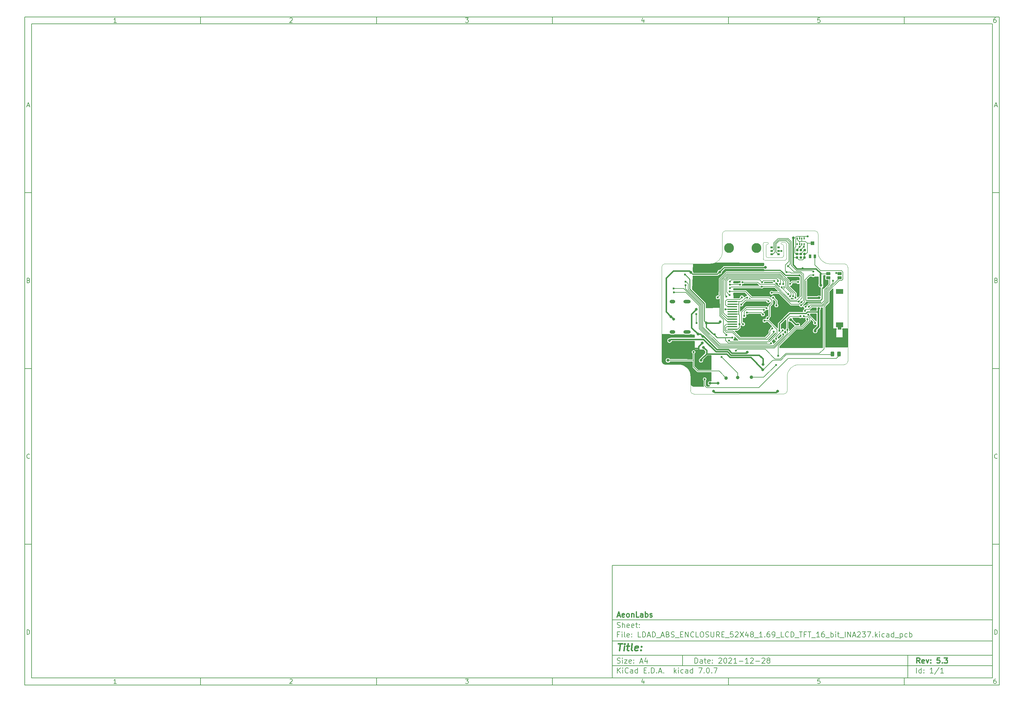
<source format=gbr>
G04 #@! TF.GenerationSoftware,KiCad,Pcbnew,7.0.7*
G04 #@! TF.CreationDate,2023-10-12T17:33:54+02:00*
G04 #@! TF.ProjectId,LDAD_ABS_ENCLOSURE_52X48_1.69_LCD_TFT_16_bit_INA237,4c444144-5f41-4425-935f-454e434c4f53,5.3*
G04 #@! TF.SameCoordinates,Original*
G04 #@! TF.FileFunction,Copper,L2,Bot*
G04 #@! TF.FilePolarity,Positive*
%FSLAX46Y46*%
G04 Gerber Fmt 4.6, Leading zero omitted, Abs format (unit mm)*
G04 Created by KiCad (PCBNEW 7.0.7) date 2023-10-12 17:33:54*
%MOMM*%
%LPD*%
G01*
G04 APERTURE LIST*
G04 Aperture macros list*
%AMRoundRect*
0 Rectangle with rounded corners*
0 $1 Rounding radius*
0 $2 $3 $4 $5 $6 $7 $8 $9 X,Y pos of 4 corners*
0 Add a 4 corners polygon primitive as box body*
4,1,4,$2,$3,$4,$5,$6,$7,$8,$9,$2,$3,0*
0 Add four circle primitives for the rounded corners*
1,1,$1+$1,$2,$3*
1,1,$1+$1,$4,$5*
1,1,$1+$1,$6,$7*
1,1,$1+$1,$8,$9*
0 Add four rect primitives between the rounded corners*
20,1,$1+$1,$2,$3,$4,$5,0*
20,1,$1+$1,$4,$5,$6,$7,0*
20,1,$1+$1,$6,$7,$8,$9,0*
20,1,$1+$1,$8,$9,$2,$3,0*%
G04 Aperture macros list end*
%ADD10C,0.100000*%
%ADD11C,0.150000*%
%ADD12C,0.300000*%
%ADD13C,0.400000*%
G04 #@! TA.AperFunction,ComponentPad*
%ADD14C,2.800000*%
G04 #@! TD*
G04 #@! TA.AperFunction,ComponentPad*
%ADD15O,2.100000X1.000000*%
G04 #@! TD*
G04 #@! TA.AperFunction,ComponentPad*
%ADD16O,1.600000X1.000000*%
G04 #@! TD*
G04 #@! TA.AperFunction,SMDPad,CuDef*
%ADD17R,1.100000X2.250000*%
G04 #@! TD*
G04 #@! TA.AperFunction,SMDPad,CuDef*
%ADD18R,1.050000X1.100000*%
G04 #@! TD*
G04 #@! TA.AperFunction,SMDPad,CuDef*
%ADD19RoundRect,0.175000X-0.175000X0.175000X-0.175000X-0.175000X0.175000X-0.175000X0.175000X0.175000X0*%
G04 #@! TD*
G04 #@! TA.AperFunction,SMDPad,CuDef*
%ADD20R,2.100000X1.400000*%
G04 #@! TD*
G04 #@! TA.AperFunction,SMDPad,CuDef*
%ADD21C,1.000000*%
G04 #@! TD*
G04 #@! TA.AperFunction,SMDPad,CuDef*
%ADD22R,0.800000X1.100000*%
G04 #@! TD*
G04 #@! TA.AperFunction,SMDPad,CuDef*
%ADD23R,1.000000X1.100000*%
G04 #@! TD*
G04 #@! TA.AperFunction,SMDPad,CuDef*
%ADD24RoundRect,0.037100X0.317900X0.227900X-0.317900X0.227900X-0.317900X-0.227900X0.317900X-0.227900X0*%
G04 #@! TD*
G04 #@! TA.AperFunction,SMDPad,CuDef*
%ADD25RoundRect,0.124800X0.475200X0.275200X-0.475200X0.275200X-0.475200X-0.275200X0.475200X-0.275200X0*%
G04 #@! TD*
G04 #@! TA.AperFunction,SMDPad,CuDef*
%ADD26R,2.800000X0.300000*%
G04 #@! TD*
G04 #@! TA.AperFunction,SMDPad,CuDef*
%ADD27RoundRect,0.243750X0.243750X0.456250X-0.243750X0.456250X-0.243750X-0.456250X0.243750X-0.456250X0*%
G04 #@! TD*
G04 #@! TA.AperFunction,SMDPad,CuDef*
%ADD28R,0.350000X0.500000*%
G04 #@! TD*
G04 #@! TA.AperFunction,ViaPad*
%ADD29C,0.600000*%
G04 #@! TD*
G04 #@! TA.AperFunction,ViaPad*
%ADD30C,0.800000*%
G04 #@! TD*
G04 #@! TA.AperFunction,ViaPad*
%ADD31C,0.700000*%
G04 #@! TD*
G04 #@! TA.AperFunction,Conductor*
%ADD32C,0.400000*%
G04 #@! TD*
G04 #@! TA.AperFunction,Conductor*
%ADD33C,0.250000*%
G04 #@! TD*
G04 #@! TA.AperFunction,Conductor*
%ADD34C,0.150000*%
G04 #@! TD*
G04 #@! TA.AperFunction,Conductor*
%ADD35C,0.300000*%
G04 #@! TD*
G04 #@! TA.AperFunction,Conductor*
%ADD36C,0.320000*%
G04 #@! TD*
G04 #@! TA.AperFunction,Conductor*
%ADD37C,0.200000*%
G04 #@! TD*
G04 #@! TA.AperFunction,Conductor*
%ADD38C,0.510000*%
G04 #@! TD*
G04 #@! TA.AperFunction,Profile*
%ADD39C,0.100000*%
G04 #@! TD*
G04 #@! TA.AperFunction,Profile*
%ADD40C,0.120000*%
G04 #@! TD*
G04 APERTURE END LIST*
D10*
D11*
X177002200Y-166007200D02*
X285002200Y-166007200D01*
X285002200Y-198007200D01*
X177002200Y-198007200D01*
X177002200Y-166007200D01*
D10*
D11*
X10000000Y-10000000D02*
X287002200Y-10000000D01*
X287002200Y-200007200D01*
X10000000Y-200007200D01*
X10000000Y-10000000D01*
D10*
D11*
X12000000Y-12000000D02*
X285002200Y-12000000D01*
X285002200Y-198007200D01*
X12000000Y-198007200D01*
X12000000Y-12000000D01*
D10*
D11*
X60000000Y-12000000D02*
X60000000Y-10000000D01*
D10*
D11*
X110000000Y-12000000D02*
X110000000Y-10000000D01*
D10*
D11*
X160000000Y-12000000D02*
X160000000Y-10000000D01*
D10*
D11*
X210000000Y-12000000D02*
X210000000Y-10000000D01*
D10*
D11*
X260000000Y-12000000D02*
X260000000Y-10000000D01*
D10*
D11*
X36089160Y-11593604D02*
X35346303Y-11593604D01*
X35717731Y-11593604D02*
X35717731Y-10293604D01*
X35717731Y-10293604D02*
X35593922Y-10479319D01*
X35593922Y-10479319D02*
X35470112Y-10603128D01*
X35470112Y-10603128D02*
X35346303Y-10665033D01*
D10*
D11*
X85346303Y-10417414D02*
X85408207Y-10355509D01*
X85408207Y-10355509D02*
X85532017Y-10293604D01*
X85532017Y-10293604D02*
X85841541Y-10293604D01*
X85841541Y-10293604D02*
X85965350Y-10355509D01*
X85965350Y-10355509D02*
X86027255Y-10417414D01*
X86027255Y-10417414D02*
X86089160Y-10541223D01*
X86089160Y-10541223D02*
X86089160Y-10665033D01*
X86089160Y-10665033D02*
X86027255Y-10850747D01*
X86027255Y-10850747D02*
X85284398Y-11593604D01*
X85284398Y-11593604D02*
X86089160Y-11593604D01*
D10*
D11*
X135284398Y-10293604D02*
X136089160Y-10293604D01*
X136089160Y-10293604D02*
X135655826Y-10788842D01*
X135655826Y-10788842D02*
X135841541Y-10788842D01*
X135841541Y-10788842D02*
X135965350Y-10850747D01*
X135965350Y-10850747D02*
X136027255Y-10912652D01*
X136027255Y-10912652D02*
X136089160Y-11036461D01*
X136089160Y-11036461D02*
X136089160Y-11345985D01*
X136089160Y-11345985D02*
X136027255Y-11469795D01*
X136027255Y-11469795D02*
X135965350Y-11531700D01*
X135965350Y-11531700D02*
X135841541Y-11593604D01*
X135841541Y-11593604D02*
X135470112Y-11593604D01*
X135470112Y-11593604D02*
X135346303Y-11531700D01*
X135346303Y-11531700D02*
X135284398Y-11469795D01*
D10*
D11*
X185965350Y-10726938D02*
X185965350Y-11593604D01*
X185655826Y-10231700D02*
X185346303Y-11160271D01*
X185346303Y-11160271D02*
X186151064Y-11160271D01*
D10*
D11*
X236027255Y-10293604D02*
X235408207Y-10293604D01*
X235408207Y-10293604D02*
X235346303Y-10912652D01*
X235346303Y-10912652D02*
X235408207Y-10850747D01*
X235408207Y-10850747D02*
X235532017Y-10788842D01*
X235532017Y-10788842D02*
X235841541Y-10788842D01*
X235841541Y-10788842D02*
X235965350Y-10850747D01*
X235965350Y-10850747D02*
X236027255Y-10912652D01*
X236027255Y-10912652D02*
X236089160Y-11036461D01*
X236089160Y-11036461D02*
X236089160Y-11345985D01*
X236089160Y-11345985D02*
X236027255Y-11469795D01*
X236027255Y-11469795D02*
X235965350Y-11531700D01*
X235965350Y-11531700D02*
X235841541Y-11593604D01*
X235841541Y-11593604D02*
X235532017Y-11593604D01*
X235532017Y-11593604D02*
X235408207Y-11531700D01*
X235408207Y-11531700D02*
X235346303Y-11469795D01*
D10*
D11*
X285965350Y-10293604D02*
X285717731Y-10293604D01*
X285717731Y-10293604D02*
X285593922Y-10355509D01*
X285593922Y-10355509D02*
X285532017Y-10417414D01*
X285532017Y-10417414D02*
X285408207Y-10603128D01*
X285408207Y-10603128D02*
X285346303Y-10850747D01*
X285346303Y-10850747D02*
X285346303Y-11345985D01*
X285346303Y-11345985D02*
X285408207Y-11469795D01*
X285408207Y-11469795D02*
X285470112Y-11531700D01*
X285470112Y-11531700D02*
X285593922Y-11593604D01*
X285593922Y-11593604D02*
X285841541Y-11593604D01*
X285841541Y-11593604D02*
X285965350Y-11531700D01*
X285965350Y-11531700D02*
X286027255Y-11469795D01*
X286027255Y-11469795D02*
X286089160Y-11345985D01*
X286089160Y-11345985D02*
X286089160Y-11036461D01*
X286089160Y-11036461D02*
X286027255Y-10912652D01*
X286027255Y-10912652D02*
X285965350Y-10850747D01*
X285965350Y-10850747D02*
X285841541Y-10788842D01*
X285841541Y-10788842D02*
X285593922Y-10788842D01*
X285593922Y-10788842D02*
X285470112Y-10850747D01*
X285470112Y-10850747D02*
X285408207Y-10912652D01*
X285408207Y-10912652D02*
X285346303Y-11036461D01*
D10*
D11*
X60000000Y-198007200D02*
X60000000Y-200007200D01*
D10*
D11*
X110000000Y-198007200D02*
X110000000Y-200007200D01*
D10*
D11*
X160000000Y-198007200D02*
X160000000Y-200007200D01*
D10*
D11*
X210000000Y-198007200D02*
X210000000Y-200007200D01*
D10*
D11*
X260000000Y-198007200D02*
X260000000Y-200007200D01*
D10*
D11*
X36089160Y-199600804D02*
X35346303Y-199600804D01*
X35717731Y-199600804D02*
X35717731Y-198300804D01*
X35717731Y-198300804D02*
X35593922Y-198486519D01*
X35593922Y-198486519D02*
X35470112Y-198610328D01*
X35470112Y-198610328D02*
X35346303Y-198672233D01*
D10*
D11*
X85346303Y-198424614D02*
X85408207Y-198362709D01*
X85408207Y-198362709D02*
X85532017Y-198300804D01*
X85532017Y-198300804D02*
X85841541Y-198300804D01*
X85841541Y-198300804D02*
X85965350Y-198362709D01*
X85965350Y-198362709D02*
X86027255Y-198424614D01*
X86027255Y-198424614D02*
X86089160Y-198548423D01*
X86089160Y-198548423D02*
X86089160Y-198672233D01*
X86089160Y-198672233D02*
X86027255Y-198857947D01*
X86027255Y-198857947D02*
X85284398Y-199600804D01*
X85284398Y-199600804D02*
X86089160Y-199600804D01*
D10*
D11*
X135284398Y-198300804D02*
X136089160Y-198300804D01*
X136089160Y-198300804D02*
X135655826Y-198796042D01*
X135655826Y-198796042D02*
X135841541Y-198796042D01*
X135841541Y-198796042D02*
X135965350Y-198857947D01*
X135965350Y-198857947D02*
X136027255Y-198919852D01*
X136027255Y-198919852D02*
X136089160Y-199043661D01*
X136089160Y-199043661D02*
X136089160Y-199353185D01*
X136089160Y-199353185D02*
X136027255Y-199476995D01*
X136027255Y-199476995D02*
X135965350Y-199538900D01*
X135965350Y-199538900D02*
X135841541Y-199600804D01*
X135841541Y-199600804D02*
X135470112Y-199600804D01*
X135470112Y-199600804D02*
X135346303Y-199538900D01*
X135346303Y-199538900D02*
X135284398Y-199476995D01*
D10*
D11*
X185965350Y-198734138D02*
X185965350Y-199600804D01*
X185655826Y-198238900D02*
X185346303Y-199167471D01*
X185346303Y-199167471D02*
X186151064Y-199167471D01*
D10*
D11*
X236027255Y-198300804D02*
X235408207Y-198300804D01*
X235408207Y-198300804D02*
X235346303Y-198919852D01*
X235346303Y-198919852D02*
X235408207Y-198857947D01*
X235408207Y-198857947D02*
X235532017Y-198796042D01*
X235532017Y-198796042D02*
X235841541Y-198796042D01*
X235841541Y-198796042D02*
X235965350Y-198857947D01*
X235965350Y-198857947D02*
X236027255Y-198919852D01*
X236027255Y-198919852D02*
X236089160Y-199043661D01*
X236089160Y-199043661D02*
X236089160Y-199353185D01*
X236089160Y-199353185D02*
X236027255Y-199476995D01*
X236027255Y-199476995D02*
X235965350Y-199538900D01*
X235965350Y-199538900D02*
X235841541Y-199600804D01*
X235841541Y-199600804D02*
X235532017Y-199600804D01*
X235532017Y-199600804D02*
X235408207Y-199538900D01*
X235408207Y-199538900D02*
X235346303Y-199476995D01*
D10*
D11*
X285965350Y-198300804D02*
X285717731Y-198300804D01*
X285717731Y-198300804D02*
X285593922Y-198362709D01*
X285593922Y-198362709D02*
X285532017Y-198424614D01*
X285532017Y-198424614D02*
X285408207Y-198610328D01*
X285408207Y-198610328D02*
X285346303Y-198857947D01*
X285346303Y-198857947D02*
X285346303Y-199353185D01*
X285346303Y-199353185D02*
X285408207Y-199476995D01*
X285408207Y-199476995D02*
X285470112Y-199538900D01*
X285470112Y-199538900D02*
X285593922Y-199600804D01*
X285593922Y-199600804D02*
X285841541Y-199600804D01*
X285841541Y-199600804D02*
X285965350Y-199538900D01*
X285965350Y-199538900D02*
X286027255Y-199476995D01*
X286027255Y-199476995D02*
X286089160Y-199353185D01*
X286089160Y-199353185D02*
X286089160Y-199043661D01*
X286089160Y-199043661D02*
X286027255Y-198919852D01*
X286027255Y-198919852D02*
X285965350Y-198857947D01*
X285965350Y-198857947D02*
X285841541Y-198796042D01*
X285841541Y-198796042D02*
X285593922Y-198796042D01*
X285593922Y-198796042D02*
X285470112Y-198857947D01*
X285470112Y-198857947D02*
X285408207Y-198919852D01*
X285408207Y-198919852D02*
X285346303Y-199043661D01*
D10*
D11*
X10000000Y-60000000D02*
X12000000Y-60000000D01*
D10*
D11*
X10000000Y-110000000D02*
X12000000Y-110000000D01*
D10*
D11*
X10000000Y-160000000D02*
X12000000Y-160000000D01*
D10*
D11*
X10690476Y-35222176D02*
X11309523Y-35222176D01*
X10566666Y-35593604D02*
X10999999Y-34293604D01*
X10999999Y-34293604D02*
X11433333Y-35593604D01*
D10*
D11*
X11092857Y-84912652D02*
X11278571Y-84974557D01*
X11278571Y-84974557D02*
X11340476Y-85036461D01*
X11340476Y-85036461D02*
X11402380Y-85160271D01*
X11402380Y-85160271D02*
X11402380Y-85345985D01*
X11402380Y-85345985D02*
X11340476Y-85469795D01*
X11340476Y-85469795D02*
X11278571Y-85531700D01*
X11278571Y-85531700D02*
X11154761Y-85593604D01*
X11154761Y-85593604D02*
X10659523Y-85593604D01*
X10659523Y-85593604D02*
X10659523Y-84293604D01*
X10659523Y-84293604D02*
X11092857Y-84293604D01*
X11092857Y-84293604D02*
X11216666Y-84355509D01*
X11216666Y-84355509D02*
X11278571Y-84417414D01*
X11278571Y-84417414D02*
X11340476Y-84541223D01*
X11340476Y-84541223D02*
X11340476Y-84665033D01*
X11340476Y-84665033D02*
X11278571Y-84788842D01*
X11278571Y-84788842D02*
X11216666Y-84850747D01*
X11216666Y-84850747D02*
X11092857Y-84912652D01*
X11092857Y-84912652D02*
X10659523Y-84912652D01*
D10*
D11*
X11402380Y-135469795D02*
X11340476Y-135531700D01*
X11340476Y-135531700D02*
X11154761Y-135593604D01*
X11154761Y-135593604D02*
X11030952Y-135593604D01*
X11030952Y-135593604D02*
X10845238Y-135531700D01*
X10845238Y-135531700D02*
X10721428Y-135407890D01*
X10721428Y-135407890D02*
X10659523Y-135284080D01*
X10659523Y-135284080D02*
X10597619Y-135036461D01*
X10597619Y-135036461D02*
X10597619Y-134850747D01*
X10597619Y-134850747D02*
X10659523Y-134603128D01*
X10659523Y-134603128D02*
X10721428Y-134479319D01*
X10721428Y-134479319D02*
X10845238Y-134355509D01*
X10845238Y-134355509D02*
X11030952Y-134293604D01*
X11030952Y-134293604D02*
X11154761Y-134293604D01*
X11154761Y-134293604D02*
X11340476Y-134355509D01*
X11340476Y-134355509D02*
X11402380Y-134417414D01*
D10*
D11*
X10659523Y-185593604D02*
X10659523Y-184293604D01*
X10659523Y-184293604D02*
X10969047Y-184293604D01*
X10969047Y-184293604D02*
X11154761Y-184355509D01*
X11154761Y-184355509D02*
X11278571Y-184479319D01*
X11278571Y-184479319D02*
X11340476Y-184603128D01*
X11340476Y-184603128D02*
X11402380Y-184850747D01*
X11402380Y-184850747D02*
X11402380Y-185036461D01*
X11402380Y-185036461D02*
X11340476Y-185284080D01*
X11340476Y-185284080D02*
X11278571Y-185407890D01*
X11278571Y-185407890D02*
X11154761Y-185531700D01*
X11154761Y-185531700D02*
X10969047Y-185593604D01*
X10969047Y-185593604D02*
X10659523Y-185593604D01*
D10*
D11*
X287002200Y-60000000D02*
X285002200Y-60000000D01*
D10*
D11*
X287002200Y-110000000D02*
X285002200Y-110000000D01*
D10*
D11*
X287002200Y-160000000D02*
X285002200Y-160000000D01*
D10*
D11*
X285692676Y-35222176D02*
X286311723Y-35222176D01*
X285568866Y-35593604D02*
X286002199Y-34293604D01*
X286002199Y-34293604D02*
X286435533Y-35593604D01*
D10*
D11*
X286095057Y-84912652D02*
X286280771Y-84974557D01*
X286280771Y-84974557D02*
X286342676Y-85036461D01*
X286342676Y-85036461D02*
X286404580Y-85160271D01*
X286404580Y-85160271D02*
X286404580Y-85345985D01*
X286404580Y-85345985D02*
X286342676Y-85469795D01*
X286342676Y-85469795D02*
X286280771Y-85531700D01*
X286280771Y-85531700D02*
X286156961Y-85593604D01*
X286156961Y-85593604D02*
X285661723Y-85593604D01*
X285661723Y-85593604D02*
X285661723Y-84293604D01*
X285661723Y-84293604D02*
X286095057Y-84293604D01*
X286095057Y-84293604D02*
X286218866Y-84355509D01*
X286218866Y-84355509D02*
X286280771Y-84417414D01*
X286280771Y-84417414D02*
X286342676Y-84541223D01*
X286342676Y-84541223D02*
X286342676Y-84665033D01*
X286342676Y-84665033D02*
X286280771Y-84788842D01*
X286280771Y-84788842D02*
X286218866Y-84850747D01*
X286218866Y-84850747D02*
X286095057Y-84912652D01*
X286095057Y-84912652D02*
X285661723Y-84912652D01*
D10*
D11*
X286404580Y-135469795D02*
X286342676Y-135531700D01*
X286342676Y-135531700D02*
X286156961Y-135593604D01*
X286156961Y-135593604D02*
X286033152Y-135593604D01*
X286033152Y-135593604D02*
X285847438Y-135531700D01*
X285847438Y-135531700D02*
X285723628Y-135407890D01*
X285723628Y-135407890D02*
X285661723Y-135284080D01*
X285661723Y-135284080D02*
X285599819Y-135036461D01*
X285599819Y-135036461D02*
X285599819Y-134850747D01*
X285599819Y-134850747D02*
X285661723Y-134603128D01*
X285661723Y-134603128D02*
X285723628Y-134479319D01*
X285723628Y-134479319D02*
X285847438Y-134355509D01*
X285847438Y-134355509D02*
X286033152Y-134293604D01*
X286033152Y-134293604D02*
X286156961Y-134293604D01*
X286156961Y-134293604D02*
X286342676Y-134355509D01*
X286342676Y-134355509D02*
X286404580Y-134417414D01*
D10*
D11*
X285661723Y-185593604D02*
X285661723Y-184293604D01*
X285661723Y-184293604D02*
X285971247Y-184293604D01*
X285971247Y-184293604D02*
X286156961Y-184355509D01*
X286156961Y-184355509D02*
X286280771Y-184479319D01*
X286280771Y-184479319D02*
X286342676Y-184603128D01*
X286342676Y-184603128D02*
X286404580Y-184850747D01*
X286404580Y-184850747D02*
X286404580Y-185036461D01*
X286404580Y-185036461D02*
X286342676Y-185284080D01*
X286342676Y-185284080D02*
X286280771Y-185407890D01*
X286280771Y-185407890D02*
X286156961Y-185531700D01*
X286156961Y-185531700D02*
X285971247Y-185593604D01*
X285971247Y-185593604D02*
X285661723Y-185593604D01*
D10*
D11*
X200458026Y-193793328D02*
X200458026Y-192293328D01*
X200458026Y-192293328D02*
X200815169Y-192293328D01*
X200815169Y-192293328D02*
X201029455Y-192364757D01*
X201029455Y-192364757D02*
X201172312Y-192507614D01*
X201172312Y-192507614D02*
X201243741Y-192650471D01*
X201243741Y-192650471D02*
X201315169Y-192936185D01*
X201315169Y-192936185D02*
X201315169Y-193150471D01*
X201315169Y-193150471D02*
X201243741Y-193436185D01*
X201243741Y-193436185D02*
X201172312Y-193579042D01*
X201172312Y-193579042D02*
X201029455Y-193721900D01*
X201029455Y-193721900D02*
X200815169Y-193793328D01*
X200815169Y-193793328D02*
X200458026Y-193793328D01*
X202600884Y-193793328D02*
X202600884Y-193007614D01*
X202600884Y-193007614D02*
X202529455Y-192864757D01*
X202529455Y-192864757D02*
X202386598Y-192793328D01*
X202386598Y-192793328D02*
X202100884Y-192793328D01*
X202100884Y-192793328D02*
X201958026Y-192864757D01*
X202600884Y-193721900D02*
X202458026Y-193793328D01*
X202458026Y-193793328D02*
X202100884Y-193793328D01*
X202100884Y-193793328D02*
X201958026Y-193721900D01*
X201958026Y-193721900D02*
X201886598Y-193579042D01*
X201886598Y-193579042D02*
X201886598Y-193436185D01*
X201886598Y-193436185D02*
X201958026Y-193293328D01*
X201958026Y-193293328D02*
X202100884Y-193221900D01*
X202100884Y-193221900D02*
X202458026Y-193221900D01*
X202458026Y-193221900D02*
X202600884Y-193150471D01*
X203100884Y-192793328D02*
X203672312Y-192793328D01*
X203315169Y-192293328D02*
X203315169Y-193579042D01*
X203315169Y-193579042D02*
X203386598Y-193721900D01*
X203386598Y-193721900D02*
X203529455Y-193793328D01*
X203529455Y-193793328D02*
X203672312Y-193793328D01*
X204743741Y-193721900D02*
X204600884Y-193793328D01*
X204600884Y-193793328D02*
X204315170Y-193793328D01*
X204315170Y-193793328D02*
X204172312Y-193721900D01*
X204172312Y-193721900D02*
X204100884Y-193579042D01*
X204100884Y-193579042D02*
X204100884Y-193007614D01*
X204100884Y-193007614D02*
X204172312Y-192864757D01*
X204172312Y-192864757D02*
X204315170Y-192793328D01*
X204315170Y-192793328D02*
X204600884Y-192793328D01*
X204600884Y-192793328D02*
X204743741Y-192864757D01*
X204743741Y-192864757D02*
X204815170Y-193007614D01*
X204815170Y-193007614D02*
X204815170Y-193150471D01*
X204815170Y-193150471D02*
X204100884Y-193293328D01*
X205458026Y-193650471D02*
X205529455Y-193721900D01*
X205529455Y-193721900D02*
X205458026Y-193793328D01*
X205458026Y-193793328D02*
X205386598Y-193721900D01*
X205386598Y-193721900D02*
X205458026Y-193650471D01*
X205458026Y-193650471D02*
X205458026Y-193793328D01*
X205458026Y-192864757D02*
X205529455Y-192936185D01*
X205529455Y-192936185D02*
X205458026Y-193007614D01*
X205458026Y-193007614D02*
X205386598Y-192936185D01*
X205386598Y-192936185D02*
X205458026Y-192864757D01*
X205458026Y-192864757D02*
X205458026Y-193007614D01*
X207243741Y-192436185D02*
X207315169Y-192364757D01*
X207315169Y-192364757D02*
X207458027Y-192293328D01*
X207458027Y-192293328D02*
X207815169Y-192293328D01*
X207815169Y-192293328D02*
X207958027Y-192364757D01*
X207958027Y-192364757D02*
X208029455Y-192436185D01*
X208029455Y-192436185D02*
X208100884Y-192579042D01*
X208100884Y-192579042D02*
X208100884Y-192721900D01*
X208100884Y-192721900D02*
X208029455Y-192936185D01*
X208029455Y-192936185D02*
X207172312Y-193793328D01*
X207172312Y-193793328D02*
X208100884Y-193793328D01*
X209029455Y-192293328D02*
X209172312Y-192293328D01*
X209172312Y-192293328D02*
X209315169Y-192364757D01*
X209315169Y-192364757D02*
X209386598Y-192436185D01*
X209386598Y-192436185D02*
X209458026Y-192579042D01*
X209458026Y-192579042D02*
X209529455Y-192864757D01*
X209529455Y-192864757D02*
X209529455Y-193221900D01*
X209529455Y-193221900D02*
X209458026Y-193507614D01*
X209458026Y-193507614D02*
X209386598Y-193650471D01*
X209386598Y-193650471D02*
X209315169Y-193721900D01*
X209315169Y-193721900D02*
X209172312Y-193793328D01*
X209172312Y-193793328D02*
X209029455Y-193793328D01*
X209029455Y-193793328D02*
X208886598Y-193721900D01*
X208886598Y-193721900D02*
X208815169Y-193650471D01*
X208815169Y-193650471D02*
X208743740Y-193507614D01*
X208743740Y-193507614D02*
X208672312Y-193221900D01*
X208672312Y-193221900D02*
X208672312Y-192864757D01*
X208672312Y-192864757D02*
X208743740Y-192579042D01*
X208743740Y-192579042D02*
X208815169Y-192436185D01*
X208815169Y-192436185D02*
X208886598Y-192364757D01*
X208886598Y-192364757D02*
X209029455Y-192293328D01*
X210100883Y-192436185D02*
X210172311Y-192364757D01*
X210172311Y-192364757D02*
X210315169Y-192293328D01*
X210315169Y-192293328D02*
X210672311Y-192293328D01*
X210672311Y-192293328D02*
X210815169Y-192364757D01*
X210815169Y-192364757D02*
X210886597Y-192436185D01*
X210886597Y-192436185D02*
X210958026Y-192579042D01*
X210958026Y-192579042D02*
X210958026Y-192721900D01*
X210958026Y-192721900D02*
X210886597Y-192936185D01*
X210886597Y-192936185D02*
X210029454Y-193793328D01*
X210029454Y-193793328D02*
X210958026Y-193793328D01*
X212386597Y-193793328D02*
X211529454Y-193793328D01*
X211958025Y-193793328D02*
X211958025Y-192293328D01*
X211958025Y-192293328D02*
X211815168Y-192507614D01*
X211815168Y-192507614D02*
X211672311Y-192650471D01*
X211672311Y-192650471D02*
X211529454Y-192721900D01*
X213029453Y-193221900D02*
X214172311Y-193221900D01*
X215672311Y-193793328D02*
X214815168Y-193793328D01*
X215243739Y-193793328D02*
X215243739Y-192293328D01*
X215243739Y-192293328D02*
X215100882Y-192507614D01*
X215100882Y-192507614D02*
X214958025Y-192650471D01*
X214958025Y-192650471D02*
X214815168Y-192721900D01*
X216243739Y-192436185D02*
X216315167Y-192364757D01*
X216315167Y-192364757D02*
X216458025Y-192293328D01*
X216458025Y-192293328D02*
X216815167Y-192293328D01*
X216815167Y-192293328D02*
X216958025Y-192364757D01*
X216958025Y-192364757D02*
X217029453Y-192436185D01*
X217029453Y-192436185D02*
X217100882Y-192579042D01*
X217100882Y-192579042D02*
X217100882Y-192721900D01*
X217100882Y-192721900D02*
X217029453Y-192936185D01*
X217029453Y-192936185D02*
X216172310Y-193793328D01*
X216172310Y-193793328D02*
X217100882Y-193793328D01*
X217743738Y-193221900D02*
X218886596Y-193221900D01*
X219529453Y-192436185D02*
X219600881Y-192364757D01*
X219600881Y-192364757D02*
X219743739Y-192293328D01*
X219743739Y-192293328D02*
X220100881Y-192293328D01*
X220100881Y-192293328D02*
X220243739Y-192364757D01*
X220243739Y-192364757D02*
X220315167Y-192436185D01*
X220315167Y-192436185D02*
X220386596Y-192579042D01*
X220386596Y-192579042D02*
X220386596Y-192721900D01*
X220386596Y-192721900D02*
X220315167Y-192936185D01*
X220315167Y-192936185D02*
X219458024Y-193793328D01*
X219458024Y-193793328D02*
X220386596Y-193793328D01*
X221243738Y-192936185D02*
X221100881Y-192864757D01*
X221100881Y-192864757D02*
X221029452Y-192793328D01*
X221029452Y-192793328D02*
X220958024Y-192650471D01*
X220958024Y-192650471D02*
X220958024Y-192579042D01*
X220958024Y-192579042D02*
X221029452Y-192436185D01*
X221029452Y-192436185D02*
X221100881Y-192364757D01*
X221100881Y-192364757D02*
X221243738Y-192293328D01*
X221243738Y-192293328D02*
X221529452Y-192293328D01*
X221529452Y-192293328D02*
X221672310Y-192364757D01*
X221672310Y-192364757D02*
X221743738Y-192436185D01*
X221743738Y-192436185D02*
X221815167Y-192579042D01*
X221815167Y-192579042D02*
X221815167Y-192650471D01*
X221815167Y-192650471D02*
X221743738Y-192793328D01*
X221743738Y-192793328D02*
X221672310Y-192864757D01*
X221672310Y-192864757D02*
X221529452Y-192936185D01*
X221529452Y-192936185D02*
X221243738Y-192936185D01*
X221243738Y-192936185D02*
X221100881Y-193007614D01*
X221100881Y-193007614D02*
X221029452Y-193079042D01*
X221029452Y-193079042D02*
X220958024Y-193221900D01*
X220958024Y-193221900D02*
X220958024Y-193507614D01*
X220958024Y-193507614D02*
X221029452Y-193650471D01*
X221029452Y-193650471D02*
X221100881Y-193721900D01*
X221100881Y-193721900D02*
X221243738Y-193793328D01*
X221243738Y-193793328D02*
X221529452Y-193793328D01*
X221529452Y-193793328D02*
X221672310Y-193721900D01*
X221672310Y-193721900D02*
X221743738Y-193650471D01*
X221743738Y-193650471D02*
X221815167Y-193507614D01*
X221815167Y-193507614D02*
X221815167Y-193221900D01*
X221815167Y-193221900D02*
X221743738Y-193079042D01*
X221743738Y-193079042D02*
X221672310Y-193007614D01*
X221672310Y-193007614D02*
X221529452Y-192936185D01*
D10*
D11*
X177002200Y-194507200D02*
X285002200Y-194507200D01*
D10*
D11*
X178458026Y-196593328D02*
X178458026Y-195093328D01*
X179315169Y-196593328D02*
X178672312Y-195736185D01*
X179315169Y-195093328D02*
X178458026Y-195950471D01*
X179958026Y-196593328D02*
X179958026Y-195593328D01*
X179958026Y-195093328D02*
X179886598Y-195164757D01*
X179886598Y-195164757D02*
X179958026Y-195236185D01*
X179958026Y-195236185D02*
X180029455Y-195164757D01*
X180029455Y-195164757D02*
X179958026Y-195093328D01*
X179958026Y-195093328D02*
X179958026Y-195236185D01*
X181529455Y-196450471D02*
X181458027Y-196521900D01*
X181458027Y-196521900D02*
X181243741Y-196593328D01*
X181243741Y-196593328D02*
X181100884Y-196593328D01*
X181100884Y-196593328D02*
X180886598Y-196521900D01*
X180886598Y-196521900D02*
X180743741Y-196379042D01*
X180743741Y-196379042D02*
X180672312Y-196236185D01*
X180672312Y-196236185D02*
X180600884Y-195950471D01*
X180600884Y-195950471D02*
X180600884Y-195736185D01*
X180600884Y-195736185D02*
X180672312Y-195450471D01*
X180672312Y-195450471D02*
X180743741Y-195307614D01*
X180743741Y-195307614D02*
X180886598Y-195164757D01*
X180886598Y-195164757D02*
X181100884Y-195093328D01*
X181100884Y-195093328D02*
X181243741Y-195093328D01*
X181243741Y-195093328D02*
X181458027Y-195164757D01*
X181458027Y-195164757D02*
X181529455Y-195236185D01*
X182815170Y-196593328D02*
X182815170Y-195807614D01*
X182815170Y-195807614D02*
X182743741Y-195664757D01*
X182743741Y-195664757D02*
X182600884Y-195593328D01*
X182600884Y-195593328D02*
X182315170Y-195593328D01*
X182315170Y-195593328D02*
X182172312Y-195664757D01*
X182815170Y-196521900D02*
X182672312Y-196593328D01*
X182672312Y-196593328D02*
X182315170Y-196593328D01*
X182315170Y-196593328D02*
X182172312Y-196521900D01*
X182172312Y-196521900D02*
X182100884Y-196379042D01*
X182100884Y-196379042D02*
X182100884Y-196236185D01*
X182100884Y-196236185D02*
X182172312Y-196093328D01*
X182172312Y-196093328D02*
X182315170Y-196021900D01*
X182315170Y-196021900D02*
X182672312Y-196021900D01*
X182672312Y-196021900D02*
X182815170Y-195950471D01*
X184172313Y-196593328D02*
X184172313Y-195093328D01*
X184172313Y-196521900D02*
X184029455Y-196593328D01*
X184029455Y-196593328D02*
X183743741Y-196593328D01*
X183743741Y-196593328D02*
X183600884Y-196521900D01*
X183600884Y-196521900D02*
X183529455Y-196450471D01*
X183529455Y-196450471D02*
X183458027Y-196307614D01*
X183458027Y-196307614D02*
X183458027Y-195879042D01*
X183458027Y-195879042D02*
X183529455Y-195736185D01*
X183529455Y-195736185D02*
X183600884Y-195664757D01*
X183600884Y-195664757D02*
X183743741Y-195593328D01*
X183743741Y-195593328D02*
X184029455Y-195593328D01*
X184029455Y-195593328D02*
X184172313Y-195664757D01*
X186029455Y-195807614D02*
X186529455Y-195807614D01*
X186743741Y-196593328D02*
X186029455Y-196593328D01*
X186029455Y-196593328D02*
X186029455Y-195093328D01*
X186029455Y-195093328D02*
X186743741Y-195093328D01*
X187386598Y-196450471D02*
X187458027Y-196521900D01*
X187458027Y-196521900D02*
X187386598Y-196593328D01*
X187386598Y-196593328D02*
X187315170Y-196521900D01*
X187315170Y-196521900D02*
X187386598Y-196450471D01*
X187386598Y-196450471D02*
X187386598Y-196593328D01*
X188100884Y-196593328D02*
X188100884Y-195093328D01*
X188100884Y-195093328D02*
X188458027Y-195093328D01*
X188458027Y-195093328D02*
X188672313Y-195164757D01*
X188672313Y-195164757D02*
X188815170Y-195307614D01*
X188815170Y-195307614D02*
X188886599Y-195450471D01*
X188886599Y-195450471D02*
X188958027Y-195736185D01*
X188958027Y-195736185D02*
X188958027Y-195950471D01*
X188958027Y-195950471D02*
X188886599Y-196236185D01*
X188886599Y-196236185D02*
X188815170Y-196379042D01*
X188815170Y-196379042D02*
X188672313Y-196521900D01*
X188672313Y-196521900D02*
X188458027Y-196593328D01*
X188458027Y-196593328D02*
X188100884Y-196593328D01*
X189600884Y-196450471D02*
X189672313Y-196521900D01*
X189672313Y-196521900D02*
X189600884Y-196593328D01*
X189600884Y-196593328D02*
X189529456Y-196521900D01*
X189529456Y-196521900D02*
X189600884Y-196450471D01*
X189600884Y-196450471D02*
X189600884Y-196593328D01*
X190243742Y-196164757D02*
X190958028Y-196164757D01*
X190100885Y-196593328D02*
X190600885Y-195093328D01*
X190600885Y-195093328D02*
X191100885Y-196593328D01*
X191600884Y-196450471D02*
X191672313Y-196521900D01*
X191672313Y-196521900D02*
X191600884Y-196593328D01*
X191600884Y-196593328D02*
X191529456Y-196521900D01*
X191529456Y-196521900D02*
X191600884Y-196450471D01*
X191600884Y-196450471D02*
X191600884Y-196593328D01*
X194600884Y-196593328D02*
X194600884Y-195093328D01*
X194743742Y-196021900D02*
X195172313Y-196593328D01*
X195172313Y-195593328D02*
X194600884Y-196164757D01*
X195815170Y-196593328D02*
X195815170Y-195593328D01*
X195815170Y-195093328D02*
X195743742Y-195164757D01*
X195743742Y-195164757D02*
X195815170Y-195236185D01*
X195815170Y-195236185D02*
X195886599Y-195164757D01*
X195886599Y-195164757D02*
X195815170Y-195093328D01*
X195815170Y-195093328D02*
X195815170Y-195236185D01*
X197172314Y-196521900D02*
X197029456Y-196593328D01*
X197029456Y-196593328D02*
X196743742Y-196593328D01*
X196743742Y-196593328D02*
X196600885Y-196521900D01*
X196600885Y-196521900D02*
X196529456Y-196450471D01*
X196529456Y-196450471D02*
X196458028Y-196307614D01*
X196458028Y-196307614D02*
X196458028Y-195879042D01*
X196458028Y-195879042D02*
X196529456Y-195736185D01*
X196529456Y-195736185D02*
X196600885Y-195664757D01*
X196600885Y-195664757D02*
X196743742Y-195593328D01*
X196743742Y-195593328D02*
X197029456Y-195593328D01*
X197029456Y-195593328D02*
X197172314Y-195664757D01*
X198458028Y-196593328D02*
X198458028Y-195807614D01*
X198458028Y-195807614D02*
X198386599Y-195664757D01*
X198386599Y-195664757D02*
X198243742Y-195593328D01*
X198243742Y-195593328D02*
X197958028Y-195593328D01*
X197958028Y-195593328D02*
X197815170Y-195664757D01*
X198458028Y-196521900D02*
X198315170Y-196593328D01*
X198315170Y-196593328D02*
X197958028Y-196593328D01*
X197958028Y-196593328D02*
X197815170Y-196521900D01*
X197815170Y-196521900D02*
X197743742Y-196379042D01*
X197743742Y-196379042D02*
X197743742Y-196236185D01*
X197743742Y-196236185D02*
X197815170Y-196093328D01*
X197815170Y-196093328D02*
X197958028Y-196021900D01*
X197958028Y-196021900D02*
X198315170Y-196021900D01*
X198315170Y-196021900D02*
X198458028Y-195950471D01*
X199815171Y-196593328D02*
X199815171Y-195093328D01*
X199815171Y-196521900D02*
X199672313Y-196593328D01*
X199672313Y-196593328D02*
X199386599Y-196593328D01*
X199386599Y-196593328D02*
X199243742Y-196521900D01*
X199243742Y-196521900D02*
X199172313Y-196450471D01*
X199172313Y-196450471D02*
X199100885Y-196307614D01*
X199100885Y-196307614D02*
X199100885Y-195879042D01*
X199100885Y-195879042D02*
X199172313Y-195736185D01*
X199172313Y-195736185D02*
X199243742Y-195664757D01*
X199243742Y-195664757D02*
X199386599Y-195593328D01*
X199386599Y-195593328D02*
X199672313Y-195593328D01*
X199672313Y-195593328D02*
X199815171Y-195664757D01*
X201529456Y-195093328D02*
X202529456Y-195093328D01*
X202529456Y-195093328D02*
X201886599Y-196593328D01*
X203100884Y-196450471D02*
X203172313Y-196521900D01*
X203172313Y-196521900D02*
X203100884Y-196593328D01*
X203100884Y-196593328D02*
X203029456Y-196521900D01*
X203029456Y-196521900D02*
X203100884Y-196450471D01*
X203100884Y-196450471D02*
X203100884Y-196593328D01*
X204100885Y-195093328D02*
X204243742Y-195093328D01*
X204243742Y-195093328D02*
X204386599Y-195164757D01*
X204386599Y-195164757D02*
X204458028Y-195236185D01*
X204458028Y-195236185D02*
X204529456Y-195379042D01*
X204529456Y-195379042D02*
X204600885Y-195664757D01*
X204600885Y-195664757D02*
X204600885Y-196021900D01*
X204600885Y-196021900D02*
X204529456Y-196307614D01*
X204529456Y-196307614D02*
X204458028Y-196450471D01*
X204458028Y-196450471D02*
X204386599Y-196521900D01*
X204386599Y-196521900D02*
X204243742Y-196593328D01*
X204243742Y-196593328D02*
X204100885Y-196593328D01*
X204100885Y-196593328D02*
X203958028Y-196521900D01*
X203958028Y-196521900D02*
X203886599Y-196450471D01*
X203886599Y-196450471D02*
X203815170Y-196307614D01*
X203815170Y-196307614D02*
X203743742Y-196021900D01*
X203743742Y-196021900D02*
X203743742Y-195664757D01*
X203743742Y-195664757D02*
X203815170Y-195379042D01*
X203815170Y-195379042D02*
X203886599Y-195236185D01*
X203886599Y-195236185D02*
X203958028Y-195164757D01*
X203958028Y-195164757D02*
X204100885Y-195093328D01*
X205243741Y-196450471D02*
X205315170Y-196521900D01*
X205315170Y-196521900D02*
X205243741Y-196593328D01*
X205243741Y-196593328D02*
X205172313Y-196521900D01*
X205172313Y-196521900D02*
X205243741Y-196450471D01*
X205243741Y-196450471D02*
X205243741Y-196593328D01*
X205815170Y-195093328D02*
X206815170Y-195093328D01*
X206815170Y-195093328D02*
X206172313Y-196593328D01*
D10*
D11*
X177002200Y-191507200D02*
X285002200Y-191507200D01*
D10*
D12*
X264413853Y-193785528D02*
X263913853Y-193071242D01*
X263556710Y-193785528D02*
X263556710Y-192285528D01*
X263556710Y-192285528D02*
X264128139Y-192285528D01*
X264128139Y-192285528D02*
X264270996Y-192356957D01*
X264270996Y-192356957D02*
X264342425Y-192428385D01*
X264342425Y-192428385D02*
X264413853Y-192571242D01*
X264413853Y-192571242D02*
X264413853Y-192785528D01*
X264413853Y-192785528D02*
X264342425Y-192928385D01*
X264342425Y-192928385D02*
X264270996Y-192999814D01*
X264270996Y-192999814D02*
X264128139Y-193071242D01*
X264128139Y-193071242D02*
X263556710Y-193071242D01*
X265628139Y-193714100D02*
X265485282Y-193785528D01*
X265485282Y-193785528D02*
X265199568Y-193785528D01*
X265199568Y-193785528D02*
X265056710Y-193714100D01*
X265056710Y-193714100D02*
X264985282Y-193571242D01*
X264985282Y-193571242D02*
X264985282Y-192999814D01*
X264985282Y-192999814D02*
X265056710Y-192856957D01*
X265056710Y-192856957D02*
X265199568Y-192785528D01*
X265199568Y-192785528D02*
X265485282Y-192785528D01*
X265485282Y-192785528D02*
X265628139Y-192856957D01*
X265628139Y-192856957D02*
X265699568Y-192999814D01*
X265699568Y-192999814D02*
X265699568Y-193142671D01*
X265699568Y-193142671D02*
X264985282Y-193285528D01*
X266199567Y-192785528D02*
X266556710Y-193785528D01*
X266556710Y-193785528D02*
X266913853Y-192785528D01*
X267485281Y-193642671D02*
X267556710Y-193714100D01*
X267556710Y-193714100D02*
X267485281Y-193785528D01*
X267485281Y-193785528D02*
X267413853Y-193714100D01*
X267413853Y-193714100D02*
X267485281Y-193642671D01*
X267485281Y-193642671D02*
X267485281Y-193785528D01*
X267485281Y-192856957D02*
X267556710Y-192928385D01*
X267556710Y-192928385D02*
X267485281Y-192999814D01*
X267485281Y-192999814D02*
X267413853Y-192928385D01*
X267413853Y-192928385D02*
X267485281Y-192856957D01*
X267485281Y-192856957D02*
X267485281Y-192999814D01*
X270056710Y-192285528D02*
X269342424Y-192285528D01*
X269342424Y-192285528D02*
X269270996Y-192999814D01*
X269270996Y-192999814D02*
X269342424Y-192928385D01*
X269342424Y-192928385D02*
X269485282Y-192856957D01*
X269485282Y-192856957D02*
X269842424Y-192856957D01*
X269842424Y-192856957D02*
X269985282Y-192928385D01*
X269985282Y-192928385D02*
X270056710Y-192999814D01*
X270056710Y-192999814D02*
X270128139Y-193142671D01*
X270128139Y-193142671D02*
X270128139Y-193499814D01*
X270128139Y-193499814D02*
X270056710Y-193642671D01*
X270056710Y-193642671D02*
X269985282Y-193714100D01*
X269985282Y-193714100D02*
X269842424Y-193785528D01*
X269842424Y-193785528D02*
X269485282Y-193785528D01*
X269485282Y-193785528D02*
X269342424Y-193714100D01*
X269342424Y-193714100D02*
X269270996Y-193642671D01*
X270770995Y-193642671D02*
X270842424Y-193714100D01*
X270842424Y-193714100D02*
X270770995Y-193785528D01*
X270770995Y-193785528D02*
X270699567Y-193714100D01*
X270699567Y-193714100D02*
X270770995Y-193642671D01*
X270770995Y-193642671D02*
X270770995Y-193785528D01*
X271342424Y-192285528D02*
X272270996Y-192285528D01*
X272270996Y-192285528D02*
X271770996Y-192856957D01*
X271770996Y-192856957D02*
X271985281Y-192856957D01*
X271985281Y-192856957D02*
X272128139Y-192928385D01*
X272128139Y-192928385D02*
X272199567Y-192999814D01*
X272199567Y-192999814D02*
X272270996Y-193142671D01*
X272270996Y-193142671D02*
X272270996Y-193499814D01*
X272270996Y-193499814D02*
X272199567Y-193642671D01*
X272199567Y-193642671D02*
X272128139Y-193714100D01*
X272128139Y-193714100D02*
X271985281Y-193785528D01*
X271985281Y-193785528D02*
X271556710Y-193785528D01*
X271556710Y-193785528D02*
X271413853Y-193714100D01*
X271413853Y-193714100D02*
X271342424Y-193642671D01*
D10*
D11*
X178386598Y-193721900D02*
X178600884Y-193793328D01*
X178600884Y-193793328D02*
X178958026Y-193793328D01*
X178958026Y-193793328D02*
X179100884Y-193721900D01*
X179100884Y-193721900D02*
X179172312Y-193650471D01*
X179172312Y-193650471D02*
X179243741Y-193507614D01*
X179243741Y-193507614D02*
X179243741Y-193364757D01*
X179243741Y-193364757D02*
X179172312Y-193221900D01*
X179172312Y-193221900D02*
X179100884Y-193150471D01*
X179100884Y-193150471D02*
X178958026Y-193079042D01*
X178958026Y-193079042D02*
X178672312Y-193007614D01*
X178672312Y-193007614D02*
X178529455Y-192936185D01*
X178529455Y-192936185D02*
X178458026Y-192864757D01*
X178458026Y-192864757D02*
X178386598Y-192721900D01*
X178386598Y-192721900D02*
X178386598Y-192579042D01*
X178386598Y-192579042D02*
X178458026Y-192436185D01*
X178458026Y-192436185D02*
X178529455Y-192364757D01*
X178529455Y-192364757D02*
X178672312Y-192293328D01*
X178672312Y-192293328D02*
X179029455Y-192293328D01*
X179029455Y-192293328D02*
X179243741Y-192364757D01*
X179886597Y-193793328D02*
X179886597Y-192793328D01*
X179886597Y-192293328D02*
X179815169Y-192364757D01*
X179815169Y-192364757D02*
X179886597Y-192436185D01*
X179886597Y-192436185D02*
X179958026Y-192364757D01*
X179958026Y-192364757D02*
X179886597Y-192293328D01*
X179886597Y-192293328D02*
X179886597Y-192436185D01*
X180458026Y-192793328D02*
X181243741Y-192793328D01*
X181243741Y-192793328D02*
X180458026Y-193793328D01*
X180458026Y-193793328D02*
X181243741Y-193793328D01*
X182386598Y-193721900D02*
X182243741Y-193793328D01*
X182243741Y-193793328D02*
X181958027Y-193793328D01*
X181958027Y-193793328D02*
X181815169Y-193721900D01*
X181815169Y-193721900D02*
X181743741Y-193579042D01*
X181743741Y-193579042D02*
X181743741Y-193007614D01*
X181743741Y-193007614D02*
X181815169Y-192864757D01*
X181815169Y-192864757D02*
X181958027Y-192793328D01*
X181958027Y-192793328D02*
X182243741Y-192793328D01*
X182243741Y-192793328D02*
X182386598Y-192864757D01*
X182386598Y-192864757D02*
X182458027Y-193007614D01*
X182458027Y-193007614D02*
X182458027Y-193150471D01*
X182458027Y-193150471D02*
X181743741Y-193293328D01*
X183100883Y-193650471D02*
X183172312Y-193721900D01*
X183172312Y-193721900D02*
X183100883Y-193793328D01*
X183100883Y-193793328D02*
X183029455Y-193721900D01*
X183029455Y-193721900D02*
X183100883Y-193650471D01*
X183100883Y-193650471D02*
X183100883Y-193793328D01*
X183100883Y-192864757D02*
X183172312Y-192936185D01*
X183172312Y-192936185D02*
X183100883Y-193007614D01*
X183100883Y-193007614D02*
X183029455Y-192936185D01*
X183029455Y-192936185D02*
X183100883Y-192864757D01*
X183100883Y-192864757D02*
X183100883Y-193007614D01*
X184886598Y-193364757D02*
X185600884Y-193364757D01*
X184743741Y-193793328D02*
X185243741Y-192293328D01*
X185243741Y-192293328D02*
X185743741Y-193793328D01*
X186886598Y-192793328D02*
X186886598Y-193793328D01*
X186529455Y-192221900D02*
X186172312Y-193293328D01*
X186172312Y-193293328D02*
X187100883Y-193293328D01*
D10*
D11*
X263458026Y-196593328D02*
X263458026Y-195093328D01*
X264815170Y-196593328D02*
X264815170Y-195093328D01*
X264815170Y-196521900D02*
X264672312Y-196593328D01*
X264672312Y-196593328D02*
X264386598Y-196593328D01*
X264386598Y-196593328D02*
X264243741Y-196521900D01*
X264243741Y-196521900D02*
X264172312Y-196450471D01*
X264172312Y-196450471D02*
X264100884Y-196307614D01*
X264100884Y-196307614D02*
X264100884Y-195879042D01*
X264100884Y-195879042D02*
X264172312Y-195736185D01*
X264172312Y-195736185D02*
X264243741Y-195664757D01*
X264243741Y-195664757D02*
X264386598Y-195593328D01*
X264386598Y-195593328D02*
X264672312Y-195593328D01*
X264672312Y-195593328D02*
X264815170Y-195664757D01*
X265529455Y-196450471D02*
X265600884Y-196521900D01*
X265600884Y-196521900D02*
X265529455Y-196593328D01*
X265529455Y-196593328D02*
X265458027Y-196521900D01*
X265458027Y-196521900D02*
X265529455Y-196450471D01*
X265529455Y-196450471D02*
X265529455Y-196593328D01*
X265529455Y-195664757D02*
X265600884Y-195736185D01*
X265600884Y-195736185D02*
X265529455Y-195807614D01*
X265529455Y-195807614D02*
X265458027Y-195736185D01*
X265458027Y-195736185D02*
X265529455Y-195664757D01*
X265529455Y-195664757D02*
X265529455Y-195807614D01*
X268172313Y-196593328D02*
X267315170Y-196593328D01*
X267743741Y-196593328D02*
X267743741Y-195093328D01*
X267743741Y-195093328D02*
X267600884Y-195307614D01*
X267600884Y-195307614D02*
X267458027Y-195450471D01*
X267458027Y-195450471D02*
X267315170Y-195521900D01*
X269886598Y-195021900D02*
X268600884Y-196950471D01*
X271172313Y-196593328D02*
X270315170Y-196593328D01*
X270743741Y-196593328D02*
X270743741Y-195093328D01*
X270743741Y-195093328D02*
X270600884Y-195307614D01*
X270600884Y-195307614D02*
X270458027Y-195450471D01*
X270458027Y-195450471D02*
X270315170Y-195521900D01*
D10*
D11*
X177002200Y-187507200D02*
X285002200Y-187507200D01*
D10*
D13*
X178693928Y-188211638D02*
X179836785Y-188211638D01*
X179015357Y-190211638D02*
X179265357Y-188211638D01*
X180253452Y-190211638D02*
X180420119Y-188878304D01*
X180503452Y-188211638D02*
X180396309Y-188306876D01*
X180396309Y-188306876D02*
X180479643Y-188402114D01*
X180479643Y-188402114D02*
X180586786Y-188306876D01*
X180586786Y-188306876D02*
X180503452Y-188211638D01*
X180503452Y-188211638D02*
X180479643Y-188402114D01*
X181086786Y-188878304D02*
X181848690Y-188878304D01*
X181455833Y-188211638D02*
X181241548Y-189925923D01*
X181241548Y-189925923D02*
X181312976Y-190116400D01*
X181312976Y-190116400D02*
X181491548Y-190211638D01*
X181491548Y-190211638D02*
X181682024Y-190211638D01*
X182634405Y-190211638D02*
X182455833Y-190116400D01*
X182455833Y-190116400D02*
X182384405Y-189925923D01*
X182384405Y-189925923D02*
X182598690Y-188211638D01*
X184170119Y-190116400D02*
X183967738Y-190211638D01*
X183967738Y-190211638D02*
X183586785Y-190211638D01*
X183586785Y-190211638D02*
X183408214Y-190116400D01*
X183408214Y-190116400D02*
X183336785Y-189925923D01*
X183336785Y-189925923D02*
X183432024Y-189164019D01*
X183432024Y-189164019D02*
X183551071Y-188973542D01*
X183551071Y-188973542D02*
X183753452Y-188878304D01*
X183753452Y-188878304D02*
X184134404Y-188878304D01*
X184134404Y-188878304D02*
X184312976Y-188973542D01*
X184312976Y-188973542D02*
X184384404Y-189164019D01*
X184384404Y-189164019D02*
X184360595Y-189354495D01*
X184360595Y-189354495D02*
X183384404Y-189544971D01*
X185134405Y-190021161D02*
X185217738Y-190116400D01*
X185217738Y-190116400D02*
X185110595Y-190211638D01*
X185110595Y-190211638D02*
X185027262Y-190116400D01*
X185027262Y-190116400D02*
X185134405Y-190021161D01*
X185134405Y-190021161D02*
X185110595Y-190211638D01*
X185265357Y-188973542D02*
X185348690Y-189068780D01*
X185348690Y-189068780D02*
X185241548Y-189164019D01*
X185241548Y-189164019D02*
X185158214Y-189068780D01*
X185158214Y-189068780D02*
X185265357Y-188973542D01*
X185265357Y-188973542D02*
X185241548Y-189164019D01*
D10*
D11*
X178958026Y-185607614D02*
X178458026Y-185607614D01*
X178458026Y-186393328D02*
X178458026Y-184893328D01*
X178458026Y-184893328D02*
X179172312Y-184893328D01*
X179743740Y-186393328D02*
X179743740Y-185393328D01*
X179743740Y-184893328D02*
X179672312Y-184964757D01*
X179672312Y-184964757D02*
X179743740Y-185036185D01*
X179743740Y-185036185D02*
X179815169Y-184964757D01*
X179815169Y-184964757D02*
X179743740Y-184893328D01*
X179743740Y-184893328D02*
X179743740Y-185036185D01*
X180672312Y-186393328D02*
X180529455Y-186321900D01*
X180529455Y-186321900D02*
X180458026Y-186179042D01*
X180458026Y-186179042D02*
X180458026Y-184893328D01*
X181815169Y-186321900D02*
X181672312Y-186393328D01*
X181672312Y-186393328D02*
X181386598Y-186393328D01*
X181386598Y-186393328D02*
X181243740Y-186321900D01*
X181243740Y-186321900D02*
X181172312Y-186179042D01*
X181172312Y-186179042D02*
X181172312Y-185607614D01*
X181172312Y-185607614D02*
X181243740Y-185464757D01*
X181243740Y-185464757D02*
X181386598Y-185393328D01*
X181386598Y-185393328D02*
X181672312Y-185393328D01*
X181672312Y-185393328D02*
X181815169Y-185464757D01*
X181815169Y-185464757D02*
X181886598Y-185607614D01*
X181886598Y-185607614D02*
X181886598Y-185750471D01*
X181886598Y-185750471D02*
X181172312Y-185893328D01*
X182529454Y-186250471D02*
X182600883Y-186321900D01*
X182600883Y-186321900D02*
X182529454Y-186393328D01*
X182529454Y-186393328D02*
X182458026Y-186321900D01*
X182458026Y-186321900D02*
X182529454Y-186250471D01*
X182529454Y-186250471D02*
X182529454Y-186393328D01*
X182529454Y-185464757D02*
X182600883Y-185536185D01*
X182600883Y-185536185D02*
X182529454Y-185607614D01*
X182529454Y-185607614D02*
X182458026Y-185536185D01*
X182458026Y-185536185D02*
X182529454Y-185464757D01*
X182529454Y-185464757D02*
X182529454Y-185607614D01*
X185100883Y-186393328D02*
X184386597Y-186393328D01*
X184386597Y-186393328D02*
X184386597Y-184893328D01*
X185600883Y-186393328D02*
X185600883Y-184893328D01*
X185600883Y-184893328D02*
X185958026Y-184893328D01*
X185958026Y-184893328D02*
X186172312Y-184964757D01*
X186172312Y-184964757D02*
X186315169Y-185107614D01*
X186315169Y-185107614D02*
X186386598Y-185250471D01*
X186386598Y-185250471D02*
X186458026Y-185536185D01*
X186458026Y-185536185D02*
X186458026Y-185750471D01*
X186458026Y-185750471D02*
X186386598Y-186036185D01*
X186386598Y-186036185D02*
X186315169Y-186179042D01*
X186315169Y-186179042D02*
X186172312Y-186321900D01*
X186172312Y-186321900D02*
X185958026Y-186393328D01*
X185958026Y-186393328D02*
X185600883Y-186393328D01*
X187029455Y-185964757D02*
X187743741Y-185964757D01*
X186886598Y-186393328D02*
X187386598Y-184893328D01*
X187386598Y-184893328D02*
X187886598Y-186393328D01*
X188386597Y-186393328D02*
X188386597Y-184893328D01*
X188386597Y-184893328D02*
X188743740Y-184893328D01*
X188743740Y-184893328D02*
X188958026Y-184964757D01*
X188958026Y-184964757D02*
X189100883Y-185107614D01*
X189100883Y-185107614D02*
X189172312Y-185250471D01*
X189172312Y-185250471D02*
X189243740Y-185536185D01*
X189243740Y-185536185D02*
X189243740Y-185750471D01*
X189243740Y-185750471D02*
X189172312Y-186036185D01*
X189172312Y-186036185D02*
X189100883Y-186179042D01*
X189100883Y-186179042D02*
X188958026Y-186321900D01*
X188958026Y-186321900D02*
X188743740Y-186393328D01*
X188743740Y-186393328D02*
X188386597Y-186393328D01*
X189529455Y-186536185D02*
X190672312Y-186536185D01*
X190958026Y-185964757D02*
X191672312Y-185964757D01*
X190815169Y-186393328D02*
X191315169Y-184893328D01*
X191315169Y-184893328D02*
X191815169Y-186393328D01*
X192815168Y-185607614D02*
X193029454Y-185679042D01*
X193029454Y-185679042D02*
X193100883Y-185750471D01*
X193100883Y-185750471D02*
X193172311Y-185893328D01*
X193172311Y-185893328D02*
X193172311Y-186107614D01*
X193172311Y-186107614D02*
X193100883Y-186250471D01*
X193100883Y-186250471D02*
X193029454Y-186321900D01*
X193029454Y-186321900D02*
X192886597Y-186393328D01*
X192886597Y-186393328D02*
X192315168Y-186393328D01*
X192315168Y-186393328D02*
X192315168Y-184893328D01*
X192315168Y-184893328D02*
X192815168Y-184893328D01*
X192815168Y-184893328D02*
X192958026Y-184964757D01*
X192958026Y-184964757D02*
X193029454Y-185036185D01*
X193029454Y-185036185D02*
X193100883Y-185179042D01*
X193100883Y-185179042D02*
X193100883Y-185321900D01*
X193100883Y-185321900D02*
X193029454Y-185464757D01*
X193029454Y-185464757D02*
X192958026Y-185536185D01*
X192958026Y-185536185D02*
X192815168Y-185607614D01*
X192815168Y-185607614D02*
X192315168Y-185607614D01*
X193743740Y-186321900D02*
X193958026Y-186393328D01*
X193958026Y-186393328D02*
X194315168Y-186393328D01*
X194315168Y-186393328D02*
X194458026Y-186321900D01*
X194458026Y-186321900D02*
X194529454Y-186250471D01*
X194529454Y-186250471D02*
X194600883Y-186107614D01*
X194600883Y-186107614D02*
X194600883Y-185964757D01*
X194600883Y-185964757D02*
X194529454Y-185821900D01*
X194529454Y-185821900D02*
X194458026Y-185750471D01*
X194458026Y-185750471D02*
X194315168Y-185679042D01*
X194315168Y-185679042D02*
X194029454Y-185607614D01*
X194029454Y-185607614D02*
X193886597Y-185536185D01*
X193886597Y-185536185D02*
X193815168Y-185464757D01*
X193815168Y-185464757D02*
X193743740Y-185321900D01*
X193743740Y-185321900D02*
X193743740Y-185179042D01*
X193743740Y-185179042D02*
X193815168Y-185036185D01*
X193815168Y-185036185D02*
X193886597Y-184964757D01*
X193886597Y-184964757D02*
X194029454Y-184893328D01*
X194029454Y-184893328D02*
X194386597Y-184893328D01*
X194386597Y-184893328D02*
X194600883Y-184964757D01*
X194886597Y-186536185D02*
X196029454Y-186536185D01*
X196386596Y-185607614D02*
X196886596Y-185607614D01*
X197100882Y-186393328D02*
X196386596Y-186393328D01*
X196386596Y-186393328D02*
X196386596Y-184893328D01*
X196386596Y-184893328D02*
X197100882Y-184893328D01*
X197743739Y-186393328D02*
X197743739Y-184893328D01*
X197743739Y-184893328D02*
X198600882Y-186393328D01*
X198600882Y-186393328D02*
X198600882Y-184893328D01*
X200172311Y-186250471D02*
X200100883Y-186321900D01*
X200100883Y-186321900D02*
X199886597Y-186393328D01*
X199886597Y-186393328D02*
X199743740Y-186393328D01*
X199743740Y-186393328D02*
X199529454Y-186321900D01*
X199529454Y-186321900D02*
X199386597Y-186179042D01*
X199386597Y-186179042D02*
X199315168Y-186036185D01*
X199315168Y-186036185D02*
X199243740Y-185750471D01*
X199243740Y-185750471D02*
X199243740Y-185536185D01*
X199243740Y-185536185D02*
X199315168Y-185250471D01*
X199315168Y-185250471D02*
X199386597Y-185107614D01*
X199386597Y-185107614D02*
X199529454Y-184964757D01*
X199529454Y-184964757D02*
X199743740Y-184893328D01*
X199743740Y-184893328D02*
X199886597Y-184893328D01*
X199886597Y-184893328D02*
X200100883Y-184964757D01*
X200100883Y-184964757D02*
X200172311Y-185036185D01*
X201529454Y-186393328D02*
X200815168Y-186393328D01*
X200815168Y-186393328D02*
X200815168Y-184893328D01*
X202315169Y-184893328D02*
X202600883Y-184893328D01*
X202600883Y-184893328D02*
X202743740Y-184964757D01*
X202743740Y-184964757D02*
X202886597Y-185107614D01*
X202886597Y-185107614D02*
X202958026Y-185393328D01*
X202958026Y-185393328D02*
X202958026Y-185893328D01*
X202958026Y-185893328D02*
X202886597Y-186179042D01*
X202886597Y-186179042D02*
X202743740Y-186321900D01*
X202743740Y-186321900D02*
X202600883Y-186393328D01*
X202600883Y-186393328D02*
X202315169Y-186393328D01*
X202315169Y-186393328D02*
X202172312Y-186321900D01*
X202172312Y-186321900D02*
X202029454Y-186179042D01*
X202029454Y-186179042D02*
X201958026Y-185893328D01*
X201958026Y-185893328D02*
X201958026Y-185393328D01*
X201958026Y-185393328D02*
X202029454Y-185107614D01*
X202029454Y-185107614D02*
X202172312Y-184964757D01*
X202172312Y-184964757D02*
X202315169Y-184893328D01*
X203529455Y-186321900D02*
X203743741Y-186393328D01*
X203743741Y-186393328D02*
X204100883Y-186393328D01*
X204100883Y-186393328D02*
X204243741Y-186321900D01*
X204243741Y-186321900D02*
X204315169Y-186250471D01*
X204315169Y-186250471D02*
X204386598Y-186107614D01*
X204386598Y-186107614D02*
X204386598Y-185964757D01*
X204386598Y-185964757D02*
X204315169Y-185821900D01*
X204315169Y-185821900D02*
X204243741Y-185750471D01*
X204243741Y-185750471D02*
X204100883Y-185679042D01*
X204100883Y-185679042D02*
X203815169Y-185607614D01*
X203815169Y-185607614D02*
X203672312Y-185536185D01*
X203672312Y-185536185D02*
X203600883Y-185464757D01*
X203600883Y-185464757D02*
X203529455Y-185321900D01*
X203529455Y-185321900D02*
X203529455Y-185179042D01*
X203529455Y-185179042D02*
X203600883Y-185036185D01*
X203600883Y-185036185D02*
X203672312Y-184964757D01*
X203672312Y-184964757D02*
X203815169Y-184893328D01*
X203815169Y-184893328D02*
X204172312Y-184893328D01*
X204172312Y-184893328D02*
X204386598Y-184964757D01*
X205029454Y-184893328D02*
X205029454Y-186107614D01*
X205029454Y-186107614D02*
X205100883Y-186250471D01*
X205100883Y-186250471D02*
X205172312Y-186321900D01*
X205172312Y-186321900D02*
X205315169Y-186393328D01*
X205315169Y-186393328D02*
X205600883Y-186393328D01*
X205600883Y-186393328D02*
X205743740Y-186321900D01*
X205743740Y-186321900D02*
X205815169Y-186250471D01*
X205815169Y-186250471D02*
X205886597Y-186107614D01*
X205886597Y-186107614D02*
X205886597Y-184893328D01*
X207458026Y-186393328D02*
X206958026Y-185679042D01*
X206600883Y-186393328D02*
X206600883Y-184893328D01*
X206600883Y-184893328D02*
X207172312Y-184893328D01*
X207172312Y-184893328D02*
X207315169Y-184964757D01*
X207315169Y-184964757D02*
X207386598Y-185036185D01*
X207386598Y-185036185D02*
X207458026Y-185179042D01*
X207458026Y-185179042D02*
X207458026Y-185393328D01*
X207458026Y-185393328D02*
X207386598Y-185536185D01*
X207386598Y-185536185D02*
X207315169Y-185607614D01*
X207315169Y-185607614D02*
X207172312Y-185679042D01*
X207172312Y-185679042D02*
X206600883Y-185679042D01*
X208100883Y-185607614D02*
X208600883Y-185607614D01*
X208815169Y-186393328D02*
X208100883Y-186393328D01*
X208100883Y-186393328D02*
X208100883Y-184893328D01*
X208100883Y-184893328D02*
X208815169Y-184893328D01*
X209100884Y-186536185D02*
X210243741Y-186536185D01*
X211315169Y-184893328D02*
X210600883Y-184893328D01*
X210600883Y-184893328D02*
X210529455Y-185607614D01*
X210529455Y-185607614D02*
X210600883Y-185536185D01*
X210600883Y-185536185D02*
X210743741Y-185464757D01*
X210743741Y-185464757D02*
X211100883Y-185464757D01*
X211100883Y-185464757D02*
X211243741Y-185536185D01*
X211243741Y-185536185D02*
X211315169Y-185607614D01*
X211315169Y-185607614D02*
X211386598Y-185750471D01*
X211386598Y-185750471D02*
X211386598Y-186107614D01*
X211386598Y-186107614D02*
X211315169Y-186250471D01*
X211315169Y-186250471D02*
X211243741Y-186321900D01*
X211243741Y-186321900D02*
X211100883Y-186393328D01*
X211100883Y-186393328D02*
X210743741Y-186393328D01*
X210743741Y-186393328D02*
X210600883Y-186321900D01*
X210600883Y-186321900D02*
X210529455Y-186250471D01*
X211958026Y-185036185D02*
X212029454Y-184964757D01*
X212029454Y-184964757D02*
X212172312Y-184893328D01*
X212172312Y-184893328D02*
X212529454Y-184893328D01*
X212529454Y-184893328D02*
X212672312Y-184964757D01*
X212672312Y-184964757D02*
X212743740Y-185036185D01*
X212743740Y-185036185D02*
X212815169Y-185179042D01*
X212815169Y-185179042D02*
X212815169Y-185321900D01*
X212815169Y-185321900D02*
X212743740Y-185536185D01*
X212743740Y-185536185D02*
X211886597Y-186393328D01*
X211886597Y-186393328D02*
X212815169Y-186393328D01*
X213315168Y-184893328D02*
X214315168Y-186393328D01*
X214315168Y-184893328D02*
X213315168Y-186393328D01*
X215529454Y-185393328D02*
X215529454Y-186393328D01*
X215172311Y-184821900D02*
X214815168Y-185893328D01*
X214815168Y-185893328D02*
X215743739Y-185893328D01*
X216529453Y-185536185D02*
X216386596Y-185464757D01*
X216386596Y-185464757D02*
X216315167Y-185393328D01*
X216315167Y-185393328D02*
X216243739Y-185250471D01*
X216243739Y-185250471D02*
X216243739Y-185179042D01*
X216243739Y-185179042D02*
X216315167Y-185036185D01*
X216315167Y-185036185D02*
X216386596Y-184964757D01*
X216386596Y-184964757D02*
X216529453Y-184893328D01*
X216529453Y-184893328D02*
X216815167Y-184893328D01*
X216815167Y-184893328D02*
X216958025Y-184964757D01*
X216958025Y-184964757D02*
X217029453Y-185036185D01*
X217029453Y-185036185D02*
X217100882Y-185179042D01*
X217100882Y-185179042D02*
X217100882Y-185250471D01*
X217100882Y-185250471D02*
X217029453Y-185393328D01*
X217029453Y-185393328D02*
X216958025Y-185464757D01*
X216958025Y-185464757D02*
X216815167Y-185536185D01*
X216815167Y-185536185D02*
X216529453Y-185536185D01*
X216529453Y-185536185D02*
X216386596Y-185607614D01*
X216386596Y-185607614D02*
X216315167Y-185679042D01*
X216315167Y-185679042D02*
X216243739Y-185821900D01*
X216243739Y-185821900D02*
X216243739Y-186107614D01*
X216243739Y-186107614D02*
X216315167Y-186250471D01*
X216315167Y-186250471D02*
X216386596Y-186321900D01*
X216386596Y-186321900D02*
X216529453Y-186393328D01*
X216529453Y-186393328D02*
X216815167Y-186393328D01*
X216815167Y-186393328D02*
X216958025Y-186321900D01*
X216958025Y-186321900D02*
X217029453Y-186250471D01*
X217029453Y-186250471D02*
X217100882Y-186107614D01*
X217100882Y-186107614D02*
X217100882Y-185821900D01*
X217100882Y-185821900D02*
X217029453Y-185679042D01*
X217029453Y-185679042D02*
X216958025Y-185607614D01*
X216958025Y-185607614D02*
X216815167Y-185536185D01*
X217386596Y-186536185D02*
X218529453Y-186536185D01*
X219672310Y-186393328D02*
X218815167Y-186393328D01*
X219243738Y-186393328D02*
X219243738Y-184893328D01*
X219243738Y-184893328D02*
X219100881Y-185107614D01*
X219100881Y-185107614D02*
X218958024Y-185250471D01*
X218958024Y-185250471D02*
X218815167Y-185321900D01*
X220315166Y-186250471D02*
X220386595Y-186321900D01*
X220386595Y-186321900D02*
X220315166Y-186393328D01*
X220315166Y-186393328D02*
X220243738Y-186321900D01*
X220243738Y-186321900D02*
X220315166Y-186250471D01*
X220315166Y-186250471D02*
X220315166Y-186393328D01*
X221672310Y-184893328D02*
X221386595Y-184893328D01*
X221386595Y-184893328D02*
X221243738Y-184964757D01*
X221243738Y-184964757D02*
X221172310Y-185036185D01*
X221172310Y-185036185D02*
X221029452Y-185250471D01*
X221029452Y-185250471D02*
X220958024Y-185536185D01*
X220958024Y-185536185D02*
X220958024Y-186107614D01*
X220958024Y-186107614D02*
X221029452Y-186250471D01*
X221029452Y-186250471D02*
X221100881Y-186321900D01*
X221100881Y-186321900D02*
X221243738Y-186393328D01*
X221243738Y-186393328D02*
X221529452Y-186393328D01*
X221529452Y-186393328D02*
X221672310Y-186321900D01*
X221672310Y-186321900D02*
X221743738Y-186250471D01*
X221743738Y-186250471D02*
X221815167Y-186107614D01*
X221815167Y-186107614D02*
X221815167Y-185750471D01*
X221815167Y-185750471D02*
X221743738Y-185607614D01*
X221743738Y-185607614D02*
X221672310Y-185536185D01*
X221672310Y-185536185D02*
X221529452Y-185464757D01*
X221529452Y-185464757D02*
X221243738Y-185464757D01*
X221243738Y-185464757D02*
X221100881Y-185536185D01*
X221100881Y-185536185D02*
X221029452Y-185607614D01*
X221029452Y-185607614D02*
X220958024Y-185750471D01*
X222529452Y-186393328D02*
X222815166Y-186393328D01*
X222815166Y-186393328D02*
X222958023Y-186321900D01*
X222958023Y-186321900D02*
X223029452Y-186250471D01*
X223029452Y-186250471D02*
X223172309Y-186036185D01*
X223172309Y-186036185D02*
X223243738Y-185750471D01*
X223243738Y-185750471D02*
X223243738Y-185179042D01*
X223243738Y-185179042D02*
X223172309Y-185036185D01*
X223172309Y-185036185D02*
X223100881Y-184964757D01*
X223100881Y-184964757D02*
X222958023Y-184893328D01*
X222958023Y-184893328D02*
X222672309Y-184893328D01*
X222672309Y-184893328D02*
X222529452Y-184964757D01*
X222529452Y-184964757D02*
X222458023Y-185036185D01*
X222458023Y-185036185D02*
X222386595Y-185179042D01*
X222386595Y-185179042D02*
X222386595Y-185536185D01*
X222386595Y-185536185D02*
X222458023Y-185679042D01*
X222458023Y-185679042D02*
X222529452Y-185750471D01*
X222529452Y-185750471D02*
X222672309Y-185821900D01*
X222672309Y-185821900D02*
X222958023Y-185821900D01*
X222958023Y-185821900D02*
X223100881Y-185750471D01*
X223100881Y-185750471D02*
X223172309Y-185679042D01*
X223172309Y-185679042D02*
X223243738Y-185536185D01*
X223529452Y-186536185D02*
X224672309Y-186536185D01*
X225743737Y-186393328D02*
X225029451Y-186393328D01*
X225029451Y-186393328D02*
X225029451Y-184893328D01*
X227100880Y-186250471D02*
X227029452Y-186321900D01*
X227029452Y-186321900D02*
X226815166Y-186393328D01*
X226815166Y-186393328D02*
X226672309Y-186393328D01*
X226672309Y-186393328D02*
X226458023Y-186321900D01*
X226458023Y-186321900D02*
X226315166Y-186179042D01*
X226315166Y-186179042D02*
X226243737Y-186036185D01*
X226243737Y-186036185D02*
X226172309Y-185750471D01*
X226172309Y-185750471D02*
X226172309Y-185536185D01*
X226172309Y-185536185D02*
X226243737Y-185250471D01*
X226243737Y-185250471D02*
X226315166Y-185107614D01*
X226315166Y-185107614D02*
X226458023Y-184964757D01*
X226458023Y-184964757D02*
X226672309Y-184893328D01*
X226672309Y-184893328D02*
X226815166Y-184893328D01*
X226815166Y-184893328D02*
X227029452Y-184964757D01*
X227029452Y-184964757D02*
X227100880Y-185036185D01*
X227743737Y-186393328D02*
X227743737Y-184893328D01*
X227743737Y-184893328D02*
X228100880Y-184893328D01*
X228100880Y-184893328D02*
X228315166Y-184964757D01*
X228315166Y-184964757D02*
X228458023Y-185107614D01*
X228458023Y-185107614D02*
X228529452Y-185250471D01*
X228529452Y-185250471D02*
X228600880Y-185536185D01*
X228600880Y-185536185D02*
X228600880Y-185750471D01*
X228600880Y-185750471D02*
X228529452Y-186036185D01*
X228529452Y-186036185D02*
X228458023Y-186179042D01*
X228458023Y-186179042D02*
X228315166Y-186321900D01*
X228315166Y-186321900D02*
X228100880Y-186393328D01*
X228100880Y-186393328D02*
X227743737Y-186393328D01*
X228886595Y-186536185D02*
X230029452Y-186536185D01*
X230172309Y-184893328D02*
X231029452Y-184893328D01*
X230600880Y-186393328D02*
X230600880Y-184893328D01*
X232029451Y-185607614D02*
X231529451Y-185607614D01*
X231529451Y-186393328D02*
X231529451Y-184893328D01*
X231529451Y-184893328D02*
X232243737Y-184893328D01*
X232600880Y-184893328D02*
X233458023Y-184893328D01*
X233029451Y-186393328D02*
X233029451Y-184893328D01*
X233600880Y-186536185D02*
X234743737Y-186536185D01*
X235886594Y-186393328D02*
X235029451Y-186393328D01*
X235458022Y-186393328D02*
X235458022Y-184893328D01*
X235458022Y-184893328D02*
X235315165Y-185107614D01*
X235315165Y-185107614D02*
X235172308Y-185250471D01*
X235172308Y-185250471D02*
X235029451Y-185321900D01*
X237172308Y-184893328D02*
X236886593Y-184893328D01*
X236886593Y-184893328D02*
X236743736Y-184964757D01*
X236743736Y-184964757D02*
X236672308Y-185036185D01*
X236672308Y-185036185D02*
X236529450Y-185250471D01*
X236529450Y-185250471D02*
X236458022Y-185536185D01*
X236458022Y-185536185D02*
X236458022Y-186107614D01*
X236458022Y-186107614D02*
X236529450Y-186250471D01*
X236529450Y-186250471D02*
X236600879Y-186321900D01*
X236600879Y-186321900D02*
X236743736Y-186393328D01*
X236743736Y-186393328D02*
X237029450Y-186393328D01*
X237029450Y-186393328D02*
X237172308Y-186321900D01*
X237172308Y-186321900D02*
X237243736Y-186250471D01*
X237243736Y-186250471D02*
X237315165Y-186107614D01*
X237315165Y-186107614D02*
X237315165Y-185750471D01*
X237315165Y-185750471D02*
X237243736Y-185607614D01*
X237243736Y-185607614D02*
X237172308Y-185536185D01*
X237172308Y-185536185D02*
X237029450Y-185464757D01*
X237029450Y-185464757D02*
X236743736Y-185464757D01*
X236743736Y-185464757D02*
X236600879Y-185536185D01*
X236600879Y-185536185D02*
X236529450Y-185607614D01*
X236529450Y-185607614D02*
X236458022Y-185750471D01*
X237600879Y-186536185D02*
X238743736Y-186536185D01*
X239100878Y-186393328D02*
X239100878Y-184893328D01*
X239100878Y-185464757D02*
X239243736Y-185393328D01*
X239243736Y-185393328D02*
X239529450Y-185393328D01*
X239529450Y-185393328D02*
X239672307Y-185464757D01*
X239672307Y-185464757D02*
X239743736Y-185536185D01*
X239743736Y-185536185D02*
X239815164Y-185679042D01*
X239815164Y-185679042D02*
X239815164Y-186107614D01*
X239815164Y-186107614D02*
X239743736Y-186250471D01*
X239743736Y-186250471D02*
X239672307Y-186321900D01*
X239672307Y-186321900D02*
X239529450Y-186393328D01*
X239529450Y-186393328D02*
X239243736Y-186393328D01*
X239243736Y-186393328D02*
X239100878Y-186321900D01*
X240458021Y-186393328D02*
X240458021Y-185393328D01*
X240458021Y-184893328D02*
X240386593Y-184964757D01*
X240386593Y-184964757D02*
X240458021Y-185036185D01*
X240458021Y-185036185D02*
X240529450Y-184964757D01*
X240529450Y-184964757D02*
X240458021Y-184893328D01*
X240458021Y-184893328D02*
X240458021Y-185036185D01*
X240958022Y-185393328D02*
X241529450Y-185393328D01*
X241172307Y-184893328D02*
X241172307Y-186179042D01*
X241172307Y-186179042D02*
X241243736Y-186321900D01*
X241243736Y-186321900D02*
X241386593Y-186393328D01*
X241386593Y-186393328D02*
X241529450Y-186393328D01*
X241672308Y-186536185D02*
X242815165Y-186536185D01*
X243172307Y-186393328D02*
X243172307Y-184893328D01*
X243886593Y-186393328D02*
X243886593Y-184893328D01*
X243886593Y-184893328D02*
X244743736Y-186393328D01*
X244743736Y-186393328D02*
X244743736Y-184893328D01*
X245386594Y-185964757D02*
X246100880Y-185964757D01*
X245243737Y-186393328D02*
X245743737Y-184893328D01*
X245743737Y-184893328D02*
X246243737Y-186393328D01*
X246672308Y-185036185D02*
X246743736Y-184964757D01*
X246743736Y-184964757D02*
X246886594Y-184893328D01*
X246886594Y-184893328D02*
X247243736Y-184893328D01*
X247243736Y-184893328D02*
X247386594Y-184964757D01*
X247386594Y-184964757D02*
X247458022Y-185036185D01*
X247458022Y-185036185D02*
X247529451Y-185179042D01*
X247529451Y-185179042D02*
X247529451Y-185321900D01*
X247529451Y-185321900D02*
X247458022Y-185536185D01*
X247458022Y-185536185D02*
X246600879Y-186393328D01*
X246600879Y-186393328D02*
X247529451Y-186393328D01*
X248029450Y-184893328D02*
X248958022Y-184893328D01*
X248958022Y-184893328D02*
X248458022Y-185464757D01*
X248458022Y-185464757D02*
X248672307Y-185464757D01*
X248672307Y-185464757D02*
X248815165Y-185536185D01*
X248815165Y-185536185D02*
X248886593Y-185607614D01*
X248886593Y-185607614D02*
X248958022Y-185750471D01*
X248958022Y-185750471D02*
X248958022Y-186107614D01*
X248958022Y-186107614D02*
X248886593Y-186250471D01*
X248886593Y-186250471D02*
X248815165Y-186321900D01*
X248815165Y-186321900D02*
X248672307Y-186393328D01*
X248672307Y-186393328D02*
X248243736Y-186393328D01*
X248243736Y-186393328D02*
X248100879Y-186321900D01*
X248100879Y-186321900D02*
X248029450Y-186250471D01*
X249458021Y-184893328D02*
X250458021Y-184893328D01*
X250458021Y-184893328D02*
X249815164Y-186393328D01*
X251029449Y-186250471D02*
X251100878Y-186321900D01*
X251100878Y-186321900D02*
X251029449Y-186393328D01*
X251029449Y-186393328D02*
X250958021Y-186321900D01*
X250958021Y-186321900D02*
X251029449Y-186250471D01*
X251029449Y-186250471D02*
X251029449Y-186393328D01*
X251743735Y-186393328D02*
X251743735Y-184893328D01*
X251886593Y-185821900D02*
X252315164Y-186393328D01*
X252315164Y-185393328D02*
X251743735Y-185964757D01*
X252958021Y-186393328D02*
X252958021Y-185393328D01*
X252958021Y-184893328D02*
X252886593Y-184964757D01*
X252886593Y-184964757D02*
X252958021Y-185036185D01*
X252958021Y-185036185D02*
X253029450Y-184964757D01*
X253029450Y-184964757D02*
X252958021Y-184893328D01*
X252958021Y-184893328D02*
X252958021Y-185036185D01*
X254315165Y-186321900D02*
X254172307Y-186393328D01*
X254172307Y-186393328D02*
X253886593Y-186393328D01*
X253886593Y-186393328D02*
X253743736Y-186321900D01*
X253743736Y-186321900D02*
X253672307Y-186250471D01*
X253672307Y-186250471D02*
X253600879Y-186107614D01*
X253600879Y-186107614D02*
X253600879Y-185679042D01*
X253600879Y-185679042D02*
X253672307Y-185536185D01*
X253672307Y-185536185D02*
X253743736Y-185464757D01*
X253743736Y-185464757D02*
X253886593Y-185393328D01*
X253886593Y-185393328D02*
X254172307Y-185393328D01*
X254172307Y-185393328D02*
X254315165Y-185464757D01*
X255600879Y-186393328D02*
X255600879Y-185607614D01*
X255600879Y-185607614D02*
X255529450Y-185464757D01*
X255529450Y-185464757D02*
X255386593Y-185393328D01*
X255386593Y-185393328D02*
X255100879Y-185393328D01*
X255100879Y-185393328D02*
X254958021Y-185464757D01*
X255600879Y-186321900D02*
X255458021Y-186393328D01*
X255458021Y-186393328D02*
X255100879Y-186393328D01*
X255100879Y-186393328D02*
X254958021Y-186321900D01*
X254958021Y-186321900D02*
X254886593Y-186179042D01*
X254886593Y-186179042D02*
X254886593Y-186036185D01*
X254886593Y-186036185D02*
X254958021Y-185893328D01*
X254958021Y-185893328D02*
X255100879Y-185821900D01*
X255100879Y-185821900D02*
X255458021Y-185821900D01*
X255458021Y-185821900D02*
X255600879Y-185750471D01*
X256958022Y-186393328D02*
X256958022Y-184893328D01*
X256958022Y-186321900D02*
X256815164Y-186393328D01*
X256815164Y-186393328D02*
X256529450Y-186393328D01*
X256529450Y-186393328D02*
X256386593Y-186321900D01*
X256386593Y-186321900D02*
X256315164Y-186250471D01*
X256315164Y-186250471D02*
X256243736Y-186107614D01*
X256243736Y-186107614D02*
X256243736Y-185679042D01*
X256243736Y-185679042D02*
X256315164Y-185536185D01*
X256315164Y-185536185D02*
X256386593Y-185464757D01*
X256386593Y-185464757D02*
X256529450Y-185393328D01*
X256529450Y-185393328D02*
X256815164Y-185393328D01*
X256815164Y-185393328D02*
X256958022Y-185464757D01*
X257315165Y-186536185D02*
X258458022Y-186536185D01*
X258815164Y-185393328D02*
X258815164Y-186893328D01*
X258815164Y-185464757D02*
X258958022Y-185393328D01*
X258958022Y-185393328D02*
X259243736Y-185393328D01*
X259243736Y-185393328D02*
X259386593Y-185464757D01*
X259386593Y-185464757D02*
X259458022Y-185536185D01*
X259458022Y-185536185D02*
X259529450Y-185679042D01*
X259529450Y-185679042D02*
X259529450Y-186107614D01*
X259529450Y-186107614D02*
X259458022Y-186250471D01*
X259458022Y-186250471D02*
X259386593Y-186321900D01*
X259386593Y-186321900D02*
X259243736Y-186393328D01*
X259243736Y-186393328D02*
X258958022Y-186393328D01*
X258958022Y-186393328D02*
X258815164Y-186321900D01*
X260815165Y-186321900D02*
X260672307Y-186393328D01*
X260672307Y-186393328D02*
X260386593Y-186393328D01*
X260386593Y-186393328D02*
X260243736Y-186321900D01*
X260243736Y-186321900D02*
X260172307Y-186250471D01*
X260172307Y-186250471D02*
X260100879Y-186107614D01*
X260100879Y-186107614D02*
X260100879Y-185679042D01*
X260100879Y-185679042D02*
X260172307Y-185536185D01*
X260172307Y-185536185D02*
X260243736Y-185464757D01*
X260243736Y-185464757D02*
X260386593Y-185393328D01*
X260386593Y-185393328D02*
X260672307Y-185393328D01*
X260672307Y-185393328D02*
X260815165Y-185464757D01*
X261458021Y-186393328D02*
X261458021Y-184893328D01*
X261458021Y-185464757D02*
X261600879Y-185393328D01*
X261600879Y-185393328D02*
X261886593Y-185393328D01*
X261886593Y-185393328D02*
X262029450Y-185464757D01*
X262029450Y-185464757D02*
X262100879Y-185536185D01*
X262100879Y-185536185D02*
X262172307Y-185679042D01*
X262172307Y-185679042D02*
X262172307Y-186107614D01*
X262172307Y-186107614D02*
X262100879Y-186250471D01*
X262100879Y-186250471D02*
X262029450Y-186321900D01*
X262029450Y-186321900D02*
X261886593Y-186393328D01*
X261886593Y-186393328D02*
X261600879Y-186393328D01*
X261600879Y-186393328D02*
X261458021Y-186321900D01*
D10*
D11*
X177002200Y-181507200D02*
X285002200Y-181507200D01*
D10*
D11*
X178386598Y-183621900D02*
X178600884Y-183693328D01*
X178600884Y-183693328D02*
X178958026Y-183693328D01*
X178958026Y-183693328D02*
X179100884Y-183621900D01*
X179100884Y-183621900D02*
X179172312Y-183550471D01*
X179172312Y-183550471D02*
X179243741Y-183407614D01*
X179243741Y-183407614D02*
X179243741Y-183264757D01*
X179243741Y-183264757D02*
X179172312Y-183121900D01*
X179172312Y-183121900D02*
X179100884Y-183050471D01*
X179100884Y-183050471D02*
X178958026Y-182979042D01*
X178958026Y-182979042D02*
X178672312Y-182907614D01*
X178672312Y-182907614D02*
X178529455Y-182836185D01*
X178529455Y-182836185D02*
X178458026Y-182764757D01*
X178458026Y-182764757D02*
X178386598Y-182621900D01*
X178386598Y-182621900D02*
X178386598Y-182479042D01*
X178386598Y-182479042D02*
X178458026Y-182336185D01*
X178458026Y-182336185D02*
X178529455Y-182264757D01*
X178529455Y-182264757D02*
X178672312Y-182193328D01*
X178672312Y-182193328D02*
X179029455Y-182193328D01*
X179029455Y-182193328D02*
X179243741Y-182264757D01*
X179886597Y-183693328D02*
X179886597Y-182193328D01*
X180529455Y-183693328D02*
X180529455Y-182907614D01*
X180529455Y-182907614D02*
X180458026Y-182764757D01*
X180458026Y-182764757D02*
X180315169Y-182693328D01*
X180315169Y-182693328D02*
X180100883Y-182693328D01*
X180100883Y-182693328D02*
X179958026Y-182764757D01*
X179958026Y-182764757D02*
X179886597Y-182836185D01*
X181815169Y-183621900D02*
X181672312Y-183693328D01*
X181672312Y-183693328D02*
X181386598Y-183693328D01*
X181386598Y-183693328D02*
X181243740Y-183621900D01*
X181243740Y-183621900D02*
X181172312Y-183479042D01*
X181172312Y-183479042D02*
X181172312Y-182907614D01*
X181172312Y-182907614D02*
X181243740Y-182764757D01*
X181243740Y-182764757D02*
X181386598Y-182693328D01*
X181386598Y-182693328D02*
X181672312Y-182693328D01*
X181672312Y-182693328D02*
X181815169Y-182764757D01*
X181815169Y-182764757D02*
X181886598Y-182907614D01*
X181886598Y-182907614D02*
X181886598Y-183050471D01*
X181886598Y-183050471D02*
X181172312Y-183193328D01*
X183100883Y-183621900D02*
X182958026Y-183693328D01*
X182958026Y-183693328D02*
X182672312Y-183693328D01*
X182672312Y-183693328D02*
X182529454Y-183621900D01*
X182529454Y-183621900D02*
X182458026Y-183479042D01*
X182458026Y-183479042D02*
X182458026Y-182907614D01*
X182458026Y-182907614D02*
X182529454Y-182764757D01*
X182529454Y-182764757D02*
X182672312Y-182693328D01*
X182672312Y-182693328D02*
X182958026Y-182693328D01*
X182958026Y-182693328D02*
X183100883Y-182764757D01*
X183100883Y-182764757D02*
X183172312Y-182907614D01*
X183172312Y-182907614D02*
X183172312Y-183050471D01*
X183172312Y-183050471D02*
X182458026Y-183193328D01*
X183600883Y-182693328D02*
X184172311Y-182693328D01*
X183815168Y-182193328D02*
X183815168Y-183479042D01*
X183815168Y-183479042D02*
X183886597Y-183621900D01*
X183886597Y-183621900D02*
X184029454Y-183693328D01*
X184029454Y-183693328D02*
X184172311Y-183693328D01*
X184672311Y-183550471D02*
X184743740Y-183621900D01*
X184743740Y-183621900D02*
X184672311Y-183693328D01*
X184672311Y-183693328D02*
X184600883Y-183621900D01*
X184600883Y-183621900D02*
X184672311Y-183550471D01*
X184672311Y-183550471D02*
X184672311Y-183693328D01*
X184672311Y-182764757D02*
X184743740Y-182836185D01*
X184743740Y-182836185D02*
X184672311Y-182907614D01*
X184672311Y-182907614D02*
X184600883Y-182836185D01*
X184600883Y-182836185D02*
X184672311Y-182764757D01*
X184672311Y-182764757D02*
X184672311Y-182907614D01*
D10*
D12*
X178485282Y-180256957D02*
X179199568Y-180256957D01*
X178342425Y-180685528D02*
X178842425Y-179185528D01*
X178842425Y-179185528D02*
X179342425Y-180685528D01*
X180413853Y-180614100D02*
X180270996Y-180685528D01*
X180270996Y-180685528D02*
X179985282Y-180685528D01*
X179985282Y-180685528D02*
X179842424Y-180614100D01*
X179842424Y-180614100D02*
X179770996Y-180471242D01*
X179770996Y-180471242D02*
X179770996Y-179899814D01*
X179770996Y-179899814D02*
X179842424Y-179756957D01*
X179842424Y-179756957D02*
X179985282Y-179685528D01*
X179985282Y-179685528D02*
X180270996Y-179685528D01*
X180270996Y-179685528D02*
X180413853Y-179756957D01*
X180413853Y-179756957D02*
X180485282Y-179899814D01*
X180485282Y-179899814D02*
X180485282Y-180042671D01*
X180485282Y-180042671D02*
X179770996Y-180185528D01*
X181342424Y-180685528D02*
X181199567Y-180614100D01*
X181199567Y-180614100D02*
X181128138Y-180542671D01*
X181128138Y-180542671D02*
X181056710Y-180399814D01*
X181056710Y-180399814D02*
X181056710Y-179971242D01*
X181056710Y-179971242D02*
X181128138Y-179828385D01*
X181128138Y-179828385D02*
X181199567Y-179756957D01*
X181199567Y-179756957D02*
X181342424Y-179685528D01*
X181342424Y-179685528D02*
X181556710Y-179685528D01*
X181556710Y-179685528D02*
X181699567Y-179756957D01*
X181699567Y-179756957D02*
X181770996Y-179828385D01*
X181770996Y-179828385D02*
X181842424Y-179971242D01*
X181842424Y-179971242D02*
X181842424Y-180399814D01*
X181842424Y-180399814D02*
X181770996Y-180542671D01*
X181770996Y-180542671D02*
X181699567Y-180614100D01*
X181699567Y-180614100D02*
X181556710Y-180685528D01*
X181556710Y-180685528D02*
X181342424Y-180685528D01*
X182485281Y-179685528D02*
X182485281Y-180685528D01*
X182485281Y-179828385D02*
X182556710Y-179756957D01*
X182556710Y-179756957D02*
X182699567Y-179685528D01*
X182699567Y-179685528D02*
X182913853Y-179685528D01*
X182913853Y-179685528D02*
X183056710Y-179756957D01*
X183056710Y-179756957D02*
X183128139Y-179899814D01*
X183128139Y-179899814D02*
X183128139Y-180685528D01*
X184556710Y-180685528D02*
X183842424Y-180685528D01*
X183842424Y-180685528D02*
X183842424Y-179185528D01*
X185699568Y-180685528D02*
X185699568Y-179899814D01*
X185699568Y-179899814D02*
X185628139Y-179756957D01*
X185628139Y-179756957D02*
X185485282Y-179685528D01*
X185485282Y-179685528D02*
X185199568Y-179685528D01*
X185199568Y-179685528D02*
X185056710Y-179756957D01*
X185699568Y-180614100D02*
X185556710Y-180685528D01*
X185556710Y-180685528D02*
X185199568Y-180685528D01*
X185199568Y-180685528D02*
X185056710Y-180614100D01*
X185056710Y-180614100D02*
X184985282Y-180471242D01*
X184985282Y-180471242D02*
X184985282Y-180328385D01*
X184985282Y-180328385D02*
X185056710Y-180185528D01*
X185056710Y-180185528D02*
X185199568Y-180114100D01*
X185199568Y-180114100D02*
X185556710Y-180114100D01*
X185556710Y-180114100D02*
X185699568Y-180042671D01*
X186413853Y-180685528D02*
X186413853Y-179185528D01*
X186413853Y-179756957D02*
X186556711Y-179685528D01*
X186556711Y-179685528D02*
X186842425Y-179685528D01*
X186842425Y-179685528D02*
X186985282Y-179756957D01*
X186985282Y-179756957D02*
X187056711Y-179828385D01*
X187056711Y-179828385D02*
X187128139Y-179971242D01*
X187128139Y-179971242D02*
X187128139Y-180399814D01*
X187128139Y-180399814D02*
X187056711Y-180542671D01*
X187056711Y-180542671D02*
X186985282Y-180614100D01*
X186985282Y-180614100D02*
X186842425Y-180685528D01*
X186842425Y-180685528D02*
X186556711Y-180685528D01*
X186556711Y-180685528D02*
X186413853Y-180614100D01*
X187699568Y-180614100D02*
X187842425Y-180685528D01*
X187842425Y-180685528D02*
X188128139Y-180685528D01*
X188128139Y-180685528D02*
X188270996Y-180614100D01*
X188270996Y-180614100D02*
X188342425Y-180471242D01*
X188342425Y-180471242D02*
X188342425Y-180399814D01*
X188342425Y-180399814D02*
X188270996Y-180256957D01*
X188270996Y-180256957D02*
X188128139Y-180185528D01*
X188128139Y-180185528D02*
X187913854Y-180185528D01*
X187913854Y-180185528D02*
X187770996Y-180114100D01*
X187770996Y-180114100D02*
X187699568Y-179971242D01*
X187699568Y-179971242D02*
X187699568Y-179899814D01*
X187699568Y-179899814D02*
X187770996Y-179756957D01*
X187770996Y-179756957D02*
X187913854Y-179685528D01*
X187913854Y-179685528D02*
X188128139Y-179685528D01*
X188128139Y-179685528D02*
X188270996Y-179756957D01*
D10*
D11*
D10*
D11*
D10*
D11*
D10*
D11*
D10*
D11*
X197002200Y-191507200D02*
X197002200Y-194507200D01*
D10*
D11*
X261002200Y-191507200D02*
X261002200Y-198007200D01*
D14*
G04 #@! TO.P,REF\u002A\u002A,1*
G04 #@! TO.N,INA237_PROBE_+*
X217950000Y-75730000D03*
G04 #@! TD*
D15*
G04 #@! TO.P,J1,S1,SHIELD*
G04 #@! TO.N,Net-(J1-SHIELD-PadS1)*
X198250000Y-90950000D03*
D16*
X194070000Y-90950000D03*
D15*
X198250000Y-99590000D03*
D16*
X194070000Y-99590000D03*
G04 #@! TD*
D14*
G04 #@! TO.P,REF\u002A\u002A,1*
G04 #@! TO.N,INA237_PROBE_-*
X210200000Y-75720000D03*
G04 #@! TD*
D17*
G04 #@! TO.P,E_LNA_ANT2,1,GND*
G04 #@! TO.N,GND*
X240075000Y-100000000D03*
G04 #@! TO.P,E_LNA_ANT2,2,GND*
X243025000Y-100000000D03*
D18*
G04 #@! TO.P,E_LNA_ANT2,3,SIG*
G04 #@! TO.N,Net-(E_LNA_ANT2-SIG)*
X241550000Y-98450000D03*
G04 #@! TD*
D19*
G04 #@! TO.P,IC_ENS1,1,SDA*
G04 #@! TO.N,GPIO8_I2C_SDA*
X229530000Y-76350000D03*
G04 #@! TO.P,IC_ENS1,2,SCL*
G04 #@! TO.N,GPIO9_I2C_SCL*
X230580000Y-76350000D03*
G04 #@! TO.P,IC_ENS1,3,MISO*
G04 #@! TO.N,GNDD*
X231640000Y-76350000D03*
G04 #@! TO.P,IC_ENS1,4,VDD*
G04 #@! TO.N,3V3*
X231630000Y-77390000D03*
G04 #@! TO.P,IC_ENS1,5,VDDIO*
X231630000Y-78440000D03*
G04 #@! TO.P,IC_ENS1,6,INT*
G04 #@! TO.N,unconnected-(IC_ENS1-INT-Pad6)*
X230570000Y-78440000D03*
G04 #@! TO.P,IC_ENS1,7,CS*
G04 #@! TO.N,3V3*
X229520000Y-78440000D03*
G04 #@! TO.P,IC_ENS1,8,VSS*
G04 #@! TO.N,GNDD*
X229520000Y-77390000D03*
G04 #@! TO.P,IC_ENS1,9,VSS*
X230570000Y-77390000D03*
G04 #@! TD*
D20*
G04 #@! TO.P,E_LNA_ANT1,1,1*
G04 #@! TO.N,Net-(E_LNA_ANT2-SIG)*
X241570000Y-97590000D03*
G04 #@! TO.P,E_LNA_ANT1,2,2*
G04 #@! TO.N,unconnected-(E_LNA_ANT1-Pad2)*
X241570000Y-88090000D03*
G04 #@! TD*
D21*
G04 #@! TO.P,TP2,1,1*
G04 #@! TO.N,3V3*
X209350000Y-112680000D03*
G04 #@! TD*
D22*
G04 #@! TO.P,U6,BASE*
G04 #@! TO.N,N/C*
X233240000Y-78130000D03*
D23*
G04 #@! TO.P,U6,COLLECTOR*
G04 #@! TO.N,3V3*
X233900000Y-74400000D03*
D22*
G04 #@! TO.P,U6,EMITTER*
G04 #@! TO.N,TEMT6000_IO35*
X234540000Y-78130000D03*
G04 #@! TD*
D24*
G04 #@! TO.P,U4,1,NC*
G04 #@! TO.N,unconnected-(U4-NC-Pad1)*
X224210000Y-75540000D03*
G04 #@! TO.P,U4,2,VDD*
G04 #@! TO.N,3V3*
X224210000Y-76540000D03*
G04 #@! TO.P,U4,3,SCL*
G04 #@! TO.N,GPIO9_I2C_SCL*
X224210000Y-77540000D03*
G04 #@! TO.P,U4,4,SDA*
G04 #@! TO.N,GPIO8_I2C_SDA*
X222240000Y-77540000D03*
G04 #@! TO.P,U4,5,GND*
G04 #@! TO.N,GNDD*
X222240000Y-76540000D03*
G04 #@! TO.P,U4,6,NC*
G04 #@! TO.N,unconnected-(U4-NC-Pad6)*
X222240000Y-75540000D03*
G04 #@! TD*
D25*
G04 #@! TO.P,LED1,1,GA*
G04 #@! TO.N,LED_G_IO02*
X241570000Y-84150000D03*
G04 #@! TO.P,LED1,2,BA*
G04 #@! TO.N,LED_B_IO05*
X238390000Y-84160000D03*
G04 #@! TO.P,LED1,3,RA*
G04 #@! TO.N,Net-(LED1-RA)*
X241570000Y-83010000D03*
G04 #@! TO.P,LED1,4,K*
G04 #@! TO.N,3V3*
X238380000Y-83040000D03*
G04 #@! TD*
D21*
G04 #@! TO.P,TP3,1,1*
G04 #@! TO.N,GND*
X212670000Y-112530000D03*
G04 #@! TD*
D26*
G04 #@! TO.P,LCD1,1,Pin_1*
G04 #@! TO.N,GND*
X211100000Y-91000000D03*
G04 #@! TO.P,LCD1,2,Pin_2*
X211095000Y-91710000D03*
G04 #@! TO.P,LCD1,3,Pin_3*
G04 #@! TO.N,LCD_LED_IO21*
X211095000Y-92420000D03*
G04 #@! TO.P,LCD1,4,Pin_4*
G04 #@! TO.N,3V3*
X211100000Y-93130000D03*
G04 #@! TO.P,LCD1,5,Pin_5*
G04 #@! TO.N,GND*
X211095000Y-93840000D03*
G04 #@! TO.P,LCD1,6,Pin_6*
X211100000Y-94555000D03*
G04 #@! TO.P,LCD1,7,Pin_7*
G04 #@! TO.N,LCD_DC_IO17*
X211100000Y-95265000D03*
G04 #@! TO.P,LCD1,8,Pin_8*
G04 #@! TO.N,LCD_CS_IO13*
X211100000Y-95975000D03*
G04 #@! TO.P,LCD1,9,Pin_9*
G04 #@! TO.N,LCD_I2C_SCL_IO12*
X211105000Y-96685000D03*
G04 #@! TO.P,LCD1,10,Pin_10*
G04 #@! TO.N,LCD_I2C_SDA_IO38*
X211100000Y-97395000D03*
G04 #@! TO.P,LCD1,11,Pin_11*
G04 #@! TO.N,LCD_RST_IO37*
X211100000Y-98105000D03*
G04 #@! TO.P,LCD1,12,Pin_12*
G04 #@! TO.N,GND*
X211100000Y-98815000D03*
G04 #@! TD*
D27*
G04 #@! TO.P,CN3065_STDBY_LED1,1,K*
G04 #@! TO.N,STDBY_LED_G*
X241447500Y-105820000D03*
G04 #@! TO.P,CN3065_STDBY_LED1,2,A*
G04 #@! TO.N,USB_5V0*
X239572500Y-105820000D03*
G04 #@! TD*
D28*
G04 #@! TO.P,U7,1,GND*
G04 #@! TO.N,GNDD*
X229570000Y-74600000D03*
G04 #@! TO.P,U7,2,CSB*
G04 #@! TO.N,3V3*
X230220000Y-74600000D03*
G04 #@! TO.P,U7,3,SDI*
G04 #@! TO.N,GPIO8_I2C_SDA*
X230870000Y-74600000D03*
G04 #@! TO.P,U7,4,SCK*
G04 #@! TO.N,GPIO9_I2C_SCL*
X231520000Y-74600000D03*
G04 #@! TO.P,U7,5,SDO*
G04 #@! TO.N,GNDD*
X231520000Y-73000000D03*
G04 #@! TO.P,U7,6,VDDIO*
G04 #@! TO.N,3V3*
X230870000Y-73000000D03*
G04 #@! TO.P,U7,7,GND*
G04 #@! TO.N,GNDD*
X230220000Y-73000000D03*
G04 #@! TO.P,U7,8,VDD*
G04 #@! TO.N,3V3*
X229570000Y-73000000D03*
G04 #@! TD*
D21*
G04 #@! TO.P,TP1,1,1*
G04 #@! TO.N,VIN*
X216520000Y-112490000D03*
G04 #@! TD*
D29*
G04 #@! TO.N,GND*
X227568118Y-85904500D03*
X229800000Y-97517855D03*
X206150000Y-100310000D03*
X238260000Y-101180000D03*
X215340000Y-89830000D03*
X208070000Y-106670000D03*
D30*
X202520000Y-102750000D03*
X207650000Y-96710000D03*
D29*
X237240000Y-85240000D03*
D30*
X201530000Y-105150000D03*
D29*
X213140000Y-97380000D03*
X234610000Y-97060000D03*
D30*
X203750000Y-97040000D03*
D29*
X232675952Y-94695721D03*
X211140000Y-101170000D03*
X229830698Y-85385213D03*
D31*
X193570000Y-104390000D03*
D30*
X227711199Y-96109995D03*
D29*
X223640000Y-92050000D03*
X197660000Y-83280000D03*
X222700000Y-89829500D03*
D30*
X201480000Y-109300000D03*
D29*
G04 #@! TO.N,VOLTAGE_REF_IO07*
X230704679Y-92012350D03*
X234110000Y-83440000D03*
D30*
G04 #@! TO.N,3V3*
X199320000Y-82650000D03*
X194390000Y-95940000D03*
X228445500Y-72850000D03*
X192840000Y-107670000D03*
X235731250Y-89883321D03*
X236230000Y-86270000D03*
X207520000Y-82560000D03*
X220500000Y-81200000D03*
D29*
X223040000Y-85110000D03*
D30*
X193690000Y-95300000D03*
D29*
X219570000Y-85430000D03*
X200100000Y-105290000D03*
D31*
X235667500Y-92914500D03*
D29*
X232660000Y-89970000D03*
X209175500Y-93160000D03*
X225080000Y-76540000D03*
X231120000Y-81440000D03*
X224497603Y-99289931D03*
D30*
X234650000Y-99310000D03*
D29*
X210390000Y-85280000D03*
G04 #@! TO.N,CHIP_EN*
X232448876Y-95922567D03*
X194490000Y-88330000D03*
G04 #@! TO.N,ESP_GPIO0_BOOT-DTR*
X230466400Y-95118821D03*
X194450000Y-87220000D03*
X226736280Y-99016280D03*
G04 #@! TO.N,GPIO8_I2C_SDA*
X213290000Y-86140000D03*
X226960000Y-80880000D03*
X210410000Y-86150000D03*
X222290000Y-88440000D03*
X230759191Y-91150447D03*
X230260000Y-75349502D03*
G04 #@! TO.N,USB_D-*
X209450000Y-89510000D03*
X224630000Y-85970000D03*
G04 #@! TO.N,SPIWP*
X220040000Y-93300000D03*
X214510000Y-95040000D03*
G04 #@! TO.N,SPICS0*
X220850000Y-92830000D03*
X214160000Y-97390000D03*
G04 #@! TO.N,SPIQ*
X219810000Y-94610000D03*
X215240000Y-94080000D03*
G04 #@! TO.N,USB_D+*
X224040000Y-85140000D03*
X210330000Y-89080000D03*
G04 #@! TO.N,TXD0*
X197850000Y-85260000D03*
X222120000Y-102830000D03*
G04 #@! TO.N,RXD0*
X225563653Y-100248153D03*
X197850000Y-86270000D03*
G04 #@! TO.N,DAC_CALIBRATION*
X227029500Y-88805443D03*
X225150000Y-86880000D03*
G04 #@! TO.N,GPIO9_I2C_SCL*
X226490000Y-82590000D03*
X231427500Y-75367500D03*
X210390000Y-87170000D03*
X229972653Y-90944071D03*
X219500000Y-86690000D03*
G04 #@! TO.N,Net-(ESP32S1-U0TXD{slash}PROG{slash}GPIO43)*
X223588672Y-101570000D03*
X225450000Y-99150000D03*
G04 #@! TO.N,SPICS1*
X221310000Y-90837614D03*
X213680000Y-91770000D03*
D30*
G04 #@! TO.N,VIN_BATF*
X204770000Y-114200000D03*
X207060000Y-114150000D03*
G04 #@! TO.N,VIN_BAT*
X223950000Y-116460000D03*
X205810000Y-116460000D03*
D29*
G04 #@! TO.N,STDBY_LED_G*
X203260000Y-113020000D03*
D30*
G04 #@! TO.N,VIN*
X193270000Y-102040000D03*
X219800000Y-108830000D03*
D29*
X219280000Y-106710000D03*
X223520000Y-108980000D03*
D30*
G04 #@! TO.N,USB_5V0*
X219757500Y-110342500D03*
X202870000Y-103960000D03*
X202210000Y-107680000D03*
D29*
G04 #@! TO.N,BAT_SENSE_IO21*
X224150000Y-106400000D03*
X231410000Y-95118821D03*
G04 #@! TO.N,Net-(J1-CC1)*
X200890000Y-94530000D03*
X200940000Y-97090000D03*
G04 #@! TO.N,Net-(LED1-RA)*
X240620000Y-82840000D03*
D30*
G04 #@! TO.N,USB_5V0F*
X215350000Y-105330000D03*
X202690000Y-100900500D03*
X200860000Y-93140000D03*
X201330000Y-100230000D03*
G04 #@! TO.N,Net-(E_LNA_ANT2-SIG)*
X241580000Y-98030000D03*
D29*
G04 #@! TO.N,LED_G_IO02*
X231745283Y-93625495D03*
G04 #@! TO.N,LED_R_IO04*
X232846233Y-92376233D03*
X239728522Y-85039254D03*
G04 #@! TO.N,LED_B_IO05*
X231907173Y-92435495D03*
G04 #@! TO.N,LCD_LED_IO21*
X213810000Y-89740000D03*
G04 #@! TO.N,LCD_DC_IO17*
X225560000Y-85980000D03*
G04 #@! TO.N,LCD_I2C_SDA_IO38*
X222863252Y-99499307D03*
G04 #@! TO.N,LCD_RST_IO37*
X222444500Y-98620000D03*
G04 #@! TO.N,LCD_CS_IO13*
X227502489Y-89450023D03*
G04 #@! TO.N,LCD_I2C_SCL_IO12*
X228380373Y-89445500D03*
G04 #@! TO.N,GNDD*
X232510000Y-72410000D03*
X230260000Y-83540000D03*
D30*
X205520000Y-82220000D03*
D29*
X209380000Y-100450000D03*
X213260000Y-82010000D03*
X234110000Y-82430000D03*
X214020000Y-85430000D03*
X206970000Y-91070000D03*
G04 #@! TO.N,PERIPHERALS_PWR_EN_IO10*
X229090000Y-89900000D03*
X206970000Y-89760000D03*
G04 #@! TO.N,INA237_ALRT_IO33*
X210370000Y-88080000D03*
X221130000Y-95670000D03*
G04 #@! TO.N,TEMT6000_IO35*
X210210000Y-102020000D03*
X212130000Y-104890000D03*
X220260000Y-96400000D03*
G04 #@! TD*
D32*
G04 #@! TO.N,GND*
X229165784Y-97517855D02*
X227757924Y-96109995D01*
D33*
X206150000Y-100530000D02*
X206790000Y-101170000D01*
D34*
X211365000Y-94540000D02*
X211355000Y-94550000D01*
D33*
X236160000Y-90610000D02*
X232120000Y-90610000D01*
X197700000Y-83280000D02*
X197660000Y-83280000D01*
D34*
X212870000Y-94555000D02*
X212955000Y-94640000D01*
X210021205Y-90996143D02*
X213000000Y-90996143D01*
X212955000Y-91041143D02*
X212955000Y-91770000D01*
D33*
X237260000Y-85220000D02*
X237240000Y-85240000D01*
D34*
X234590000Y-96705026D02*
X234590000Y-97190000D01*
D33*
X236610000Y-90160000D02*
X236160000Y-90610000D01*
D32*
X201550000Y-103720000D02*
X201550000Y-105130000D01*
D35*
X205766014Y-100310000D02*
X206150000Y-100310000D01*
D33*
X209040000Y-101170000D02*
X211140000Y-101170000D01*
D36*
X240085000Y-101765000D02*
X240085000Y-100730000D01*
X243035000Y-101555000D02*
X242420000Y-102170000D01*
D32*
X207320000Y-97040000D02*
X207650000Y-96710000D01*
D34*
X211365000Y-93870000D02*
X211355000Y-93860000D01*
D37*
X228087405Y-85385213D02*
X229830698Y-85385213D01*
D33*
X236610000Y-87229340D02*
X236610000Y-90160000D01*
D34*
X212895000Y-91710000D02*
X212955000Y-91770000D01*
D35*
X203750000Y-97040000D02*
X203750000Y-98293986D01*
D34*
X212955000Y-93860000D02*
X212955000Y-94640000D01*
X214890000Y-89830000D02*
X213723857Y-90996143D01*
X209120000Y-101980000D02*
X209120000Y-101250000D01*
D32*
X202520000Y-102750000D02*
X201550000Y-103720000D01*
D34*
X209890000Y-102750000D02*
X221000000Y-102750000D01*
D33*
X203750000Y-97040000D02*
X204080000Y-97040000D01*
D34*
X212955000Y-91770000D02*
X212955000Y-93860000D01*
D33*
X206150000Y-100310000D02*
X206150000Y-100530000D01*
D34*
X212670000Y-111270000D02*
X208070000Y-106670000D01*
D33*
X237260000Y-86579340D02*
X236610000Y-87229340D01*
D36*
X242420000Y-102170000D02*
X240490000Y-102170000D01*
D34*
X232675952Y-94790978D02*
X234590000Y-96705026D01*
X211095000Y-91710000D02*
X212895000Y-91710000D01*
D33*
X199020000Y-84600000D02*
X197700000Y-83280000D01*
D34*
X213160000Y-98320000D02*
X212665000Y-98815000D01*
D33*
X237260000Y-85060000D02*
X237260000Y-85220000D01*
X199020000Y-87409391D02*
X199020000Y-84600000D01*
X201480000Y-109300000D02*
X201480000Y-109110000D01*
D36*
X240490000Y-102170000D02*
X240085000Y-101765000D01*
D32*
X193720000Y-104240000D02*
X193570000Y-104390000D01*
D34*
X211100000Y-94555000D02*
X212870000Y-94555000D01*
X212955000Y-94640000D02*
X213160000Y-94845000D01*
D33*
X201480000Y-109110000D02*
X200990000Y-108620000D01*
D36*
X243035000Y-100730000D02*
X243035000Y-101555000D01*
D34*
X222700000Y-89829500D02*
X223640000Y-90769500D01*
X213723857Y-90996143D02*
X213000000Y-90996143D01*
X211095000Y-93840000D02*
X212935000Y-93840000D01*
D32*
X227711199Y-96063270D02*
X227691250Y-96043321D01*
D35*
X203750000Y-98293986D02*
X205766014Y-100310000D01*
D33*
X206790000Y-101170000D02*
X209040000Y-101170000D01*
X237260000Y-85260000D02*
X237260000Y-86579340D01*
D34*
X209120000Y-101250000D02*
X209040000Y-101170000D01*
X213160000Y-94845000D02*
X213160000Y-98320000D01*
D32*
X203750000Y-97040000D02*
X207320000Y-97040000D01*
D34*
X211365000Y-90996143D02*
X211630000Y-90996143D01*
X213000000Y-90996143D02*
X212955000Y-91041143D01*
X232675952Y-94695721D02*
X232675952Y-94790978D01*
X209120000Y-101980000D02*
X209890000Y-102750000D01*
D33*
X203750000Y-97040000D02*
X203160000Y-96450000D01*
D34*
X232010000Y-90500000D02*
X232120000Y-90610000D01*
D32*
X201550000Y-105130000D02*
X201530000Y-105150000D01*
D36*
X239635000Y-101180000D02*
X238260000Y-101180000D01*
D34*
X212935000Y-93840000D02*
X212955000Y-93860000D01*
D33*
X200990000Y-108620000D02*
X200990000Y-106680000D01*
D34*
X212670000Y-112530000D02*
X212670000Y-111270000D01*
D32*
X227711199Y-96109995D02*
X227711199Y-96063270D01*
D33*
X203160000Y-96450000D02*
X203160000Y-91549391D01*
D34*
X223640000Y-90769500D02*
X223640000Y-92050000D01*
D32*
X227757924Y-96109995D02*
X227711199Y-96109995D01*
D34*
X232010000Y-85010000D02*
X232010000Y-90500000D01*
D32*
X229800000Y-97517855D02*
X229165784Y-97517855D01*
D33*
X201530000Y-106140000D02*
X201530000Y-105150000D01*
D32*
X201530000Y-104240000D02*
X193720000Y-104240000D01*
D34*
X210016205Y-91706143D02*
X211273857Y-91706143D01*
D33*
X237240000Y-85240000D02*
X237260000Y-85260000D01*
D37*
X227568118Y-85904500D02*
X228087405Y-85385213D01*
D33*
X200990000Y-106680000D02*
X201530000Y-106140000D01*
D34*
X212665000Y-98815000D02*
X211100000Y-98815000D01*
D36*
X240085000Y-100730000D02*
X239635000Y-101180000D01*
D33*
X203160000Y-91549391D02*
X199020000Y-87409391D01*
D34*
X215340000Y-89830000D02*
X214890000Y-89830000D01*
G04 #@! TO.N,VOLTAGE_REF_IO07*
X233085025Y-83440000D02*
X231660000Y-84865025D01*
X231660000Y-91062811D02*
X230997364Y-91725447D01*
X231660000Y-84865025D02*
X231660000Y-91062811D01*
X230997364Y-91725447D02*
X230991582Y-91725447D01*
X230705723Y-92013394D02*
X230705723Y-92017088D01*
X230991582Y-91725447D02*
X230704679Y-92012350D01*
X230704679Y-92012350D02*
X230705723Y-92013394D01*
X234110000Y-83440000D02*
X233085025Y-83440000D01*
D37*
G04 #@! TO.N,3V3*
X235580000Y-93910000D02*
X235530000Y-93960000D01*
D32*
X198940000Y-82270000D02*
X194330000Y-82270000D01*
X228445500Y-72850000D02*
X228350000Y-72945500D01*
X199320000Y-82650000D02*
X198940000Y-82270000D01*
D34*
X201290000Y-110720000D02*
X207340000Y-110720000D01*
D35*
X232440000Y-93960000D02*
X235530000Y-93960000D01*
D34*
X209630000Y-93160000D02*
X209663857Y-93126143D01*
D32*
X236210000Y-82900000D02*
X236210000Y-83120000D01*
D35*
X224497603Y-97242397D02*
X227430000Y-94310000D01*
D32*
X234920000Y-81610000D02*
X236210000Y-82900000D01*
D34*
X200100000Y-105290000D02*
X200100000Y-109530000D01*
D35*
X208810000Y-81270000D02*
X220310000Y-81270000D01*
D34*
X207340000Y-110720000D02*
X209300000Y-112680000D01*
X209175500Y-93160000D02*
X209630000Y-93160000D01*
X231080000Y-79110000D02*
X230030000Y-79110000D01*
X238450000Y-83110000D02*
X238920000Y-83110000D01*
X200100000Y-107670000D02*
X192840000Y-107670000D01*
D32*
X193690000Y-95300000D02*
X193750000Y-95300000D01*
D34*
X232405000Y-77030000D02*
X232045000Y-77390000D01*
D33*
X234560505Y-99160000D02*
X234580000Y-99179495D01*
D34*
X218935000Y-84795000D02*
X219570000Y-85430000D01*
X231630000Y-78560000D02*
X231080000Y-79110000D01*
X230870000Y-73000000D02*
X230870000Y-73780000D01*
D38*
X236200000Y-86240000D02*
X236230000Y-86270000D01*
D34*
X230050000Y-73820000D02*
X229570000Y-73340000D01*
X231630000Y-77390000D02*
X231630000Y-78440000D01*
X231835000Y-73820000D02*
X230050000Y-73820000D01*
D38*
X234580000Y-99070000D02*
X235580000Y-98070000D01*
D32*
X193690000Y-95260000D02*
X193690000Y-95300000D01*
D34*
X230220000Y-74600000D02*
X230220000Y-73860000D01*
X210390000Y-85280000D02*
X210875000Y-84795000D01*
X229520000Y-78440000D02*
X228480000Y-78440000D01*
D38*
X236210000Y-83120000D02*
X236200000Y-83130000D01*
D34*
X236210000Y-83120000D02*
X238440000Y-83120000D01*
X228445500Y-72850000D02*
X228255500Y-72660000D01*
X232045000Y-77390000D02*
X231630000Y-77390000D01*
D35*
X232090000Y-94310000D02*
X232440000Y-93960000D01*
D38*
X235580000Y-93077000D02*
X235692500Y-92964500D01*
X236200000Y-83130000D02*
X236200000Y-86240000D01*
D34*
X229570000Y-73340000D02*
X229570000Y-73000000D01*
D38*
X235644571Y-89970000D02*
X235731250Y-89883321D01*
D35*
X199870000Y-83200000D02*
X206880000Y-83200000D01*
D34*
X225080000Y-76540000D02*
X224210000Y-76540000D01*
D35*
X224497603Y-99289931D02*
X224497603Y-97242397D01*
D34*
X230030000Y-79110000D02*
X229520000Y-78600000D01*
X232415000Y-74400000D02*
X231835000Y-73820000D01*
X223000000Y-85070000D02*
X223040000Y-85110000D01*
D32*
X193750000Y-95300000D02*
X194390000Y-95940000D01*
X228350000Y-80450000D02*
X229510000Y-81610000D01*
X192300000Y-84300000D02*
X192300000Y-93870000D01*
X228350000Y-72945500D02*
X228350000Y-78570000D01*
D38*
X235580000Y-93910000D02*
X235580000Y-93077000D01*
D35*
X227430000Y-94310000D02*
X232090000Y-94310000D01*
D34*
X200100000Y-109530000D02*
X201290000Y-110720000D01*
X210875000Y-84795000D02*
X218935000Y-84795000D01*
D32*
X229510000Y-81610000D02*
X234920000Y-81610000D01*
D34*
X219930000Y-85070000D02*
X223000000Y-85070000D01*
X238440000Y-83120000D02*
X238450000Y-83110000D01*
D38*
X235580000Y-98070000D02*
X235580000Y-93910000D01*
D35*
X199320000Y-82650000D02*
X199870000Y-83200000D01*
D32*
X194330000Y-82270000D02*
X192300000Y-84300000D01*
X192300000Y-93870000D02*
X193690000Y-95260000D01*
D34*
X209663857Y-93126143D02*
X210021205Y-93126143D01*
D35*
X206880000Y-83200000D02*
X208810000Y-81270000D01*
D34*
X219570000Y-85430000D02*
X219930000Y-85070000D01*
X232405000Y-74410000D02*
X232405000Y-77030000D01*
X228480000Y-78440000D02*
X228350000Y-78570000D01*
X233900000Y-74400000D02*
X232415000Y-74400000D01*
D38*
X232660000Y-89970000D02*
X235644571Y-89970000D01*
D32*
X228350000Y-78570000D02*
X228350000Y-80450000D01*
D34*
X209300000Y-112680000D02*
X209350000Y-112680000D01*
D38*
X234580000Y-99179495D02*
X234580000Y-99070000D01*
D34*
G04 #@! TO.N,CHIP_EN*
X194520000Y-88300000D02*
X197860000Y-88300000D01*
X201710000Y-98650000D02*
X207210000Y-104150000D01*
X232480000Y-95953691D02*
X232448876Y-95922567D01*
X232480000Y-96535026D02*
X232480000Y-95953691D01*
X194490000Y-88330000D02*
X194520000Y-88300000D01*
X229044973Y-98190000D02*
X230825026Y-98190000D01*
X230825026Y-98190000D02*
X232480000Y-96535026D01*
X207210000Y-104150000D02*
X223084976Y-104150000D01*
X223084976Y-104150000D02*
X229044973Y-98190000D01*
X197860000Y-88300000D02*
X201710000Y-92150000D01*
X201710000Y-92150000D02*
X201710000Y-98650000D01*
G04 #@! TO.N,ESP_GPIO0_BOOT-DTR*
X207354974Y-103800000D02*
X222940001Y-103800000D01*
X230415221Y-95170000D02*
X227490000Y-95170000D01*
X202060000Y-98505026D02*
X207354974Y-103800000D01*
X230466400Y-95118821D02*
X230415221Y-95170000D01*
X226736280Y-95923720D02*
X226736280Y-99016280D01*
X197274974Y-87220000D02*
X202060000Y-92005026D01*
X222940001Y-103800000D02*
X226736280Y-100003719D01*
X202060000Y-92005026D02*
X202060000Y-98505026D01*
X227490000Y-95170000D02*
X226736280Y-95923720D01*
X226736280Y-100003719D02*
X226736280Y-99016280D01*
X194450000Y-87220000D02*
X197274974Y-87220000D01*
G04 #@! TO.N,GPIO8_I2C_SDA*
X224510052Y-88440000D02*
X227820052Y-91750000D01*
X227525000Y-80315000D02*
X227525000Y-74085000D01*
X227525000Y-74085000D02*
X226800000Y-73360000D01*
X226960000Y-80880000D02*
X227525000Y-80315000D01*
X227040000Y-80880000D02*
X228640000Y-82480000D01*
X224285026Y-73360000D02*
X223230000Y-74415026D01*
X213280000Y-86150000D02*
X210410000Y-86150000D01*
X230614974Y-82480000D02*
X231310000Y-83175026D01*
X231310000Y-90599638D02*
X230759191Y-91150447D01*
X231310000Y-83175026D02*
X231310000Y-90599638D01*
X222290000Y-88440000D02*
X224510052Y-88440000D01*
X230649553Y-91150447D02*
X230759191Y-91150447D01*
X229715000Y-76350000D02*
X229715000Y-76215000D01*
X230050000Y-91750000D02*
X230649553Y-91150447D01*
X230870000Y-74835000D02*
X229530000Y-76175000D01*
X227820052Y-91750000D02*
X230050000Y-91750000D01*
X223230000Y-76880000D02*
X222600000Y-77510000D01*
X213290000Y-86140000D02*
X213280000Y-86150000D01*
X228640000Y-82480000D02*
X230614974Y-82480000D01*
X226800000Y-73360000D02*
X224285026Y-73360000D01*
X222600000Y-77510000D02*
X222257176Y-77510000D01*
X223230000Y-74415026D02*
X223230000Y-76880000D01*
X226960000Y-80880000D02*
X227040000Y-80880000D01*
G04 #@! TO.N,USB_D-*
X209060000Y-89120000D02*
X209060000Y-84989896D01*
X224155000Y-84095000D02*
X224780000Y-84720000D01*
X209450000Y-89510000D02*
X209060000Y-89120000D01*
X209060000Y-84989896D02*
X209954896Y-84095000D01*
X224780000Y-85820000D02*
X224630000Y-85970000D01*
X209954896Y-84095000D02*
X224155000Y-84095000D01*
X224780000Y-84720000D02*
X224780000Y-85820000D01*
G04 #@! TO.N,SPIWP*
X215060000Y-93230000D02*
X214510000Y-93780000D01*
X220040000Y-93300000D02*
X219970000Y-93230000D01*
X219970000Y-93230000D02*
X215060000Y-93230000D01*
X214510000Y-93780000D02*
X214510000Y-95040000D01*
G04 #@! TO.N,SPICS0*
X220640000Y-92620000D02*
X220850000Y-92830000D01*
X215080000Y-92620000D02*
X220640000Y-92620000D01*
X213740000Y-93960000D02*
X215080000Y-92620000D01*
X214160000Y-97390000D02*
X213740000Y-96970000D01*
X213740000Y-96970000D02*
X213740000Y-93960000D01*
G04 #@! TO.N,SPIQ*
X219280000Y-94080000D02*
X215240000Y-94080000D01*
X219810000Y-94610000D02*
X219280000Y-94080000D01*
G04 #@! TO.N,USB_D+*
X223695000Y-84445000D02*
X224040000Y-84790000D01*
X210099870Y-84445000D02*
X223695000Y-84445000D01*
X209480000Y-88290000D02*
X209480000Y-85064870D01*
X224040000Y-84790000D02*
X224040000Y-85140000D01*
X210270000Y-89080000D02*
X209480000Y-88290000D01*
X209480000Y-85064870D02*
X210099870Y-84445000D01*
X210330000Y-89080000D02*
X210270000Y-89080000D01*
G04 #@! TO.N,TXD0*
X202760000Y-98215078D02*
X202760000Y-91715077D01*
X222120000Y-102830000D02*
X221850000Y-103100000D01*
X221850000Y-103100000D02*
X207644922Y-103100000D01*
X207644922Y-103100000D02*
X202760000Y-98215078D01*
X202760000Y-91715077D02*
X198580000Y-87535077D01*
X197930000Y-85260000D02*
X197850000Y-85260000D01*
X198580000Y-85910000D02*
X197930000Y-85260000D01*
X198580000Y-87535077D02*
X198580000Y-85910000D01*
G04 #@! TO.N,RXD0*
X207499948Y-103450000D02*
X222795026Y-103450000D01*
X197850000Y-87300052D02*
X202410000Y-91860052D01*
X225563653Y-100681373D02*
X225563653Y-100248153D01*
X202410000Y-91860052D02*
X202410000Y-98360052D01*
X202410000Y-98360052D02*
X207499948Y-103450000D01*
X222795026Y-103450000D02*
X225563653Y-100681373D01*
X197850000Y-86270000D02*
X197850000Y-87300052D01*
G04 #@! TO.N,DAC_CALIBRATION*
X225150000Y-87010000D02*
X226945443Y-88805443D01*
X225150000Y-86880000D02*
X225150000Y-87010000D01*
X226945443Y-88805443D02*
X227029500Y-88805443D01*
G04 #@! TO.N,GPIO9_I2C_SCL*
X226170000Y-82270000D02*
X226170000Y-80510000D01*
X219550000Y-86640000D02*
X223205026Y-86640000D01*
X230960000Y-83320000D02*
X230960000Y-89956724D01*
X219410000Y-86780000D02*
X210780000Y-86780000D01*
X231520000Y-75275000D02*
X231520000Y-74600000D01*
X226170000Y-80510000D02*
X227175000Y-79505000D01*
X226490000Y-82590000D02*
X226170000Y-82270000D01*
X224430000Y-73710000D02*
X223580000Y-74560000D01*
X219500000Y-86690000D02*
X219410000Y-86780000D01*
X230745000Y-76350000D02*
X230775000Y-76350000D01*
X227175000Y-79505000D02*
X227175000Y-74415000D01*
X226490000Y-82590000D02*
X227528300Y-82590000D01*
X223580000Y-76910000D02*
X224210000Y-77540000D01*
X226470000Y-73710000D02*
X224430000Y-73710000D01*
X219500000Y-86690000D02*
X219550000Y-86640000D01*
X227768300Y-82830000D02*
X230470000Y-82830000D01*
X227528300Y-82590000D02*
X227768300Y-82830000D01*
X230960000Y-89956724D02*
X229972653Y-90944071D01*
X210780000Y-86780000D02*
X210390000Y-87170000D01*
X223205026Y-86640000D02*
X227509097Y-90944071D01*
X230580000Y-76215000D02*
X231520000Y-75275000D01*
X227175000Y-74415000D02*
X226470000Y-73710000D01*
X223580000Y-74560000D02*
X223580000Y-76910000D01*
X227509097Y-90944071D02*
X229972653Y-90944071D01*
X231550000Y-74400000D02*
X231540000Y-74410000D01*
X230470000Y-82830000D02*
X230960000Y-83320000D01*
G04 #@! TO.N,Net-(ESP32S1-U0TXD{slash}PROG{slash}GPIO43)*
X223588672Y-101570000D02*
X223588672Y-101011328D01*
X223588672Y-101011328D02*
X225450000Y-99150000D01*
G04 #@! TO.N,SPICS1*
X214890000Y-90560000D02*
X213680000Y-91770000D01*
X221310000Y-90837614D02*
X221032386Y-90560000D01*
X221032386Y-90560000D02*
X214890000Y-90560000D01*
X213680000Y-91770000D02*
X213450000Y-91770000D01*
D36*
G04 #@! TO.N,VIN_BATF*
X204820000Y-114150000D02*
X204770000Y-114200000D01*
X207060000Y-114150000D02*
X204820000Y-114150000D01*
D32*
G04 #@! TO.N,VIN_BAT*
X205810000Y-116460000D02*
X206140000Y-116790000D01*
X223570000Y-116790000D02*
X223910000Y-116450000D01*
X206140000Y-116790000D02*
X223570000Y-116790000D01*
D34*
G04 #@! TO.N,STDBY_LED_G*
X203860000Y-115410000D02*
X218650000Y-115410000D01*
X240690000Y-107090000D02*
X241447500Y-106332500D01*
X203260000Y-113020000D02*
X203260000Y-114810000D01*
X218650000Y-115410000D02*
X226970000Y-107090000D01*
X241447500Y-106332500D02*
X241447500Y-105820000D01*
X226970000Y-107090000D02*
X240690000Y-107090000D01*
X203260000Y-114810000D02*
X203860000Y-115410000D01*
D32*
G04 #@! TO.N,VIN*
X193610000Y-101700000D02*
X193270000Y-102040000D01*
X206435000Y-105225000D02*
X202910000Y-101700000D01*
X219800000Y-108830000D02*
X219800000Y-107230000D01*
X218760000Y-106190000D02*
X210681472Y-106190000D01*
X219800000Y-107230000D02*
X218760000Y-106190000D01*
X202910000Y-101700000D02*
X193610000Y-101700000D01*
D34*
X220010000Y-112490000D02*
X223520000Y-108980000D01*
D32*
X210681472Y-106190000D02*
X209716472Y-105225000D01*
X209716472Y-105225000D02*
X206435000Y-105225000D01*
D34*
X216520000Y-112490000D02*
X220010000Y-112490000D01*
D32*
G04 #@! TO.N,USB_5V0*
X210432944Y-106790000D02*
X209467944Y-105825000D01*
D34*
X219757500Y-110342500D02*
X219887500Y-110342500D01*
D32*
X209467944Y-105825000D02*
X203795000Y-105825000D01*
X202290000Y-107330000D02*
X202290000Y-107660000D01*
D34*
X226460000Y-106050000D02*
X239342500Y-106050000D01*
D32*
X202870000Y-103960000D02*
X203795000Y-104885000D01*
D34*
X222590000Y-107640000D02*
X224870000Y-107640000D01*
X219887500Y-110342500D02*
X222590000Y-107640000D01*
X239342500Y-106050000D02*
X239572500Y-105820000D01*
D32*
X203795000Y-104885000D02*
X203795000Y-105825000D01*
D34*
X224870000Y-107640000D02*
X226460000Y-106050000D01*
D32*
X219757500Y-110342500D02*
X219757500Y-110227500D01*
X203795000Y-105825000D02*
X202290000Y-107330000D01*
X216320000Y-106790000D02*
X210432944Y-106790000D01*
X219757500Y-110227500D02*
X216320000Y-106790000D01*
D34*
G04 #@! TO.N,BAT_SENSE_IO21*
X233080000Y-95690000D02*
X232660000Y-95270000D01*
X229189948Y-98540000D02*
X230970000Y-98540000D01*
X232660000Y-95270000D02*
X231561179Y-95270000D01*
X224150000Y-106400000D02*
X224150000Y-103579948D01*
X233080000Y-96430000D02*
X233080000Y-95690000D01*
X224150000Y-103579948D02*
X229189948Y-98540000D01*
X231561179Y-95270000D02*
X231410000Y-95118821D01*
X230970000Y-98540000D02*
X233080000Y-96430000D01*
G04 #@! TO.N,Net-(J1-CC1)*
X200890000Y-94530000D02*
X200890000Y-97040000D01*
X200890000Y-97040000D02*
X200940000Y-97090000D01*
G04 #@! TO.N,Net-(LED1-RA)*
X240620000Y-82840000D02*
X241870000Y-82840000D01*
X241870000Y-82840000D02*
X242110000Y-83080000D01*
D32*
G04 #@! TO.N,USB_5V0F*
X199510000Y-98410000D02*
X201330000Y-100230000D01*
X202690000Y-100900500D02*
X202690000Y-100840000D01*
X209965000Y-104625000D02*
X210930000Y-105590000D01*
X206683528Y-104625000D02*
X209965000Y-104625000D01*
X202690000Y-100840000D02*
X202080000Y-100230000D01*
X215090000Y-105590000D02*
X215350000Y-105330000D01*
X202690000Y-100900500D02*
X202959028Y-100900500D01*
X202959028Y-100900500D02*
X206683528Y-104625000D01*
X199510000Y-94490000D02*
X199510000Y-98410000D01*
X210930000Y-105590000D02*
X215090000Y-105590000D01*
X200860000Y-93140000D02*
X199510000Y-94490000D01*
X202080000Y-100230000D02*
X201330000Y-100230000D01*
D34*
G04 #@! TO.N,LED_G_IO02*
X241674974Y-84220000D02*
X242110000Y-84220000D01*
X233745639Y-92290000D02*
X236710610Y-92290000D01*
X232915639Y-93120000D02*
X233745639Y-92290000D01*
X231745283Y-93625495D02*
X231745283Y-93354717D01*
X231980000Y-93120000D02*
X232915639Y-93120000D01*
X236710610Y-92290000D02*
X238060001Y-90940607D01*
X231745283Y-93354717D02*
X231980000Y-93120000D01*
X238060001Y-90940607D02*
X238060000Y-87834974D01*
X238060000Y-87834974D02*
X241674974Y-84220000D01*
G04 #@! TO.N,LED_R_IO04*
X236565635Y-91940000D02*
X237710000Y-90795633D01*
X232846233Y-92376233D02*
X233282466Y-91940000D01*
X239728522Y-85039254D02*
X239769254Y-85039254D01*
X237710000Y-87690000D02*
X239728522Y-85671478D01*
X237710000Y-90795633D02*
X237710000Y-87690000D01*
X239769254Y-85039254D02*
X239830000Y-85100000D01*
X239728522Y-85671478D02*
X239728522Y-85039254D01*
X233282466Y-91940000D02*
X236565635Y-91940000D01*
G04 #@! TO.N,LED_B_IO05*
X232820000Y-91590000D02*
X236420660Y-91590000D01*
X236420660Y-91590000D02*
X237360000Y-90650659D01*
X238825000Y-84595000D02*
X238390000Y-84160000D01*
X231974505Y-92435495D02*
X232820000Y-91590000D01*
X238825000Y-86075000D02*
X238825000Y-84595000D01*
X237360000Y-87540000D02*
X238825000Y-86075000D01*
X231907173Y-92435495D02*
X231974505Y-92435495D01*
X237360000Y-90650659D02*
X237360000Y-87540000D01*
G04 #@! TO.N,LCD_LED_IO21*
X213810000Y-89740000D02*
X213220000Y-90330000D01*
X213220000Y-90330000D02*
X209660000Y-90330000D01*
X209660000Y-90330000D02*
X209200000Y-90790000D01*
X209200000Y-91872500D02*
X209747500Y-92420000D01*
X209747500Y-92420000D02*
X211095000Y-92420000D01*
X209200000Y-90790000D02*
X209200000Y-91872500D01*
G04 #@! TO.N,LCD_DC_IO17*
X224299974Y-83745000D02*
X209809922Y-83745000D01*
X225560000Y-85980000D02*
X225560000Y-85005026D01*
X225560000Y-85005026D02*
X224299974Y-83745000D01*
X209809922Y-83745000D02*
X208600500Y-84954422D01*
X208600500Y-94150500D02*
X209715000Y-95265000D01*
X209715000Y-95265000D02*
X211100000Y-95265000D01*
X208600500Y-84954422D02*
X208600500Y-94150500D01*
G04 #@! TO.N,LCD_I2C_SDA_IO38*
X209430000Y-97390000D02*
X209685000Y-97390000D01*
X213115026Y-101700000D02*
X211175026Y-99760000D01*
X222863252Y-99499307D02*
X222863252Y-99826748D01*
X208890000Y-99204974D02*
X208890000Y-97930000D01*
X208890000Y-97930000D02*
X209430000Y-97390000D01*
X209445026Y-99760000D02*
X208890000Y-99204974D01*
X222863252Y-99826748D02*
X220990000Y-101700000D01*
X211175026Y-99760000D02*
X209445026Y-99760000D01*
X220990000Y-101700000D02*
X213115026Y-101700000D01*
G04 #@! TO.N,LCD_RST_IO37*
X209240000Y-99060000D02*
X209240000Y-98350000D01*
X221780000Y-100120000D02*
X220550000Y-101350000D01*
X213260000Y-101350000D02*
X211280000Y-99370000D01*
X220550000Y-101350000D02*
X213260000Y-101350000D01*
X222444500Y-98620000D02*
X221780000Y-99284500D01*
X209485000Y-98105000D02*
X211100000Y-98105000D01*
X221780000Y-99284500D02*
X221780000Y-100120000D01*
X209240000Y-98350000D02*
X209485000Y-98105000D01*
X209550000Y-99370000D02*
X209240000Y-99060000D01*
X211280000Y-99370000D02*
X209550000Y-99370000D01*
G04 #@! TO.N,LCD_CS_IO13*
X227790000Y-89162512D02*
X227502489Y-89450023D01*
X211100000Y-95975000D02*
X209705000Y-95975000D01*
X209705000Y-95975000D02*
X208250500Y-94520500D01*
X209664948Y-83395000D02*
X224444948Y-83395000D01*
X226293118Y-85243170D02*
X226293118Y-86926888D01*
X208250500Y-94520500D02*
X208250500Y-84809448D01*
X224444948Y-83395000D02*
X226293118Y-85243170D01*
X227790000Y-88423770D02*
X227790000Y-89162512D01*
X208250500Y-84809448D02*
X209664948Y-83395000D01*
X226293118Y-86926888D02*
X227790000Y-88423770D01*
G04 #@! TO.N,LCD_I2C_SCL_IO12*
X224589922Y-83045000D02*
X209519974Y-83045000D01*
X226643118Y-86781914D02*
X226643118Y-85098196D01*
X228380373Y-89445500D02*
X228380373Y-88519169D01*
X207900500Y-84664474D02*
X207900500Y-94870500D01*
X209715000Y-96685000D02*
X211105000Y-96685000D01*
X226643118Y-85098196D02*
X224589922Y-83045000D01*
X209519974Y-83045000D02*
X207900500Y-84664474D01*
X207900500Y-94870500D02*
X209715000Y-96685000D01*
X228380373Y-88519169D02*
X226643118Y-86781914D01*
G04 #@! TO.N,GNDD*
X227875000Y-80646752D02*
X227875000Y-73905000D01*
X229300000Y-72410000D02*
X229120000Y-72590000D01*
X229120000Y-72590000D02*
X229120000Y-75340000D01*
D35*
X206130000Y-90230000D02*
X206130000Y-89060000D01*
D34*
X222490000Y-76540000D02*
X222240000Y-76540000D01*
X218330000Y-85430000D02*
X218960000Y-86060000D01*
D35*
X224740000Y-82060000D02*
X226220000Y-83540000D01*
D34*
X229120000Y-75340000D02*
X228880000Y-75580000D01*
X227654071Y-90594071D02*
X229365929Y-90594071D01*
D35*
X207125500Y-88064500D02*
X207125500Y-84343459D01*
D34*
X231520000Y-72410000D02*
X231520000Y-73000000D01*
X226980000Y-73010000D02*
X224140052Y-73010000D01*
D35*
X206970000Y-91070000D02*
X206130000Y-90230000D01*
X226220000Y-83540000D02*
X230260000Y-83540000D01*
X209408959Y-82060000D02*
X224740000Y-82060000D01*
D34*
X229365929Y-90594071D02*
X230610000Y-89350000D01*
X207550500Y-95015475D02*
X208540000Y-96004974D01*
X227875000Y-73905000D02*
X226980000Y-73010000D01*
X232510000Y-72410000D02*
X229300000Y-72410000D01*
D35*
X206130000Y-89060000D02*
X207125500Y-88064500D01*
D34*
X230610000Y-89350000D02*
X230610000Y-83890000D01*
X228880000Y-77130000D02*
X229140000Y-77390000D01*
X208540000Y-99610000D02*
X209380000Y-100450000D01*
D35*
X207125500Y-84343459D02*
X209408959Y-82060000D01*
D34*
X230570000Y-77390000D02*
X229520000Y-77390000D01*
X223120000Y-86060000D02*
X227654071Y-90594071D01*
X229140000Y-77390000D02*
X229520000Y-77390000D01*
X230570000Y-77390000D02*
X231610000Y-76350000D01*
X222880000Y-76150000D02*
X222490000Y-76540000D01*
X206970000Y-91070000D02*
X207550500Y-91650500D01*
X234110000Y-82430000D02*
X233810000Y-82130000D01*
X207550500Y-91650500D02*
X207550500Y-95015475D01*
X222880000Y-74270052D02*
X222880000Y-76150000D01*
X224140052Y-73010000D02*
X222880000Y-74270052D01*
X230610000Y-83890000D02*
X230260000Y-83540000D01*
X208540000Y-96004974D02*
X208540000Y-99610000D01*
X218960000Y-86060000D02*
X223120000Y-86060000D01*
X228880000Y-75580000D02*
X228880000Y-77130000D01*
X233810000Y-82130000D02*
X229358248Y-82130000D01*
X229358248Y-82130000D02*
X227875000Y-80646752D01*
X229120000Y-74600000D02*
X229570000Y-74600000D01*
X230220000Y-73000000D02*
X230220000Y-72440000D01*
X214020000Y-85430000D02*
X218330000Y-85430000D01*
G04 #@! TO.N,PERIPHERALS_PWR_EN_IO10*
X207550500Y-84519499D02*
X209375000Y-82695000D01*
X224755000Y-82695000D02*
X226993118Y-84933118D01*
X226993118Y-84933118D02*
X226993118Y-86603118D01*
X207550500Y-89179500D02*
X207550500Y-84519499D01*
X206970000Y-89760000D02*
X207550500Y-89179500D01*
X229090000Y-88700000D02*
X229090000Y-89900000D01*
X226993118Y-86603118D02*
X229090000Y-88700000D01*
X209375000Y-82695000D02*
X224755000Y-82695000D01*
G04 #@! TO.N,unconnected-(IC_ENS1-INT-Pad6)*
X230765000Y-78440000D02*
X230765000Y-78560000D01*
G04 #@! TO.N,INA237_ALRT_IO33*
X216610000Y-89870000D02*
X214790000Y-88050000D01*
X221110000Y-95690000D02*
X221710000Y-95090000D01*
X210400000Y-88050000D02*
X210370000Y-88080000D01*
X221110000Y-95750000D02*
X221110000Y-95690000D01*
X221710000Y-92213173D02*
X222350000Y-91573173D01*
X222350000Y-90580000D02*
X221640000Y-89870000D01*
X221640000Y-89870000D02*
X216610000Y-89870000D01*
X221710000Y-95090000D02*
X221710000Y-92213173D01*
X214790000Y-88050000D02*
X210400000Y-88050000D01*
X222350000Y-91573173D02*
X222350000Y-90580000D01*
G04 #@! TO.N,TEMT6000_IO35*
X242160000Y-82180000D02*
X236161752Y-82180000D01*
X223840000Y-98910000D02*
X223840000Y-100190000D01*
X221630000Y-102400000D02*
X210590000Y-102400000D01*
X223840000Y-100190000D02*
X221630000Y-102400000D01*
X242520000Y-84580000D02*
X242520000Y-82540000D01*
X237170000Y-92325581D02*
X238410000Y-91085581D01*
X212130000Y-104890000D02*
X212520000Y-104500000D01*
X237170000Y-104400000D02*
X237170000Y-92325581D01*
X235870000Y-105700000D02*
X237170000Y-104400000D01*
X221340000Y-96410000D02*
X223840000Y-98910000D01*
X210590000Y-102400000D02*
X210210000Y-102020000D01*
X242520000Y-82540000D02*
X242160000Y-82180000D01*
X241469948Y-84920000D02*
X242180000Y-84920000D01*
X223230000Y-107260000D02*
X224755026Y-107260000D01*
X242180000Y-84920000D02*
X242520000Y-84580000D01*
X226315026Y-105700000D02*
X235870000Y-105700000D01*
X220290000Y-96410000D02*
X221340000Y-96410000D01*
X236161752Y-82180000D02*
X234540000Y-80558248D01*
X220470000Y-104500000D02*
X223230000Y-107260000D01*
X238410000Y-91085581D02*
X238410000Y-87979948D01*
X234540000Y-80558248D02*
X234540000Y-78130000D01*
X212520000Y-104500000D02*
X220470000Y-104500000D01*
X224755026Y-107260000D02*
X226315026Y-105700000D01*
X238410000Y-87979948D02*
X241469948Y-84920000D01*
G04 #@! TD*
G04 #@! TA.AperFunction,Conductor*
G04 #@! TO.N,GNDD*
G36*
X220068615Y-81694185D02*
G01*
X220083803Y-81705684D01*
X220125471Y-81742599D01*
X220125472Y-81742599D01*
X220125475Y-81742602D01*
X220131645Y-81746861D01*
X220129815Y-81749510D01*
X220169567Y-81787977D01*
X220185714Y-81847494D01*
X220191060Y-82239810D01*
X220172291Y-82307112D01*
X220120116Y-82353582D01*
X220067072Y-82365500D01*
X209392094Y-82365500D01*
X209386690Y-82365264D01*
X209380564Y-82364728D01*
X209345838Y-82361689D01*
X209306232Y-82372302D01*
X209300952Y-82373473D01*
X209260568Y-82380594D01*
X209256057Y-82382235D01*
X209237923Y-82389748D01*
X209233598Y-82391765D01*
X209199999Y-82415290D01*
X209195439Y-82418195D01*
X209159938Y-82438692D01*
X209159935Y-82438694D01*
X209159934Y-82438695D01*
X209159932Y-82438696D01*
X209159930Y-82438699D01*
X209133580Y-82470101D01*
X209129925Y-82474090D01*
X207329595Y-84274419D01*
X207325606Y-84278075D01*
X207294195Y-84304432D01*
X207294193Y-84304434D01*
X207273691Y-84339944D01*
X207270786Y-84344505D01*
X207247263Y-84378100D01*
X207245248Y-84382421D01*
X207237735Y-84400556D01*
X207236094Y-84405067D01*
X207228973Y-84445451D01*
X207227802Y-84450731D01*
X207217189Y-84490338D01*
X207220764Y-84531184D01*
X207221000Y-84536591D01*
X207221000Y-88991653D01*
X207201315Y-89058692D01*
X207184681Y-89079335D01*
X207095685Y-89168330D01*
X207034361Y-89201814D01*
X206991820Y-89203587D01*
X206970003Y-89200715D01*
X206969999Y-89200715D01*
X206825247Y-89219771D01*
X206825245Y-89219772D01*
X206690361Y-89275643D01*
X206690358Y-89275644D01*
X206690358Y-89275645D01*
X206600591Y-89344526D01*
X206574526Y-89364526D01*
X206485643Y-89480361D01*
X206429772Y-89615245D01*
X206429771Y-89615247D01*
X206410715Y-89759998D01*
X206410715Y-89760001D01*
X206429771Y-89904752D01*
X206429773Y-89904757D01*
X206485642Y-90039638D01*
X206485645Y-90039644D01*
X206574525Y-90155473D01*
X206574526Y-90155474D01*
X206690355Y-90244354D01*
X206690361Y-90244357D01*
X206757801Y-90272291D01*
X206825246Y-90300228D01*
X206850100Y-90303500D01*
X206969999Y-90319285D01*
X206970000Y-90319285D01*
X206970001Y-90319285D01*
X207018251Y-90312932D01*
X207114754Y-90300228D01*
X207249643Y-90244355D01*
X207365474Y-90155474D01*
X207365474Y-90155473D01*
X207371513Y-90150840D01*
X207436682Y-90125645D01*
X207505127Y-90139683D01*
X207555117Y-90188497D01*
X207571000Y-90249215D01*
X207571000Y-92630253D01*
X207551315Y-92697292D01*
X207498511Y-92743047D01*
X207449263Y-92754232D01*
X203665763Y-92823302D01*
X203598376Y-92804845D01*
X203551665Y-92752885D01*
X203539500Y-92699323D01*
X203539500Y-91601606D01*
X203542139Y-91576161D01*
X203542913Y-91572468D01*
X203544418Y-91565291D01*
X203541161Y-91539161D01*
X203539977Y-91529657D01*
X203539500Y-91521980D01*
X203539500Y-91517950D01*
X203539499Y-91517941D01*
X203535614Y-91494666D01*
X203535614Y-91494665D01*
X203528752Y-91439608D01*
X203528751Y-91439605D01*
X203526486Y-91431995D01*
X203523901Y-91424466D01*
X203497502Y-91375685D01*
X203473126Y-91325823D01*
X203468541Y-91319400D01*
X203463620Y-91313077D01*
X203463619Y-91313075D01*
X203422813Y-91275510D01*
X199730626Y-87583322D01*
X199697141Y-87522000D01*
X199694361Y-87491975D01*
X199806029Y-83724824D01*
X199827692Y-83658399D01*
X199881828Y-83614229D01*
X199929975Y-83604500D01*
X206944063Y-83604500D01*
X206944066Y-83604500D01*
X206965439Y-83597555D01*
X206984356Y-83593013D01*
X207006555Y-83589498D01*
X207026578Y-83579294D01*
X207044548Y-83571851D01*
X207065929Y-83564905D01*
X207084116Y-83551689D01*
X207100694Y-83541530D01*
X207120723Y-83531326D01*
X207136440Y-83515608D01*
X207136447Y-83515603D01*
X207401230Y-83250819D01*
X207462553Y-83217334D01*
X207488911Y-83214500D01*
X207599472Y-83214500D01*
X207650911Y-83201821D01*
X207753793Y-83176463D01*
X207894529Y-83102599D01*
X208013498Y-82997201D01*
X208103787Y-82866395D01*
X208160149Y-82717782D01*
X208179307Y-82560000D01*
X208177136Y-82542124D01*
X208188595Y-82473203D01*
X208212548Y-82439500D01*
X208941230Y-81710819D01*
X209002554Y-81677334D01*
X209028912Y-81674500D01*
X220001576Y-81674500D01*
X220068615Y-81694185D01*
G37*
G04 #@! TD.AperFunction*
G04 #@! TA.AperFunction,Conductor*
G36*
X220038162Y-79959518D02*
G01*
X220105122Y-79979467D01*
X220150668Y-80032452D01*
X220161659Y-80081828D01*
X220168201Y-80562037D01*
X220149432Y-80629338D01*
X220126441Y-80656541D01*
X220006502Y-80762798D01*
X220006497Y-80762804D01*
X219972583Y-80811939D01*
X219918301Y-80855930D01*
X219870533Y-80865500D01*
X208745931Y-80865500D01*
X208724557Y-80872445D01*
X208705647Y-80876985D01*
X208683444Y-80880502D01*
X208683439Y-80880504D01*
X208663413Y-80890707D01*
X208645448Y-80898149D01*
X208624071Y-80905095D01*
X208624070Y-80905096D01*
X208605883Y-80918309D01*
X208589302Y-80928470D01*
X208569274Y-80938675D01*
X208569273Y-80938676D01*
X208546485Y-80961465D01*
X207638768Y-81869181D01*
X207577445Y-81902666D01*
X207551087Y-81905500D01*
X207440528Y-81905500D01*
X207286208Y-81943536D01*
X207145469Y-82017401D01*
X207026506Y-82122794D01*
X207026500Y-82122801D01*
X206936214Y-82253602D01*
X206879850Y-82402218D01*
X206860693Y-82559999D01*
X206860693Y-82560000D01*
X206862863Y-82577874D01*
X206851402Y-82646797D01*
X206827449Y-82680500D01*
X206748769Y-82759181D01*
X206687446Y-82792666D01*
X206661087Y-82795500D01*
X200101607Y-82795500D01*
X200034568Y-82775815D01*
X199988813Y-82723011D01*
X199978511Y-82656552D01*
X199979307Y-82650000D01*
X199960149Y-82492218D01*
X199903787Y-82343605D01*
X199872409Y-82298147D01*
X199850528Y-82231796D01*
X199850515Y-82224091D01*
X199906732Y-80327593D01*
X199928394Y-80261170D01*
X199982530Y-80217000D01*
X200030408Y-80207272D01*
X203775943Y-80199320D01*
X204931995Y-80196866D01*
X205095204Y-80198408D01*
X205102097Y-80198474D01*
X205102097Y-80198473D01*
X205102099Y-80198474D01*
X205309137Y-80178621D01*
X205312141Y-80178408D01*
X205389767Y-80174781D01*
X205407036Y-80169234D01*
X205449650Y-80165148D01*
X205449653Y-80165147D01*
X205449656Y-80165147D01*
X205502877Y-80154304D01*
X205687882Y-80116617D01*
X205751342Y-80106403D01*
X205762625Y-80101390D01*
X205791769Y-80095454D01*
X206064619Y-80009153D01*
X206103367Y-79998327D01*
X206108794Y-79995182D01*
X206124651Y-79990166D01*
X206124652Y-79990165D01*
X206124660Y-79990163D01*
X206295065Y-79915753D01*
X206345165Y-79905395D01*
X220038162Y-79959518D01*
G37*
G04 #@! TD.AperFunction*
G04 #@! TD*
G04 #@! TA.AperFunction,Conductor*
G04 #@! TO.N,GND*
G36*
X239710497Y-87247945D02*
G01*
X239766431Y-87289817D01*
X239790848Y-87355281D01*
X239791164Y-87363809D01*
X239819999Y-98599999D01*
X239819999Y-98599998D01*
X239820000Y-98600000D01*
X240645920Y-98596113D01*
X240713048Y-98615481D01*
X240759051Y-98668069D01*
X240770500Y-98720110D01*
X240770501Y-98912731D01*
X240750817Y-98979771D01*
X240698013Y-99025526D01*
X240647056Y-99036611D01*
X240646936Y-99036732D01*
X240646936Y-101150000D01*
X242450000Y-101150000D01*
X242450000Y-99036732D01*
X242448545Y-99035277D01*
X242386461Y-99017047D01*
X242340706Y-98964243D01*
X242329500Y-98912733D01*
X242329499Y-98711609D01*
X242349183Y-98644569D01*
X242401987Y-98598814D01*
X242452912Y-98587609D01*
X243791201Y-98581311D01*
X243858331Y-98600680D01*
X243904334Y-98653268D01*
X243915783Y-98705302D01*
X243916099Y-103837189D01*
X243896419Y-103904230D01*
X243843617Y-103949988D01*
X243792616Y-103961196D01*
X237624017Y-103986899D01*
X237556896Y-103967494D01*
X237510921Y-103914881D01*
X237499500Y-103862900D01*
X237499500Y-92513425D01*
X237519185Y-92446386D01*
X237535814Y-92425749D01*
X238630917Y-91330646D01*
X238634879Y-91327015D01*
X238666305Y-91300647D01*
X238686813Y-91265124D01*
X238689693Y-91260602D01*
X238713235Y-91226982D01*
X238713236Y-91226974D01*
X238715277Y-91222599D01*
X238722755Y-91204548D01*
X238724404Y-91200018D01*
X238724405Y-91200015D01*
X238731528Y-91159613D01*
X238732690Y-91154371D01*
X238743310Y-91114741D01*
X238739735Y-91073887D01*
X238739500Y-91068484D01*
X238739500Y-88167792D01*
X238759185Y-88100753D01*
X238775814Y-88080116D01*
X239579487Y-87276443D01*
X239640806Y-87242961D01*
X239710497Y-87247945D01*
G37*
G04 #@! TD.AperFunction*
G04 #@! TA.AperFunction,Conductor*
G36*
X237537891Y-83469185D02*
G01*
X237582253Y-83519041D01*
X237596352Y-83547882D01*
X237594624Y-83548726D01*
X237613380Y-83602691D01*
X237600929Y-83663211D01*
X237546241Y-83775076D01*
X237535500Y-83848801D01*
X237535500Y-84471198D01*
X237546241Y-84544924D01*
X237601839Y-84658651D01*
X237691348Y-84748160D01*
X237805075Y-84803758D01*
X237878801Y-84814500D01*
X237878802Y-84814500D01*
X238371500Y-84814500D01*
X238438539Y-84834185D01*
X238484294Y-84886989D01*
X238495500Y-84938500D01*
X238495500Y-85887153D01*
X238475815Y-85954192D01*
X238459181Y-85974834D01*
X237142885Y-87291129D01*
X237081562Y-87324614D01*
X237011870Y-87319630D01*
X236955937Y-87277758D01*
X236931520Y-87212294D01*
X236931205Y-87203088D01*
X236939965Y-84331428D01*
X236940000Y-84329955D01*
X236940000Y-84330000D01*
X236957964Y-83570567D01*
X236979229Y-83504012D01*
X237033100Y-83459519D01*
X237081930Y-83449500D01*
X237470852Y-83449500D01*
X237537891Y-83469185D01*
G37*
G04 #@! TD.AperFunction*
G04 #@! TD*
G04 #@! TA.AperFunction,Conductor*
G04 #@! TO.N,GND*
G36*
X199783691Y-107964407D02*
G01*
X199819655Y-108013907D01*
X199824500Y-108044500D01*
X199824500Y-109493115D01*
X199822598Y-109512427D01*
X199819103Y-109529999D01*
X199819103Y-109530002D01*
X199823311Y-109551162D01*
X199823316Y-109551182D01*
X199824500Y-109557132D01*
X199824500Y-109557133D01*
X199840485Y-109637495D01*
X199840486Y-109637496D01*
X199840486Y-109637498D01*
X199901375Y-109728623D01*
X199901376Y-109728624D01*
X199916267Y-109738574D01*
X199931269Y-109750885D01*
X201069115Y-110888731D01*
X201081426Y-110903733D01*
X201091376Y-110918624D01*
X201091379Y-110918626D01*
X201091380Y-110918627D01*
X201110329Y-110931288D01*
X201110335Y-110931293D01*
X201114378Y-110933994D01*
X201140534Y-110951471D01*
X201182505Y-110979515D01*
X201262867Y-110995500D01*
X201262868Y-110995500D01*
X201290000Y-111000897D01*
X201307570Y-110997401D01*
X201326884Y-110995500D01*
X205086948Y-110995500D01*
X205145139Y-111014407D01*
X205181103Y-111063907D01*
X205185946Y-111093914D01*
X205200669Y-113579662D01*
X205182107Y-113637963D01*
X205132821Y-113674220D01*
X205071637Y-113674582D01*
X205063786Y-113671712D01*
X204926767Y-113614957D01*
X204926758Y-113614955D01*
X204770001Y-113594318D01*
X204769999Y-113594318D01*
X204613241Y-113614955D01*
X204613233Y-113614957D01*
X204467161Y-113675462D01*
X204467160Y-113675462D01*
X204341723Y-113771713D01*
X204341713Y-113771723D01*
X204245462Y-113897160D01*
X204245462Y-113897161D01*
X204184957Y-114043233D01*
X204184955Y-114043241D01*
X204164318Y-114199999D01*
X204164318Y-114200000D01*
X204184955Y-114356758D01*
X204184957Y-114356766D01*
X204245462Y-114502838D01*
X204245462Y-114502839D01*
X204289506Y-114560238D01*
X204341718Y-114628282D01*
X204467159Y-114724536D01*
X204467160Y-114724536D01*
X204467161Y-114724537D01*
X204584439Y-114773115D01*
X204613238Y-114785044D01*
X204732675Y-114800768D01*
X204787900Y-114827109D01*
X204817095Y-114880880D01*
X204809109Y-114941542D01*
X204783059Y-114975035D01*
X204772695Y-114983655D01*
X204756648Y-114994532D01*
X204696175Y-115027383D01*
X204601639Y-115078736D01*
X204583775Y-115086278D01*
X204485627Y-115116793D01*
X204443030Y-115130036D01*
X204413640Y-115134500D01*
X204015123Y-115134500D01*
X203956932Y-115115593D01*
X203945119Y-115105503D01*
X203564496Y-114724879D01*
X203536719Y-114670363D01*
X203535500Y-114654876D01*
X203535500Y-113491951D01*
X203554407Y-113433760D01*
X203580978Y-113408666D01*
X203582123Y-113407929D01*
X203591128Y-113402143D01*
X203685377Y-113293373D01*
X203745165Y-113162457D01*
X203765647Y-113020000D01*
X203745165Y-112877543D01*
X203685377Y-112746627D01*
X203591128Y-112637857D01*
X203591127Y-112637856D01*
X203591126Y-112637855D01*
X203470057Y-112560049D01*
X203470054Y-112560047D01*
X203470053Y-112560047D01*
X203470050Y-112560046D01*
X203331964Y-112519500D01*
X203331961Y-112519500D01*
X203188039Y-112519500D01*
X203188035Y-112519500D01*
X203049949Y-112560046D01*
X203049942Y-112560049D01*
X202928873Y-112637855D01*
X202834622Y-112746628D01*
X202774834Y-112877543D01*
X202754353Y-113019997D01*
X202754353Y-113020002D01*
X202774834Y-113162456D01*
X202834622Y-113293372D01*
X202834623Y-113293373D01*
X202928872Y-113402143D01*
X202936963Y-113407343D01*
X202939022Y-113408666D01*
X202977754Y-113456032D01*
X202984500Y-113491951D01*
X202984500Y-114773115D01*
X202982598Y-114792427D01*
X202979103Y-114809999D01*
X202979103Y-114810002D01*
X202983311Y-114831162D01*
X202983316Y-114831182D01*
X202984500Y-114837132D01*
X202984500Y-114837133D01*
X203000485Y-114917495D01*
X203000486Y-114917496D01*
X203000486Y-114917498D01*
X203066793Y-115016731D01*
X203063353Y-115019029D01*
X203082374Y-115056361D01*
X203072803Y-115116793D01*
X203029538Y-115160058D01*
X202985298Y-115170845D01*
X200256676Y-115190281D01*
X200251775Y-115190073D01*
X200067034Y-115173039D01*
X200047806Y-115169321D01*
X199877112Y-115118367D01*
X199858994Y-115110937D01*
X199701672Y-115027383D01*
X199685369Y-115016531D01*
X199547572Y-114903642D01*
X199533725Y-114889794D01*
X199420848Y-114751992D01*
X199409997Y-114735689D01*
X199326451Y-114578358D01*
X199319023Y-114560238D01*
X199268080Y-114389539D01*
X199264364Y-114370318D01*
X199247806Y-114190608D01*
X199247599Y-114185730D01*
X199261862Y-112202010D01*
X199261976Y-112190014D01*
X199261977Y-112190014D01*
X199263625Y-112015447D01*
X199230293Y-111667892D01*
X199230291Y-111667881D01*
X199160596Y-111325783D01*
X199160594Y-111325778D01*
X199160593Y-111325771D01*
X199055296Y-110992878D01*
X198915572Y-110672905D01*
X198742968Y-110369403D01*
X198539402Y-110085738D01*
X198423825Y-109956025D01*
X198315951Y-109834957D01*
X198310204Y-107945500D01*
X199725500Y-107945500D01*
X199783691Y-107964407D01*
G37*
G04 #@! TD.AperFunction*
G04 #@! TA.AperFunction,Conductor*
G36*
X201446772Y-104624826D02*
G01*
X201446773Y-104624827D01*
X201446786Y-104624827D01*
X201446787Y-104624828D01*
X202936944Y-104633752D01*
X202995017Y-104653006D01*
X203006352Y-104662745D01*
X203365504Y-105021897D01*
X203393281Y-105076414D01*
X203394500Y-105091901D01*
X203394500Y-105618099D01*
X203375593Y-105676290D01*
X203365504Y-105688103D01*
X201984515Y-107069092D01*
X201961950Y-107091658D01*
X201951978Y-107111228D01*
X201912121Y-107151081D01*
X201912778Y-107152219D01*
X201907159Y-107155462D01*
X201781723Y-107251713D01*
X201781713Y-107251723D01*
X201685462Y-107377160D01*
X201685462Y-107377161D01*
X201624957Y-107523233D01*
X201624955Y-107523241D01*
X201604318Y-107679999D01*
X201604318Y-107680000D01*
X201624955Y-107836758D01*
X201624957Y-107836766D01*
X201685462Y-107982838D01*
X201685462Y-107982839D01*
X201732776Y-108044500D01*
X201781718Y-108108282D01*
X201907159Y-108204536D01*
X202053238Y-108265044D01*
X202170809Y-108280522D01*
X202209999Y-108285682D01*
X202210000Y-108285682D01*
X202210001Y-108285682D01*
X202241352Y-108281554D01*
X202366762Y-108265044D01*
X202512841Y-108204536D01*
X202638282Y-108108282D01*
X202734536Y-107982841D01*
X202795044Y-107836762D01*
X202815682Y-107680000D01*
X202814365Y-107670000D01*
X202810522Y-107640809D01*
X202795044Y-107523238D01*
X202781728Y-107491092D01*
X202776927Y-107430098D01*
X202803186Y-107383205D01*
X203931896Y-106254495D01*
X203986413Y-106226719D01*
X204001900Y-106225500D01*
X205058695Y-106225500D01*
X205116886Y-106244407D01*
X205152850Y-106293907D01*
X205157691Y-106323907D01*
X205165725Y-107679999D01*
X205181509Y-110344914D01*
X205162947Y-110403215D01*
X205113661Y-110439472D01*
X205082511Y-110444500D01*
X201445124Y-110444500D01*
X201386933Y-110425593D01*
X201375120Y-110415504D01*
X200404496Y-109444880D01*
X200376719Y-109390363D01*
X200375500Y-109374876D01*
X200375500Y-107706883D01*
X200377402Y-107687569D01*
X200380897Y-107670000D01*
X200377402Y-107652427D01*
X200375500Y-107633115D01*
X200375500Y-105761951D01*
X200394407Y-105703760D01*
X200420978Y-105678666D01*
X200422123Y-105677929D01*
X200431128Y-105672143D01*
X200525377Y-105563373D01*
X200585165Y-105432457D01*
X200605647Y-105290000D01*
X200585165Y-105147543D01*
X200525377Y-105016627D01*
X200431128Y-104907857D01*
X200431127Y-104907856D01*
X200431126Y-104907855D01*
X200310057Y-104830049D01*
X200310054Y-104830047D01*
X200310053Y-104830047D01*
X200310050Y-104830046D01*
X200171964Y-104789500D01*
X200171961Y-104789500D01*
X200028039Y-104789500D01*
X200028035Y-104789500D01*
X199889949Y-104830046D01*
X199889942Y-104830049D01*
X199768873Y-104907855D01*
X199674622Y-105016628D01*
X199614834Y-105147543D01*
X199594353Y-105289997D01*
X199594353Y-105290002D01*
X199614834Y-105432456D01*
X199674623Y-105563373D01*
X199768873Y-105672144D01*
X199779024Y-105678668D01*
X199817754Y-105726034D01*
X199824499Y-105761951D01*
X199824500Y-107295500D01*
X199805593Y-107353691D01*
X199756093Y-107389655D01*
X199725500Y-107394500D01*
X198308528Y-107394500D01*
X198300045Y-104605982D01*
X201446772Y-104624826D01*
G37*
G04 #@! TD.AperFunction*
G04 #@! TD*
G04 #@! TA.AperFunction,Conductor*
G04 #@! TO.N,GND*
G36*
X193313836Y-100219177D02*
G01*
X193368289Y-100232560D01*
X193510189Y-100303824D01*
X193681812Y-100344500D01*
X193681814Y-100344500D01*
X194413944Y-100344500D01*
X194512373Y-100332995D01*
X194545184Y-100329160D01*
X194710924Y-100268836D01*
X194717772Y-100264331D01*
X194785672Y-100243607D01*
X194789002Y-100243616D01*
X197377901Y-100286507D01*
X197432360Y-100299893D01*
X197440180Y-100303820D01*
X197440185Y-100303822D01*
X197440189Y-100303824D01*
X197611812Y-100344500D01*
X197611814Y-100344500D01*
X198843944Y-100344500D01*
X198942373Y-100332995D01*
X198975184Y-100329160D01*
X198995836Y-100321643D01*
X199041011Y-100314061D01*
X200313168Y-100335137D01*
X200380948Y-100356265D01*
X200426546Y-100410684D01*
X200437079Y-100460496D01*
X200440342Y-101118876D01*
X200420678Y-101187095D01*
X200367254Y-101233853D01*
X200314344Y-101245500D01*
X193639082Y-101245500D01*
X193632024Y-101245104D01*
X193592814Y-101240686D01*
X193592813Y-101240686D01*
X193592812Y-101240686D01*
X193592811Y-101240686D01*
X193548580Y-101249055D01*
X193533836Y-101251845D01*
X193514064Y-101254825D01*
X193474519Y-101260786D01*
X193466338Y-101263309D01*
X193458191Y-101266159D01*
X193405137Y-101294199D01*
X193351079Y-101320232D01*
X193343974Y-101325076D01*
X193337060Y-101330178D01*
X193318642Y-101348597D01*
X193256329Y-101382621D01*
X193229548Y-101385500D01*
X193190527Y-101385500D01*
X193036209Y-101423536D01*
X193036202Y-101423539D01*
X192895474Y-101497398D01*
X192895469Y-101497402D01*
X192776501Y-101602800D01*
X192686215Y-101733601D01*
X192686212Y-101733607D01*
X192629849Y-101882220D01*
X192610693Y-102039996D01*
X192610693Y-102040003D01*
X192629849Y-102197779D01*
X192660985Y-102279876D01*
X192686213Y-102346395D01*
X192776502Y-102477201D01*
X192895471Y-102582599D01*
X192895472Y-102582599D01*
X192895474Y-102582601D01*
X192970200Y-102621820D01*
X193036207Y-102656463D01*
X193190529Y-102694500D01*
X193190530Y-102694500D01*
X193349470Y-102694500D01*
X193349471Y-102694500D01*
X193503793Y-102656463D01*
X193644529Y-102582599D01*
X193763498Y-102477201D01*
X193853787Y-102346395D01*
X193895723Y-102235818D01*
X193938582Y-102179218D01*
X194005237Y-102154774D01*
X194013535Y-102154500D01*
X200320099Y-102154500D01*
X200388220Y-102174502D01*
X200434713Y-102228158D01*
X200446097Y-102279876D01*
X200457838Y-104648839D01*
X200438174Y-104717058D01*
X200384750Y-104763816D01*
X200314527Y-104774268D01*
X200283624Y-104765872D01*
X200244754Y-104749772D01*
X200244752Y-104749771D01*
X200100000Y-104730715D01*
X199955247Y-104749771D01*
X199896108Y-104774268D01*
X199820358Y-104805645D01*
X199820357Y-104805646D01*
X199820356Y-104805646D01*
X199704526Y-104894526D01*
X199615646Y-105010356D01*
X199615645Y-105010358D01*
X199587708Y-105077801D01*
X199559771Y-105145247D01*
X199540715Y-105289999D01*
X199540715Y-105290000D01*
X199559771Y-105434752D01*
X199615644Y-105569641D01*
X199615649Y-105569649D01*
X199704523Y-105685471D01*
X199704524Y-105685472D01*
X199704526Y-105685474D01*
X199721203Y-105698270D01*
X199763070Y-105755605D01*
X199770500Y-105798233D01*
X199770500Y-107214500D01*
X199750498Y-107282621D01*
X199696842Y-107329114D01*
X199644500Y-107340500D01*
X193473969Y-107340500D01*
X193405848Y-107320498D01*
X193370274Y-107286077D01*
X193333499Y-107232801D01*
X193333498Y-107232799D01*
X193214529Y-107127401D01*
X193214528Y-107127400D01*
X193214525Y-107127398D01*
X193073797Y-107053539D01*
X193073795Y-107053538D01*
X193073793Y-107053537D01*
X193073791Y-107053536D01*
X193073790Y-107053536D01*
X192919472Y-107015500D01*
X192919471Y-107015500D01*
X192760529Y-107015500D01*
X192760527Y-107015500D01*
X192606209Y-107053536D01*
X192606202Y-107053539D01*
X192465474Y-107127398D01*
X192465469Y-107127402D01*
X192346501Y-107232800D01*
X192256215Y-107363601D01*
X192256212Y-107363607D01*
X192199849Y-107512220D01*
X192180693Y-107669996D01*
X192180693Y-107670003D01*
X192199849Y-107827779D01*
X192200140Y-107828545D01*
X192256213Y-107976395D01*
X192346502Y-108107201D01*
X192465471Y-108212599D01*
X192465472Y-108212599D01*
X192465474Y-108212601D01*
X192532162Y-108247601D01*
X192606207Y-108286463D01*
X192760529Y-108324500D01*
X192760530Y-108324500D01*
X192919470Y-108324500D01*
X192919471Y-108324500D01*
X193073793Y-108286463D01*
X193214529Y-108212599D01*
X193333498Y-108107201D01*
X193333500Y-108107198D01*
X193370274Y-108053923D01*
X193425432Y-108009224D01*
X193473969Y-107999500D01*
X199644500Y-107999500D01*
X199712621Y-108019502D01*
X199759114Y-108073158D01*
X199770500Y-108125500D01*
X199770500Y-109512867D01*
X199770260Y-109518360D01*
X199766690Y-109559158D01*
X199766690Y-109559165D01*
X199777290Y-109598725D01*
X199778480Y-109604091D01*
X199785593Y-109644430D01*
X199787498Y-109649664D01*
X199794416Y-109666367D01*
X199796762Y-109671397D01*
X199820258Y-109704952D01*
X199823212Y-109709589D01*
X199843696Y-109745067D01*
X199875073Y-109771395D01*
X199879116Y-109775099D01*
X200189755Y-110085738D01*
X200486258Y-110382241D01*
X200491748Y-111489748D01*
X199197082Y-111504880D01*
X199181445Y-111428125D01*
X199171082Y-111363728D01*
X199165988Y-111352254D01*
X199160593Y-111325771D01*
X199160590Y-111325763D01*
X199160589Y-111325756D01*
X199073799Y-111051374D01*
X199062723Y-111011739D01*
X199059503Y-111006179D01*
X199055297Y-110992882D01*
X199055296Y-110992879D01*
X199046779Y-110973375D01*
X198915572Y-110672905D01*
X198742968Y-110369403D01*
X198742967Y-110369401D01*
X198539415Y-110085755D01*
X198539406Y-110085743D01*
X198539402Y-110085738D01*
X198307129Y-109825057D01*
X198108356Y-109644434D01*
X198048733Y-109590255D01*
X198048729Y-109590252D01*
X198006284Y-109559160D01*
X197767064Y-109383924D01*
X197465261Y-109208366D01*
X197465250Y-109208361D01*
X197464314Y-109207941D01*
X197464300Y-109207929D01*
X197464132Y-109207859D01*
X197146672Y-109065525D01*
X197146654Y-109065518D01*
X197133212Y-109061122D01*
X197128971Y-109058210D01*
X197087875Y-109046293D01*
X196814819Y-108956982D01*
X196788153Y-108951277D01*
X196779349Y-108946509D01*
X196712140Y-108935017D01*
X196473410Y-108883947D01*
X196473389Y-108883944D01*
X196433274Y-108879701D01*
X196419727Y-108874117D01*
X196336983Y-108869441D01*
X196333911Y-108869192D01*
X196126186Y-108847222D01*
X196126174Y-108847221D01*
X195951706Y-108847165D01*
X195951684Y-108847165D01*
X195951607Y-108847165D01*
X195951107Y-108847165D01*
X192035411Y-108851828D01*
X192026853Y-108851255D01*
X191984915Y-108845563D01*
X191862143Y-108827561D01*
X191842492Y-108823049D01*
X191776888Y-108802339D01*
X191682272Y-108769099D01*
X191674238Y-108765634D01*
X191604699Y-108729724D01*
X191601751Y-108728101D01*
X191520708Y-108680606D01*
X191514551Y-108676495D01*
X191482381Y-108652163D01*
X191450636Y-108628151D01*
X191446990Y-108625173D01*
X191377731Y-108564141D01*
X191373385Y-108559923D01*
X191318314Y-108501086D01*
X191314392Y-108496470D01*
X191258014Y-108423256D01*
X191255282Y-108419420D01*
X191211358Y-108352591D01*
X191207661Y-108346175D01*
X191196814Y-108324499D01*
X191165453Y-108261825D01*
X191164067Y-108258861D01*
X191132955Y-108187392D01*
X191130039Y-108179177D01*
X191102902Y-108081775D01*
X191086769Y-108015763D01*
X191083568Y-107995882D01*
X191073473Y-107869108D01*
X191070678Y-107828545D01*
X191070536Y-107823203D01*
X191071132Y-107785912D01*
X191070491Y-107777418D01*
X191070410Y-107286077D01*
X191069261Y-100310115D01*
X191089252Y-100241992D01*
X191142900Y-100195490D01*
X191197344Y-100184112D01*
X193313836Y-100219177D01*
G37*
G04 #@! TD.AperFunction*
G04 #@! TA.AperFunction,Conductor*
G36*
X200481615Y-109445632D02*
G01*
X200466405Y-109430422D01*
X200432379Y-109368110D01*
X200429500Y-109341327D01*
X200429500Y-105798233D01*
X200449502Y-105730112D01*
X200463125Y-105715303D01*
X200481615Y-109445632D01*
G37*
G04 #@! TD.AperFunction*
G04 #@! TD*
G04 #@! TA.AperFunction,NonConductor*
G36*
X229901639Y-83964502D02*
G01*
X229910211Y-83970529D01*
X229980357Y-84024355D01*
X230115246Y-84080228D01*
X230170946Y-84087560D01*
X230235872Y-84116281D01*
X230274965Y-84175546D01*
X230280500Y-84212482D01*
X230280500Y-84782768D01*
X230260498Y-84850889D01*
X230206842Y-84897382D01*
X230136568Y-84907486D01*
X230106284Y-84899177D01*
X230009338Y-84859021D01*
X229975450Y-84844984D01*
X229830698Y-84825928D01*
X229685945Y-84844984D01*
X229639089Y-84864393D01*
X229551056Y-84900858D01*
X229551055Y-84900859D01*
X229551054Y-84900859D01*
X229435217Y-84989744D01*
X229431154Y-84993808D01*
X229368842Y-85027834D01*
X229342059Y-85030713D01*
X228137239Y-85030713D01*
X228111382Y-85028031D01*
X228109542Y-85027645D01*
X228102256Y-85026117D01*
X228081688Y-85028681D01*
X228069270Y-85030229D01*
X228061482Y-85030713D01*
X228058028Y-85030713D01*
X228036282Y-85034341D01*
X228026951Y-85035504D01*
X227984853Y-85040751D01*
X227977704Y-85042879D01*
X227970713Y-85045281D01*
X227970707Y-85045283D01*
X227970707Y-85045284D01*
X227925123Y-85069952D01*
X227878564Y-85092713D01*
X227872513Y-85097033D01*
X227866656Y-85101592D01*
X227831556Y-85139722D01*
X227662966Y-85308311D01*
X227600657Y-85342335D01*
X227573873Y-85345215D01*
X227568118Y-85345215D01*
X227465064Y-85358782D01*
X227394915Y-85347843D01*
X227341817Y-85300714D01*
X227322618Y-85233860D01*
X227322618Y-84950250D01*
X227322858Y-84944757D01*
X227326428Y-84903958D01*
X227315819Y-84864370D01*
X227314638Y-84859043D01*
X227307523Y-84818684D01*
X227307521Y-84818680D01*
X227305612Y-84813436D01*
X227298708Y-84796767D01*
X227296353Y-84791718D01*
X227296353Y-84791717D01*
X227284298Y-84774500D01*
X227272852Y-84758151D01*
X227269898Y-84753516D01*
X227263080Y-84741707D01*
X227249423Y-84718052D01*
X227218047Y-84691724D01*
X227214006Y-84688022D01*
X226685579Y-84159595D01*
X226651553Y-84097283D01*
X226656618Y-84026468D01*
X226699165Y-83969632D01*
X226765685Y-83944821D01*
X226774674Y-83944500D01*
X229833518Y-83944500D01*
X229901639Y-83964502D01*
G37*
G04 #@! TD.AperFunction*
G04 #@! TA.AperFunction,NonConductor*
G36*
X222569194Y-85419502D02*
G01*
X222601033Y-85448793D01*
X222644526Y-85505474D01*
X222644531Y-85505480D01*
X222650365Y-85511314D01*
X222649144Y-85512534D01*
X222685174Y-85561881D01*
X222689393Y-85632752D01*
X222654626Y-85694653D01*
X222591912Y-85727932D01*
X222566601Y-85730500D01*
X220232702Y-85730500D01*
X220164581Y-85710498D01*
X220118088Y-85656842D01*
X220107984Y-85586568D01*
X220109905Y-85577203D01*
X220110227Y-85574755D01*
X220110228Y-85574754D01*
X220115606Y-85533901D01*
X220118878Y-85509053D01*
X220147601Y-85444126D01*
X220206866Y-85405035D01*
X220243800Y-85399500D01*
X222501073Y-85399500D01*
X222569194Y-85419502D01*
G37*
G04 #@! TD.AperFunction*
G04 #@! TA.AperFunction,NonConductor*
G36*
X213426758Y-85144502D02*
G01*
X213473251Y-85198158D01*
X213483355Y-85268432D01*
X213480345Y-85283106D01*
X213479772Y-85285243D01*
X213460715Y-85429999D01*
X213462485Y-85443447D01*
X213451543Y-85513595D01*
X213404413Y-85566692D01*
X213336058Y-85585880D01*
X213321117Y-85584811D01*
X213290002Y-85580715D01*
X213290000Y-85580715D01*
X213145247Y-85599771D01*
X213106049Y-85616008D01*
X213010358Y-85655645D01*
X213010357Y-85655646D01*
X213010356Y-85655646D01*
X212894524Y-85744527D01*
X212874056Y-85771203D01*
X212816718Y-85813071D01*
X212774093Y-85820500D01*
X211520801Y-85820500D01*
X211452680Y-85800498D01*
X211406187Y-85746842D01*
X211394801Y-85694748D01*
X211394794Y-85691425D01*
X211393926Y-85250747D01*
X211413794Y-85182588D01*
X211467358Y-85135990D01*
X211519926Y-85124500D01*
X213358637Y-85124500D01*
X213426758Y-85144502D01*
G37*
G04 #@! TD.AperFunction*
G04 #@! TA.AperFunction,NonConductor*
G36*
X218209447Y-85779502D02*
G01*
X218230422Y-85796405D01*
X218669421Y-86235405D01*
X218703446Y-86297717D01*
X218698381Y-86368533D01*
X218655834Y-86425368D01*
X218589314Y-86450179D01*
X218580325Y-86450500D01*
X213950023Y-86450500D01*
X213881902Y-86430498D01*
X213835409Y-86376842D01*
X213825305Y-86306568D01*
X213828316Y-86291891D01*
X213830227Y-86284756D01*
X213830226Y-86284756D01*
X213830228Y-86284754D01*
X213849285Y-86140000D01*
X213847515Y-86126556D01*
X213858454Y-86056408D01*
X213905582Y-86003309D01*
X213973936Y-85984119D01*
X213988873Y-85985187D01*
X214020000Y-85989285D01*
X214164754Y-85970228D01*
X214299643Y-85914355D01*
X214415474Y-85825474D01*
X214428272Y-85808795D01*
X214485609Y-85766929D01*
X214528234Y-85759500D01*
X218141326Y-85759500D01*
X218209447Y-85779502D01*
G37*
G04 #@! TD.AperFunction*
G04 #@! TA.AperFunction,NonConductor*
G36*
X223572263Y-85472843D02*
G01*
X223628199Y-85514197D01*
X223644525Y-85535474D01*
X223749479Y-85616008D01*
X223760357Y-85624355D01*
X223895246Y-85680228D01*
X223980302Y-85691425D01*
X224045229Y-85720147D01*
X224084321Y-85779412D01*
X224088778Y-85832793D01*
X224070715Y-85969999D01*
X224070715Y-85970000D01*
X224089771Y-86114752D01*
X224145644Y-86249641D01*
X224145646Y-86249644D01*
X224195649Y-86314809D01*
X224221249Y-86381030D01*
X224220790Y-86383265D01*
X224268872Y-86393725D01*
X224285185Y-86404346D01*
X224350357Y-86454355D01*
X224485246Y-86510228D01*
X224528916Y-86515977D01*
X224593843Y-86544699D01*
X224632935Y-86603964D01*
X224633780Y-86674956D01*
X224628879Y-86689117D01*
X224609772Y-86735245D01*
X224602573Y-86789925D01*
X224573850Y-86854851D01*
X224514584Y-86893943D01*
X224443593Y-86894787D01*
X224388556Y-86862572D01*
X224119392Y-86593408D01*
X224085366Y-86531096D01*
X224086399Y-86516645D01*
X224021383Y-86493272D01*
X224006591Y-86480608D01*
X223365115Y-85839132D01*
X223361400Y-85835079D01*
X223353342Y-85825476D01*
X223335066Y-85803695D01*
X223335065Y-85803694D01*
X223333890Y-85803016D01*
X223332423Y-85801477D01*
X223326620Y-85796608D01*
X223327163Y-85795960D01*
X223284898Y-85751633D01*
X223271463Y-85681919D01*
X223297851Y-85616008D01*
X223320179Y-85593943D01*
X223435474Y-85505474D01*
X223435480Y-85505465D01*
X223439137Y-85501810D01*
X223501447Y-85467782D01*
X223572263Y-85472843D01*
G37*
G04 #@! TD.AperFunction*
G04 #@! TA.AperFunction,NonConductor*
G36*
X225923477Y-86509355D02*
G01*
X225959704Y-86570414D01*
X225963618Y-86601574D01*
X225963618Y-86909755D01*
X225963378Y-86915240D01*
X225961810Y-86933162D01*
X225959808Y-86956046D01*
X225959808Y-86956053D01*
X225970408Y-86995614D01*
X225971598Y-87000980D01*
X225980264Y-87050124D01*
X225972396Y-87120684D01*
X225927630Y-87175788D01*
X225860179Y-87197943D01*
X225791457Y-87180113D01*
X225767084Y-87161101D01*
X225727244Y-87121261D01*
X225693218Y-87058949D01*
X225691417Y-87015720D01*
X225691486Y-87015202D01*
X225709285Y-86880000D01*
X225704034Y-86840118D01*
X225690228Y-86735247D01*
X225690228Y-86735246D01*
X225664551Y-86673258D01*
X225656963Y-86602671D01*
X225688742Y-86539184D01*
X225732737Y-86508636D01*
X225789404Y-86485164D01*
X225859990Y-86477576D01*
X225923477Y-86509355D01*
G37*
G04 #@! TD.AperFunction*
G04 #@! TA.AperFunction,NonConductor*
G36*
X235632580Y-83904034D02*
G01*
X235679094Y-83957672D01*
X235690500Y-84010058D01*
X235690500Y-85860180D01*
X235670498Y-85928301D01*
X235668196Y-85931756D01*
X235646214Y-85963601D01*
X235589849Y-86112220D01*
X235570693Y-86269996D01*
X235570693Y-86270003D01*
X235589849Y-86427779D01*
X235632492Y-86540217D01*
X235646213Y-86576395D01*
X235736502Y-86707201D01*
X235855471Y-86812599D01*
X235855472Y-86812599D01*
X235855474Y-86812601D01*
X235904059Y-86838100D01*
X235996207Y-86886463D01*
X236150529Y-86924500D01*
X236151245Y-86924587D01*
X236151732Y-86924796D01*
X236157929Y-86926324D01*
X236157675Y-86927354D01*
X236216459Y-86952650D01*
X236256149Y-87011517D01*
X236257713Y-87082496D01*
X236256826Y-87085621D01*
X236248520Y-87113521D01*
X236230499Y-87166013D01*
X236229194Y-87173835D01*
X236228207Y-87181750D01*
X236230500Y-87237165D01*
X236230500Y-89197751D01*
X236210498Y-89265872D01*
X236156842Y-89312365D01*
X236086568Y-89322469D01*
X236045946Y-89309319D01*
X235965043Y-89266858D01*
X235965042Y-89266857D01*
X235965041Y-89266857D01*
X235810722Y-89228821D01*
X235810721Y-89228821D01*
X235651779Y-89228821D01*
X235651777Y-89228821D01*
X235497459Y-89266857D01*
X235497452Y-89266860D01*
X235356724Y-89340719D01*
X235356719Y-89340723D01*
X235330399Y-89364041D01*
X235262144Y-89424511D01*
X235257289Y-89428812D01*
X235193036Y-89459013D01*
X235173735Y-89460500D01*
X232904001Y-89460500D01*
X232855783Y-89450909D01*
X232844221Y-89446120D01*
X232808011Y-89431121D01*
X232804752Y-89429771D01*
X232660000Y-89410715D01*
X232515246Y-89429771D01*
X232515238Y-89429773D01*
X232513713Y-89430406D01*
X232512322Y-89430555D01*
X232507267Y-89431910D01*
X232507055Y-89431121D01*
X232443123Y-89437993D01*
X232379637Y-89406212D01*
X232343412Y-89345152D01*
X232339499Y-89313996D01*
X232339499Y-87249285D01*
X232339500Y-84981173D01*
X232324405Y-84895566D01*
X232288939Y-84834138D01*
X232272202Y-84765144D01*
X232295422Y-84698052D01*
X232308963Y-84682044D01*
X232502309Y-84488698D01*
X233069126Y-83921881D01*
X233131434Y-83887860D01*
X233158157Y-83884981D01*
X233735938Y-83884759D01*
X233804064Y-83904735D01*
X233812689Y-83910798D01*
X233830357Y-83924355D01*
X233965246Y-83980228D01*
X234037622Y-83989756D01*
X234109999Y-83999285D01*
X234109999Y-83999284D01*
X234110000Y-83999285D01*
X234254754Y-83980228D01*
X234389643Y-83924355D01*
X234407684Y-83910510D01*
X234473902Y-83884909D01*
X234484315Y-83884473D01*
X235564456Y-83884059D01*
X235632580Y-83904034D01*
G37*
G04 #@! TD.AperFunction*
G04 #@! TA.AperFunction,NonConductor*
G36*
X229410180Y-85759715D02*
G01*
X229431154Y-85776618D01*
X229435222Y-85780686D01*
X229508846Y-85837180D01*
X229551055Y-85869568D01*
X229685944Y-85925441D01*
X229830698Y-85944498D01*
X229975452Y-85925441D01*
X230106286Y-85871247D01*
X230176871Y-85863659D01*
X230240358Y-85895438D01*
X230276586Y-85956496D01*
X230280500Y-85987657D01*
X230280500Y-89161325D01*
X230260498Y-89229446D01*
X230243595Y-89250420D01*
X229795359Y-89698656D01*
X229733047Y-89732682D01*
X229662232Y-89727617D01*
X229605396Y-89685070D01*
X229589858Y-89657785D01*
X229574355Y-89620358D01*
X229569242Y-89613695D01*
X229536932Y-89571588D01*
X229485474Y-89504526D01*
X229468793Y-89491726D01*
X229426927Y-89434388D01*
X229419500Y-89391770D01*
X229419500Y-88717132D01*
X229419740Y-88711638D01*
X229423310Y-88670840D01*
X229412701Y-88631252D01*
X229411520Y-88625925D01*
X229404405Y-88585566D01*
X229404403Y-88585562D01*
X229402491Y-88580308D01*
X229395596Y-88563663D01*
X229393235Y-88558600D01*
X229393235Y-88558599D01*
X229369738Y-88525042D01*
X229366783Y-88520404D01*
X229346305Y-88484934D01*
X229314919Y-88458598D01*
X229310876Y-88454893D01*
X227529327Y-86673344D01*
X227495301Y-86611032D01*
X227500366Y-86540217D01*
X227542913Y-86483381D01*
X227601973Y-86459327D01*
X227712872Y-86444728D01*
X227847761Y-86388855D01*
X227963592Y-86299974D01*
X228052473Y-86184143D01*
X228108346Y-86049254D01*
X228127403Y-85904500D01*
X228127402Y-85904492D01*
X228127402Y-85898752D01*
X228147399Y-85830630D01*
X228164303Y-85809652D01*
X228197340Y-85776615D01*
X228259655Y-85742592D01*
X228286434Y-85739713D01*
X229342059Y-85739713D01*
X229410180Y-85759715D01*
G37*
G04 #@! TD.AperFunction*
G04 #@! TA.AperFunction,NonConductor*
G36*
X214669448Y-88399502D02*
G01*
X214690422Y-88416405D01*
X215340246Y-89066229D01*
X215374272Y-89128541D01*
X215369207Y-89199356D01*
X215326660Y-89256192D01*
X215267599Y-89280246D01*
X215207284Y-89288187D01*
X215195246Y-89289772D01*
X215060358Y-89345645D01*
X215060357Y-89345646D01*
X215060356Y-89345646D01*
X214944523Y-89434528D01*
X214932173Y-89450623D01*
X214874834Y-89492489D01*
X214864822Y-89495623D01*
X214821273Y-89507291D01*
X214815907Y-89508481D01*
X214775568Y-89515594D01*
X214770331Y-89517500D01*
X214753641Y-89524413D01*
X214748599Y-89526764D01*
X214715044Y-89550259D01*
X214710410Y-89553211D01*
X214674937Y-89573692D01*
X214674930Y-89573697D01*
X214648598Y-89605079D01*
X214644884Y-89609132D01*
X214566789Y-89687226D01*
X214504477Y-89721252D01*
X214433662Y-89716187D01*
X214376826Y-89673640D01*
X214352773Y-89614578D01*
X214350228Y-89595246D01*
X214294355Y-89460358D01*
X214205474Y-89344526D01*
X214205472Y-89344524D01*
X214205471Y-89344523D01*
X214089649Y-89255649D01*
X214089641Y-89255644D01*
X213954752Y-89199771D01*
X213810000Y-89180715D01*
X213665247Y-89199771D01*
X213612759Y-89221513D01*
X213530358Y-89255645D01*
X213530357Y-89255646D01*
X213530356Y-89255646D01*
X213414526Y-89344526D01*
X213325646Y-89460356D01*
X213325645Y-89460358D01*
X213306205Y-89507291D01*
X213269771Y-89595247D01*
X213250715Y-89739998D01*
X213253459Y-89760845D01*
X213242517Y-89830994D01*
X213217632Y-89866383D01*
X213120422Y-89963595D01*
X213058110Y-89997620D01*
X213031326Y-90000500D01*
X211529042Y-90000500D01*
X211460921Y-89980498D01*
X211414428Y-89926842D01*
X211403042Y-89874748D01*
X211400343Y-88505748D01*
X211420211Y-88437588D01*
X211473775Y-88390990D01*
X211526343Y-88379500D01*
X214601327Y-88379500D01*
X214669448Y-88399502D01*
G37*
G04 #@! TD.AperFunction*
G04 #@! TA.AperFunction,NonConductor*
G36*
X216103770Y-89829754D02*
G01*
X216289421Y-90015405D01*
X216323447Y-90077717D01*
X216318382Y-90148532D01*
X216275835Y-90205368D01*
X216209315Y-90230179D01*
X216200326Y-90230500D01*
X215962866Y-90230500D01*
X215894745Y-90210498D01*
X215848252Y-90156842D01*
X215838148Y-90086568D01*
X215846454Y-90056290D01*
X215880228Y-89974754D01*
X215889753Y-89902402D01*
X215918475Y-89837476D01*
X215977740Y-89798384D01*
X216048732Y-89797539D01*
X216103770Y-89829754D01*
G37*
G04 #@! TD.AperFunction*
G04 #@! TA.AperFunction,NonConductor*
G36*
X228003443Y-89857402D02*
G01*
X228021082Y-89868739D01*
X228084300Y-89917248D01*
X228100730Y-89929855D01*
X228235619Y-89985728D01*
X228380373Y-90004785D01*
X228429456Y-89998323D01*
X228499604Y-90009262D01*
X228552703Y-90056390D01*
X228562309Y-90075022D01*
X228568658Y-90090348D01*
X228576250Y-90160937D01*
X228544473Y-90224426D01*
X228483417Y-90260656D01*
X228452251Y-90264571D01*
X227842745Y-90264571D01*
X227774624Y-90244569D01*
X227753650Y-90227666D01*
X227687946Y-90161962D01*
X227653920Y-90099650D01*
X227658985Y-90028835D01*
X227701532Y-89971999D01*
X227728817Y-89956461D01*
X227782132Y-89934378D01*
X227846803Y-89884754D01*
X227867674Y-89868739D01*
X227933894Y-89843138D01*
X228003443Y-89857402D01*
G37*
G04 #@! TD.AperFunction*
G04 #@! TA.AperFunction,NonConductor*
G36*
X236313960Y-90993402D02*
G01*
X236366732Y-91040895D01*
X236385451Y-91109380D01*
X236364172Y-91177112D01*
X236348570Y-91196106D01*
X236321080Y-91223595D01*
X236258771Y-91257620D01*
X236231986Y-91260500D01*
X232837120Y-91260500D01*
X232831635Y-91260260D01*
X232801457Y-91257620D01*
X232790841Y-91256691D01*
X232790837Y-91256691D01*
X232751271Y-91267292D01*
X232745907Y-91268481D01*
X232705568Y-91275594D01*
X232700331Y-91277500D01*
X232683641Y-91284413D01*
X232678599Y-91286764D01*
X232645044Y-91310259D01*
X232640410Y-91313211D01*
X232604937Y-91333692D01*
X232604930Y-91333697D01*
X232578598Y-91365079D01*
X232574884Y-91369132D01*
X232093056Y-91850959D01*
X232030744Y-91884985D01*
X231987516Y-91886786D01*
X231907175Y-91876210D01*
X231907173Y-91876210D01*
X231762420Y-91895266D01*
X231694975Y-91923203D01*
X231627531Y-91951140D01*
X231627530Y-91951141D01*
X231627529Y-91951141D01*
X231511695Y-92040023D01*
X231488531Y-92070212D01*
X231431193Y-92112079D01*
X231360322Y-92116300D01*
X231298419Y-92081535D01*
X231265139Y-92018821D01*
X231263648Y-92009953D01*
X231262088Y-91998107D01*
X231261892Y-91996613D01*
X231272831Y-91926467D01*
X231297716Y-91891076D01*
X231880893Y-91307900D01*
X231884924Y-91304207D01*
X231916305Y-91277877D01*
X231917623Y-91275595D01*
X231928536Y-91256691D01*
X231936794Y-91242386D01*
X231939728Y-91237783D01*
X231963235Y-91204212D01*
X231965602Y-91199134D01*
X231972488Y-91182510D01*
X231974403Y-91177248D01*
X231974402Y-91177248D01*
X231974405Y-91177245D01*
X231981521Y-91136879D01*
X231982699Y-91131567D01*
X231993310Y-91091971D01*
X231993309Y-91091970D01*
X231995745Y-91082884D01*
X232032698Y-91022263D01*
X232096560Y-90991244D01*
X232117450Y-90989500D01*
X236107573Y-90989500D01*
X236133431Y-90992181D01*
X236144100Y-90994419D01*
X236179683Y-90989983D01*
X236187474Y-90989500D01*
X236191436Y-90989500D01*
X236191443Y-90989500D01*
X236214715Y-90985616D01*
X236243888Y-90981980D01*
X236313960Y-90993402D01*
G37*
G04 #@! TD.AperFunction*
G04 #@! TA.AperFunction,NonConductor*
G36*
X235021068Y-92639502D02*
G01*
X235067561Y-92693158D01*
X235077868Y-92761944D01*
X235073317Y-92796516D01*
X235057783Y-92914500D01*
X235057784Y-92914501D01*
X235070260Y-93009275D01*
X235070111Y-93036031D01*
X235070821Y-93036082D01*
X235070500Y-93040568D01*
X235070500Y-93056558D01*
X235070339Y-93061054D01*
X235066572Y-93113718D01*
X235066573Y-93113719D01*
X235067620Y-93118532D01*
X235070500Y-93145318D01*
X235070500Y-93429500D01*
X235050498Y-93497621D01*
X234996842Y-93544114D01*
X234944500Y-93555500D01*
X233250550Y-93555500D01*
X233182429Y-93535498D01*
X233135936Y-93481842D01*
X233125832Y-93411568D01*
X233154001Y-93348542D01*
X233154868Y-93347507D01*
X233157036Y-93344924D01*
X233160733Y-93340887D01*
X233845217Y-92656404D01*
X233907530Y-92622379D01*
X233934313Y-92619500D01*
X234952947Y-92619500D01*
X235021068Y-92639502D01*
G37*
G04 #@! TD.AperFunction*
G04 #@! TA.AperFunction,NonConductor*
G36*
X220716326Y-90909502D02*
G01*
X220762819Y-90963158D01*
X220769411Y-90981496D01*
X220769771Y-90982367D01*
X220769772Y-90982368D01*
X220774763Y-90994418D01*
X220825644Y-91117255D01*
X220825649Y-91117263D01*
X220914525Y-91233088D01*
X221012036Y-91307911D01*
X221030357Y-91321969D01*
X221165246Y-91377842D01*
X221215819Y-91384500D01*
X221309999Y-91396899D01*
X221309999Y-91396898D01*
X221310000Y-91396899D01*
X221454754Y-91377842D01*
X221589643Y-91321969D01*
X221705474Y-91233088D01*
X221749996Y-91175066D01*
X221794538Y-91117019D01*
X221851876Y-91075152D01*
X221922747Y-91070930D01*
X221984650Y-91105694D01*
X222017931Y-91168407D01*
X222020500Y-91193724D01*
X222020499Y-91384500D01*
X222000497Y-91452620D01*
X221983594Y-91473594D01*
X221489130Y-91968059D01*
X221485078Y-91971772D01*
X221453693Y-91998108D01*
X221453692Y-91998108D01*
X221433211Y-92033583D01*
X221430259Y-92038217D01*
X221406766Y-92071770D01*
X221404410Y-92076822D01*
X221397490Y-92093531D01*
X221395593Y-92098742D01*
X221388480Y-92139082D01*
X221387290Y-92144449D01*
X221376690Y-92184008D01*
X221376690Y-92184014D01*
X221380260Y-92224810D01*
X221380500Y-92230304D01*
X221380500Y-92282631D01*
X221360498Y-92350752D01*
X221306842Y-92397245D01*
X221236568Y-92407349D01*
X221177797Y-92382594D01*
X221129649Y-92345649D01*
X221129641Y-92345644D01*
X220994752Y-92289771D01*
X220850000Y-92270715D01*
X220849998Y-92270715D01*
X220713607Y-92288670D01*
X220680243Y-92286484D01*
X220680142Y-92287651D01*
X220669161Y-92286690D01*
X220669160Y-92286690D01*
X220669158Y-92286690D01*
X220669157Y-92286690D01*
X220653752Y-92288038D01*
X220628352Y-92290260D01*
X220622868Y-92290500D01*
X215097132Y-92290500D01*
X215091647Y-92290260D01*
X215061824Y-92287651D01*
X215050842Y-92286690D01*
X215050835Y-92286690D01*
X215011276Y-92297290D01*
X215005909Y-92298480D01*
X214965569Y-92305593D01*
X214960358Y-92307490D01*
X214943649Y-92314410D01*
X214938597Y-92316766D01*
X214905044Y-92340259D01*
X214900410Y-92343212D01*
X214864936Y-92363693D01*
X214864930Y-92363697D01*
X214838598Y-92395079D01*
X214834884Y-92399132D01*
X213519136Y-93714880D01*
X213515083Y-93718594D01*
X213491493Y-93738390D01*
X213426453Y-93766856D01*
X213356348Y-93755640D01*
X213303435Y-93708303D01*
X213284499Y-93641873D01*
X213284499Y-92394936D01*
X213304501Y-92326816D01*
X213358157Y-92280323D01*
X213428431Y-92270219D01*
X213458712Y-92278526D01*
X213535246Y-92310228D01*
X213680000Y-92329285D01*
X213824754Y-92310228D01*
X213959643Y-92254355D01*
X214075474Y-92165474D01*
X214164355Y-92049643D01*
X214220228Y-91914754D01*
X214239285Y-91770000D01*
X214236541Y-91749159D01*
X214247478Y-91679011D01*
X214272364Y-91643617D01*
X214989578Y-90926404D01*
X215051891Y-90892379D01*
X215078674Y-90889500D01*
X220648205Y-90889500D01*
X220716326Y-90909502D01*
G37*
G04 #@! TD.AperFunction*
G04 #@! TA.AperFunction,NonConductor*
G36*
X235012621Y-94384502D02*
G01*
X235059114Y-94438158D01*
X235070500Y-94490500D01*
X235070500Y-96410962D01*
X235050498Y-96479083D01*
X234996842Y-96525576D01*
X234926568Y-96535680D01*
X234861988Y-96506186D01*
X234847981Y-96491956D01*
X234846308Y-96489962D01*
X234814932Y-96463635D01*
X234810888Y-96459930D01*
X233257237Y-94906280D01*
X233223213Y-94843969D01*
X233221411Y-94800740D01*
X233227466Y-94754752D01*
X233235237Y-94695721D01*
X233216180Y-94550967D01*
X233211107Y-94538719D01*
X233203517Y-94468130D01*
X233235295Y-94404642D01*
X233296353Y-94368414D01*
X233327515Y-94364500D01*
X234944500Y-94364500D01*
X235012621Y-94384502D01*
G37*
G04 #@! TD.AperFunction*
G04 #@! TA.AperFunction,NonConductor*
G36*
X230997263Y-95503248D02*
G01*
X231014903Y-95514585D01*
X231124242Y-95598484D01*
X231130357Y-95603176D01*
X231265246Y-95659049D01*
X231410000Y-95678106D01*
X231554754Y-95659049D01*
X231675362Y-95609091D01*
X231723581Y-95599500D01*
X231793935Y-95599500D01*
X231862056Y-95619502D01*
X231908549Y-95673158D01*
X231918653Y-95743432D01*
X231910345Y-95773716D01*
X231908648Y-95777812D01*
X231908647Y-95777813D01*
X231889591Y-95922566D01*
X231889591Y-95922567D01*
X231908647Y-96067319D01*
X231964520Y-96202208D01*
X231964525Y-96202216D01*
X232058429Y-96324593D01*
X232057312Y-96325449D01*
X232087132Y-96380058D01*
X232082067Y-96450873D01*
X232053106Y-96495936D01*
X230725448Y-97823595D01*
X230663136Y-97857620D01*
X230636353Y-97860500D01*
X230446831Y-97860500D01*
X230378710Y-97840498D01*
X230332217Y-97786842D01*
X230322113Y-97716568D01*
X230330422Y-97686282D01*
X230340228Y-97662609D01*
X230359285Y-97517855D01*
X230351072Y-97455474D01*
X230340228Y-97373102D01*
X230339246Y-97370731D01*
X230284355Y-97238213D01*
X230195474Y-97122381D01*
X230195472Y-97122379D01*
X230195471Y-97122378D01*
X230079649Y-97033504D01*
X230079641Y-97033499D01*
X229944752Y-96977626D01*
X229800000Y-96958570D01*
X229655247Y-96977626D01*
X229597182Y-97001678D01*
X229520358Y-97033500D01*
X229520356Y-97033501D01*
X229520357Y-97033501D01*
X229520351Y-97033504D01*
X229515383Y-97037317D01*
X229449163Y-97062918D01*
X229438679Y-97063355D01*
X229406234Y-97063355D01*
X229338113Y-97043353D01*
X229317143Y-97026454D01*
X228397077Y-96106387D01*
X228363054Y-96044078D01*
X228361096Y-96032503D01*
X228351348Y-95952213D01*
X228294986Y-95803600D01*
X228221458Y-95697076D01*
X228199222Y-95629651D01*
X228216969Y-95560908D01*
X228269064Y-95512673D01*
X228325154Y-95499500D01*
X230008873Y-95499500D01*
X230076994Y-95519502D01*
X230085577Y-95525538D01*
X230180642Y-95598484D01*
X230186757Y-95603176D01*
X230321646Y-95659049D01*
X230394023Y-95668577D01*
X230466399Y-95678106D01*
X230466399Y-95678105D01*
X230466400Y-95678106D01*
X230611154Y-95659049D01*
X230746043Y-95603176D01*
X230861498Y-95514583D01*
X230927714Y-95488984D01*
X230997263Y-95503248D01*
G37*
G04 #@! TD.AperFunction*
G04 #@! TA.AperFunction,NonConductor*
G36*
X223084474Y-86989502D02*
G01*
X223105448Y-87006405D01*
X223994448Y-87895405D01*
X224028474Y-87957717D01*
X224023409Y-88028532D01*
X223980862Y-88085368D01*
X223914342Y-88110179D01*
X223905353Y-88110500D01*
X222798234Y-88110500D01*
X222730113Y-88090498D01*
X222698272Y-88061205D01*
X222685474Y-88044526D01*
X222685472Y-88044524D01*
X222685471Y-88044523D01*
X222569649Y-87955649D01*
X222569641Y-87955644D01*
X222434752Y-87899771D01*
X222290000Y-87880715D01*
X222145247Y-87899771D01*
X222077801Y-87927708D01*
X222010358Y-87955645D01*
X222010357Y-87955646D01*
X222010356Y-87955646D01*
X221894526Y-88044526D01*
X221805646Y-88160356D01*
X221805645Y-88160358D01*
X221802566Y-88167792D01*
X221749771Y-88295247D01*
X221730715Y-88439999D01*
X221730715Y-88440000D01*
X221749771Y-88584752D01*
X221805644Y-88719641D01*
X221805649Y-88719649D01*
X221894525Y-88835474D01*
X222010350Y-88924350D01*
X222010357Y-88924355D01*
X222145246Y-88980228D01*
X222290000Y-88999285D01*
X222434754Y-88980228D01*
X222569643Y-88924355D01*
X222685474Y-88835474D01*
X222698272Y-88818795D01*
X222755609Y-88776929D01*
X222798234Y-88769500D01*
X224321379Y-88769500D01*
X224389500Y-88789502D01*
X224410473Y-88806404D01*
X227574951Y-91970883D01*
X227578656Y-91974926D01*
X227604986Y-92006305D01*
X227640450Y-92026780D01*
X227645085Y-92029734D01*
X227668723Y-92046283D01*
X227678651Y-92053235D01*
X227678653Y-92053235D01*
X227683701Y-92055590D01*
X227700370Y-92062494D01*
X227705614Y-92064403D01*
X227705618Y-92064405D01*
X227745977Y-92071520D01*
X227751304Y-92072701D01*
X227790892Y-92083310D01*
X227817985Y-92080939D01*
X227831706Y-92079740D01*
X227837198Y-92079500D01*
X230032868Y-92079500D01*
X230038352Y-92079739D01*
X230058873Y-92081535D01*
X230059776Y-92081614D01*
X230125894Y-92107477D01*
X230165201Y-92158914D01*
X230180046Y-92194754D01*
X230220323Y-92291991D01*
X230220328Y-92291999D01*
X230309204Y-92407824D01*
X230425029Y-92496700D01*
X230425036Y-92496705D01*
X230559925Y-92552578D01*
X230704679Y-92571635D01*
X230849433Y-92552578D01*
X230984322Y-92496705D01*
X231100153Y-92407824D01*
X231123319Y-92377633D01*
X231180655Y-92335766D01*
X231251526Y-92331543D01*
X231313429Y-92366307D01*
X231346711Y-92429019D01*
X231348203Y-92437891D01*
X231366944Y-92580247D01*
X231422817Y-92715136D01*
X231422822Y-92715144D01*
X231511696Y-92830966D01*
X231511697Y-92830967D01*
X231511699Y-92830969D01*
X231562567Y-92870002D01*
X231604433Y-92927338D01*
X231608655Y-92998209D01*
X231574957Y-93059058D01*
X231529858Y-93104157D01*
X231488987Y-93131468D01*
X231465641Y-93141139D01*
X231465635Y-93141142D01*
X231349811Y-93230018D01*
X231260929Y-93345851D01*
X231260928Y-93345853D01*
X231239261Y-93398161D01*
X231205054Y-93480742D01*
X231185998Y-93625494D01*
X231185998Y-93625495D01*
X231201953Y-93746690D01*
X231204108Y-93763054D01*
X231193169Y-93833202D01*
X231146041Y-93886301D01*
X231079186Y-93905500D01*
X227365931Y-93905500D01*
X227344701Y-93912397D01*
X227325491Y-93917009D01*
X227303445Y-93920501D01*
X227303444Y-93920502D01*
X227283557Y-93930634D01*
X227265297Y-93938197D01*
X227244075Y-93945092D01*
X227244070Y-93945095D01*
X227226006Y-93958218D01*
X227209161Y-93968541D01*
X227189278Y-93978672D01*
X227189278Y-93978673D01*
X227148764Y-94019184D01*
X227148761Y-94019189D01*
X225673331Y-95494618D01*
X224189068Y-96978882D01*
X224189065Y-96978885D01*
X224173428Y-96994523D01*
X224166276Y-97001675D01*
X224166274Y-97001678D01*
X224156146Y-97021554D01*
X224145821Y-97038404D01*
X224132697Y-97056467D01*
X224132696Y-97056471D01*
X224125800Y-97077694D01*
X224118237Y-97095954D01*
X224108105Y-97115841D01*
X224108104Y-97115842D01*
X224104612Y-97137888D01*
X224100000Y-97157098D01*
X224093103Y-97178328D01*
X224093103Y-98392929D01*
X224073101Y-98461050D01*
X224019445Y-98507543D01*
X223949171Y-98517647D01*
X223884591Y-98488153D01*
X223878008Y-98482024D01*
X223307824Y-97911840D01*
X221585104Y-96189121D01*
X221581401Y-96185080D01*
X221577210Y-96180086D01*
X221569251Y-96170600D01*
X221540787Y-96105564D01*
X221552003Y-96035459D01*
X221565807Y-96012911D01*
X221614355Y-95949643D01*
X221670228Y-95814754D01*
X221689285Y-95670000D01*
X221686540Y-95649155D01*
X221697478Y-95579010D01*
X221722364Y-95543617D01*
X221930893Y-95335088D01*
X221934911Y-95331406D01*
X221966305Y-95305066D01*
X221986796Y-95269573D01*
X221989726Y-95264973D01*
X222013235Y-95231401D01*
X222013235Y-95231398D01*
X222015603Y-95226322D01*
X222022488Y-95209699D01*
X222024404Y-95204437D01*
X222024405Y-95204434D01*
X222031520Y-95164073D01*
X222032705Y-95158735D01*
X222043310Y-95119160D01*
X222039739Y-95078354D01*
X222039500Y-95072867D01*
X222039500Y-92401846D01*
X222059502Y-92333725D01*
X222076399Y-92312756D01*
X222570887Y-91818268D01*
X222574917Y-91814574D01*
X222606305Y-91788239D01*
X222626794Y-91752748D01*
X222629728Y-91748145D01*
X222653235Y-91714574D01*
X222655602Y-91709496D01*
X222662488Y-91692872D01*
X222664403Y-91687610D01*
X222664402Y-91687610D01*
X222664405Y-91687607D01*
X222671521Y-91647241D01*
X222672700Y-91641924D01*
X222683310Y-91602333D01*
X222681298Y-91579336D01*
X222679740Y-91561519D01*
X222679500Y-91556027D01*
X222679500Y-90597133D01*
X222679740Y-90591639D01*
X222681646Y-90569854D01*
X222707508Y-90503739D01*
X222765012Y-90462100D01*
X222835899Y-90458159D01*
X222896261Y-90491744D01*
X223273595Y-90869078D01*
X223307621Y-90931390D01*
X223310500Y-90958173D01*
X223310500Y-91541766D01*
X223290498Y-91609887D01*
X223261208Y-91641725D01*
X223253985Y-91647268D01*
X223244526Y-91654526D01*
X223155646Y-91770356D01*
X223155645Y-91770358D01*
X223137335Y-91814562D01*
X223099771Y-91905247D01*
X223080715Y-92049999D01*
X223080715Y-92050000D01*
X223099771Y-92194752D01*
X223155644Y-92329641D01*
X223155649Y-92329649D01*
X223244525Y-92445474D01*
X223360350Y-92534350D01*
X223360357Y-92534355D01*
X223495246Y-92590228D01*
X223640000Y-92609285D01*
X223784754Y-92590228D01*
X223919643Y-92534355D01*
X224035474Y-92445474D01*
X224124355Y-92329643D01*
X224180228Y-92194754D01*
X224199285Y-92050000D01*
X224180228Y-91905246D01*
X224124355Y-91770358D01*
X224124080Y-91770000D01*
X224060860Y-91687610D01*
X224035474Y-91654526D01*
X224035471Y-91654524D01*
X224035470Y-91654522D01*
X224018793Y-91641725D01*
X223976927Y-91584386D01*
X223969500Y-91541765D01*
X223969500Y-90786632D01*
X223969740Y-90781139D01*
X223971326Y-90763013D01*
X223973310Y-90740340D01*
X223962701Y-90700752D01*
X223961520Y-90695425D01*
X223954405Y-90655066D01*
X223954403Y-90655062D01*
X223952494Y-90649818D01*
X223945590Y-90633149D01*
X223943235Y-90628100D01*
X223943235Y-90628099D01*
X223935762Y-90617426D01*
X223919734Y-90594533D01*
X223916780Y-90589898D01*
X223905210Y-90569858D01*
X223896305Y-90554434D01*
X223892022Y-90550840D01*
X223864931Y-90528107D01*
X223860877Y-90524393D01*
X223581053Y-90244569D01*
X223292366Y-89955883D01*
X223258342Y-89893571D01*
X223256541Y-89850340D01*
X223259285Y-89829500D01*
X223258356Y-89822447D01*
X223240228Y-89684747D01*
X223240228Y-89684746D01*
X223184355Y-89549858D01*
X223095474Y-89434026D01*
X223095472Y-89434024D01*
X223095471Y-89434023D01*
X222979649Y-89345149D01*
X222979641Y-89345144D01*
X222844752Y-89289271D01*
X222700000Y-89270215D01*
X222555247Y-89289271D01*
X222487801Y-89317208D01*
X222420358Y-89345145D01*
X222420357Y-89345146D01*
X222420356Y-89345146D01*
X222304526Y-89434026D01*
X222215646Y-89549856D01*
X222215642Y-89549863D01*
X222161920Y-89679558D01*
X222117372Y-89734839D01*
X222050008Y-89757259D01*
X221981217Y-89739700D01*
X221956417Y-89720434D01*
X221885114Y-89649131D01*
X221881399Y-89645078D01*
X221855067Y-89613696D01*
X221855066Y-89613695D01*
X221819589Y-89593212D01*
X221814957Y-89590261D01*
X221781401Y-89566765D01*
X221781397Y-89566762D01*
X221776367Y-89564416D01*
X221759664Y-89557498D01*
X221754430Y-89555593D01*
X221714091Y-89548480D01*
X221708725Y-89547290D01*
X221669164Y-89536690D01*
X221669158Y-89536690D01*
X221657409Y-89537718D01*
X221628352Y-89540260D01*
X221622868Y-89540500D01*
X216798674Y-89540500D01*
X216730553Y-89520498D01*
X216709579Y-89503595D01*
X216334525Y-89128541D01*
X215035104Y-87829121D01*
X215031400Y-87825079D01*
X215005066Y-87793695D01*
X214969589Y-87773212D01*
X214964957Y-87770261D01*
X214931401Y-87746765D01*
X214931397Y-87746762D01*
X214926367Y-87744416D01*
X214909664Y-87737498D01*
X214904430Y-87735593D01*
X214864091Y-87728480D01*
X214858725Y-87727290D01*
X214819164Y-87716690D01*
X214819158Y-87716690D01*
X214807409Y-87717718D01*
X214778352Y-87720260D01*
X214772868Y-87720500D01*
X211524547Y-87720500D01*
X211456426Y-87700498D01*
X211409933Y-87646842D01*
X211398547Y-87594748D01*
X211397839Y-87235748D01*
X211417707Y-87167588D01*
X211471271Y-87120990D01*
X211523839Y-87109500D01*
X219093066Y-87109500D01*
X219161187Y-87129502D01*
X219169760Y-87135530D01*
X219220357Y-87174355D01*
X219355246Y-87230228D01*
X219500000Y-87249285D01*
X219644754Y-87230228D01*
X219779643Y-87174355D01*
X219895474Y-87085474D01*
X219919762Y-87053822D01*
X219946639Y-87018796D01*
X220003977Y-86976928D01*
X220046601Y-86969500D01*
X223016353Y-86969500D01*
X223084474Y-86989502D01*
G37*
G04 #@! TD.AperFunction*
G04 #@! TA.AperFunction,NonConductor*
G36*
X226324812Y-96091403D02*
G01*
X226381648Y-96133950D01*
X226406459Y-96200470D01*
X226406780Y-96209459D01*
X226406780Y-98508046D01*
X226386778Y-98576167D01*
X226357488Y-98608005D01*
X226355186Y-98609772D01*
X226340806Y-98620806D01*
X226251926Y-98736636D01*
X226251925Y-98736638D01*
X226227210Y-98796305D01*
X226196051Y-98871528D01*
X226196050Y-98871531D01*
X226194429Y-98883845D01*
X226165704Y-98948771D01*
X226106437Y-98987861D01*
X226035446Y-98988703D01*
X225975269Y-98951030D01*
X225953101Y-98915616D01*
X225934355Y-98870358D01*
X225845474Y-98754526D01*
X225845472Y-98754524D01*
X225845471Y-98754523D01*
X225729649Y-98665649D01*
X225729641Y-98665644D01*
X225594752Y-98609771D01*
X225450000Y-98590715D01*
X225305247Y-98609771D01*
X225278605Y-98620807D01*
X225170358Y-98665645D01*
X225170356Y-98665646D01*
X225170357Y-98665646D01*
X225170352Y-98665649D01*
X225104806Y-98715944D01*
X225038586Y-98741544D01*
X224969037Y-98727279D01*
X224918242Y-98677678D01*
X224902103Y-98615981D01*
X224902103Y-97462136D01*
X224922105Y-97394015D01*
X224939008Y-97373041D01*
X226191685Y-96120364D01*
X226253997Y-96086338D01*
X226324812Y-96091403D01*
G37*
G04 #@! TD.AperFunction*
G04 #@! TA.AperFunction,NonConductor*
G36*
X227274292Y-96597342D02*
G01*
X227275268Y-96598196D01*
X227336670Y-96652594D01*
X227336671Y-96652594D01*
X227336673Y-96652596D01*
X227388219Y-96679649D01*
X227477406Y-96726458D01*
X227631728Y-96764495D01*
X227717474Y-96764495D01*
X227785595Y-96784497D01*
X227806569Y-96801400D01*
X228797977Y-97792808D01*
X228832003Y-97855120D01*
X228826938Y-97925935D01*
X228805905Y-97962293D01*
X228805545Y-97962727D01*
X228803710Y-97964914D01*
X228800002Y-97968986D01*
X227487697Y-99281290D01*
X227425385Y-99315316D01*
X227354570Y-99310251D01*
X227297734Y-99267704D01*
X227272923Y-99201184D01*
X227275970Y-99169293D01*
X227275430Y-99169222D01*
X227292730Y-99037818D01*
X227295565Y-99016280D01*
X227292958Y-98996481D01*
X227283546Y-98924983D01*
X227276508Y-98871526D01*
X227220635Y-98736638D01*
X227219760Y-98735498D01*
X227177932Y-98680986D01*
X227131754Y-98620806D01*
X227131751Y-98620804D01*
X227131750Y-98620802D01*
X227115073Y-98608005D01*
X227073207Y-98550666D01*
X227065780Y-98508045D01*
X227065780Y-96692566D01*
X227085782Y-96624445D01*
X227139438Y-96577952D01*
X227209712Y-96567848D01*
X227274292Y-96597342D01*
G37*
G04 #@! TD.AperFunction*
G04 #@! TA.AperFunction,NonConductor*
G36*
X226211006Y-99215244D02*
G01*
X226233177Y-99250663D01*
X226245864Y-99281290D01*
X226251924Y-99295921D01*
X226251929Y-99295929D01*
X226340803Y-99411751D01*
X226340804Y-99411752D01*
X226340806Y-99411754D01*
X226357483Y-99424550D01*
X226399350Y-99481885D01*
X226406780Y-99524513D01*
X226406780Y-99815043D01*
X226386778Y-99883164D01*
X226369875Y-99904139D01*
X226256766Y-100017247D01*
X226194454Y-100051272D01*
X226123638Y-100046206D01*
X226066802Y-100003660D01*
X226051265Y-99976374D01*
X226048008Y-99968511D01*
X225959127Y-99852679D01*
X225959125Y-99852677D01*
X225959124Y-99852676D01*
X225836744Y-99758770D01*
X225837967Y-99757176D01*
X225796495Y-99713686D01*
X225783055Y-99643973D01*
X225809438Y-99578061D01*
X225831780Y-99555981D01*
X225845474Y-99545474D01*
X225934355Y-99429643D01*
X225990228Y-99294754D01*
X225991849Y-99282439D01*
X226020570Y-99217513D01*
X226079835Y-99178420D01*
X226150827Y-99177575D01*
X226211006Y-99215244D01*
G37*
G04 #@! TD.AperFunction*
G04 #@! TA.AperFunction,NonConductor*
G36*
X221313565Y-93266069D02*
G01*
X221364361Y-93315670D01*
X221380500Y-93377368D01*
X221380500Y-94901325D01*
X221360498Y-94969446D01*
X221343595Y-94990421D01*
X221256383Y-95077632D01*
X221194071Y-95111657D01*
X221150845Y-95113459D01*
X221137155Y-95111657D01*
X221130000Y-95110715D01*
X221129999Y-95110715D01*
X221129998Y-95110715D01*
X220985247Y-95129771D01*
X220935861Y-95150228D01*
X220850358Y-95185645D01*
X220850357Y-95185646D01*
X220850356Y-95185646D01*
X220734526Y-95274526D01*
X220645646Y-95390356D01*
X220645645Y-95390358D01*
X220628276Y-95432291D01*
X220589771Y-95525247D01*
X220570715Y-95669999D01*
X220570715Y-95670000D01*
X220578226Y-95727055D01*
X220567286Y-95797204D01*
X220520158Y-95850302D01*
X220451804Y-95869492D01*
X220412839Y-95861500D01*
X220412730Y-95861909D01*
X220405873Y-95860071D01*
X220405089Y-95859910D01*
X220404754Y-95859772D01*
X220404751Y-95859771D01*
X220404750Y-95859771D01*
X220260000Y-95840715D01*
X220115247Y-95859771D01*
X220047802Y-95887708D01*
X219980358Y-95915645D01*
X219980357Y-95915646D01*
X219980356Y-95915646D01*
X219864526Y-96004526D01*
X219775646Y-96120356D01*
X219775645Y-96120358D01*
X219755090Y-96169982D01*
X219719771Y-96255247D01*
X219700715Y-96399999D01*
X219700715Y-96400000D01*
X219719771Y-96544752D01*
X219775644Y-96679641D01*
X219775649Y-96679649D01*
X219864525Y-96795474D01*
X219980350Y-96884350D01*
X219980357Y-96884355D01*
X220115246Y-96940228D01*
X220260000Y-96959285D01*
X220404754Y-96940228D01*
X220539643Y-96884355D01*
X220655474Y-96795474D01*
X220660599Y-96788794D01*
X220717938Y-96746928D01*
X220760561Y-96739500D01*
X221151327Y-96739500D01*
X221219448Y-96759502D01*
X221240422Y-96776405D01*
X222338969Y-97874952D01*
X222372995Y-97937264D01*
X222367930Y-98008079D01*
X222325383Y-98064915D01*
X222298094Y-98080455D01*
X222164861Y-98135643D01*
X222164856Y-98135646D01*
X222049026Y-98224526D01*
X221960146Y-98340356D01*
X221960145Y-98340358D01*
X221939624Y-98389899D01*
X221904271Y-98475247D01*
X221885215Y-98619999D01*
X221887959Y-98640847D01*
X221877017Y-98710995D01*
X221852131Y-98746384D01*
X221559130Y-99039386D01*
X221555078Y-99043099D01*
X221523693Y-99069435D01*
X221523692Y-99069435D01*
X221503211Y-99104910D01*
X221500259Y-99109544D01*
X221476766Y-99143097D01*
X221474410Y-99148149D01*
X221467490Y-99164858D01*
X221465593Y-99170069D01*
X221458480Y-99210409D01*
X221457290Y-99215776D01*
X221446690Y-99255335D01*
X221446690Y-99255340D01*
X221450241Y-99295929D01*
X221450260Y-99296137D01*
X221450500Y-99301631D01*
X221450500Y-99931326D01*
X221430498Y-99999447D01*
X221413600Y-100020416D01*
X220450420Y-100983596D01*
X220388110Y-101017620D01*
X220361327Y-101020500D01*
X213448674Y-101020500D01*
X213380553Y-101000498D01*
X213359579Y-100983595D01*
X212605940Y-100229956D01*
X211810576Y-99434593D01*
X211776552Y-99372282D01*
X211781616Y-99301467D01*
X211824163Y-99244631D01*
X211890683Y-99219820D01*
X211899672Y-99219499D01*
X212525064Y-99219499D01*
X212525066Y-99219499D01*
X212525069Y-99219498D01*
X212525072Y-99219498D01*
X212543784Y-99215776D01*
X212599301Y-99204734D01*
X212659474Y-99164526D01*
X212696859Y-99147587D01*
X212702655Y-99146033D01*
X212733751Y-99137700D01*
X212739073Y-99136520D01*
X212779434Y-99129405D01*
X212779435Y-99129404D01*
X212779437Y-99129404D01*
X212784699Y-99127488D01*
X212801322Y-99120603D01*
X212806398Y-99118235D01*
X212806401Y-99118235D01*
X212839973Y-99094726D01*
X212844573Y-99091796D01*
X212880066Y-99071305D01*
X212906397Y-99039922D01*
X212910100Y-99035881D01*
X213380893Y-98565089D01*
X213384924Y-98561396D01*
X213416305Y-98535066D01*
X213436790Y-98499585D01*
X213439729Y-98494970D01*
X213463235Y-98461401D01*
X213463236Y-98461399D01*
X213465598Y-98456333D01*
X213472488Y-98439699D01*
X213474403Y-98434437D01*
X213474402Y-98434437D01*
X213474405Y-98434434D01*
X213481521Y-98394068D01*
X213482700Y-98388751D01*
X213493310Y-98349160D01*
X213490469Y-98316685D01*
X213489740Y-98308346D01*
X213489500Y-98302854D01*
X213489500Y-97872887D01*
X213509502Y-97804766D01*
X213530387Y-97782066D01*
X213529635Y-97781314D01*
X213535469Y-97775479D01*
X213535471Y-97775476D01*
X213535474Y-97775474D01*
X213546200Y-97761494D01*
X213603536Y-97719628D01*
X213674407Y-97715404D01*
X213736310Y-97750167D01*
X213746120Y-97761487D01*
X213753816Y-97771516D01*
X213764528Y-97785476D01*
X213880350Y-97874350D01*
X213880357Y-97874355D01*
X214015246Y-97930228D01*
X214160000Y-97949285D01*
X214304754Y-97930228D01*
X214439643Y-97874355D01*
X214555474Y-97785474D01*
X214644355Y-97669643D01*
X214700228Y-97534754D01*
X214719285Y-97390000D01*
X214700228Y-97245246D01*
X214644355Y-97110358D01*
X214555474Y-96994526D01*
X214555472Y-96994524D01*
X214555471Y-96994523D01*
X214439649Y-96905649D01*
X214439641Y-96905644D01*
X214304752Y-96849771D01*
X214179053Y-96833223D01*
X214114126Y-96804500D01*
X214075035Y-96745235D01*
X214069500Y-96708301D01*
X214069500Y-95646297D01*
X214089502Y-95578176D01*
X214143158Y-95531683D01*
X214213432Y-95521579D01*
X214243706Y-95529884D01*
X214365246Y-95580228D01*
X214510000Y-95599285D01*
X214654754Y-95580228D01*
X214789643Y-95524355D01*
X214905474Y-95435474D01*
X214994355Y-95319643D01*
X215050228Y-95184754D01*
X215069285Y-95040000D01*
X215059996Y-94969446D01*
X215050228Y-94895247D01*
X215050228Y-94895246D01*
X215010659Y-94799720D01*
X215003071Y-94729133D01*
X215034850Y-94665646D01*
X215095908Y-94629418D01*
X215143511Y-94626582D01*
X215240000Y-94639285D01*
X215384754Y-94620228D01*
X215519643Y-94564355D01*
X215635474Y-94475474D01*
X215648272Y-94458795D01*
X215705609Y-94416929D01*
X215748234Y-94409500D01*
X219091327Y-94409500D01*
X219159448Y-94429502D01*
X219180422Y-94446405D01*
X219217631Y-94483614D01*
X219251657Y-94545926D01*
X219253459Y-94589150D01*
X219250715Y-94609999D01*
X219250715Y-94610001D01*
X219269771Y-94754752D01*
X219325644Y-94889641D01*
X219325649Y-94889649D01*
X219414525Y-95005474D01*
X219505933Y-95075614D01*
X219530357Y-95094355D01*
X219665246Y-95150228D01*
X219810000Y-95169285D01*
X219954754Y-95150228D01*
X220089643Y-95094355D01*
X220205474Y-95005474D01*
X220294355Y-94889643D01*
X220350228Y-94754754D01*
X220369285Y-94610000D01*
X220350228Y-94465246D01*
X220294355Y-94330358D01*
X220205474Y-94214526D01*
X220205472Y-94214524D01*
X220205471Y-94214523D01*
X220089649Y-94125649D01*
X220089641Y-94125644D01*
X220072991Y-94118747D01*
X220024152Y-94098517D01*
X219968873Y-94053971D01*
X219946452Y-93986607D01*
X219964010Y-93917816D01*
X220015972Y-93869438D01*
X220055924Y-93857188D01*
X220184754Y-93840228D01*
X220319643Y-93784355D01*
X220435474Y-93695474D01*
X220524355Y-93579643D01*
X220578969Y-93447793D01*
X220623514Y-93392516D01*
X220690877Y-93370095D01*
X220711813Y-93371092D01*
X220850000Y-93389285D01*
X220994754Y-93370228D01*
X221129643Y-93314355D01*
X221153384Y-93296137D01*
X221177796Y-93277406D01*
X221244016Y-93251805D01*
X221313565Y-93266069D01*
G37*
G04 #@! TD.AperFunction*
G04 #@! TA.AperFunction,NonConductor*
G36*
X224935126Y-100235021D02*
G01*
X224991962Y-100277568D01*
X225016016Y-100336630D01*
X225023424Y-100392905D01*
X225079297Y-100527794D01*
X225079300Y-100527799D01*
X225086684Y-100537421D01*
X225112286Y-100603641D01*
X225098022Y-100673190D01*
X225075818Y-100703222D01*
X224328110Y-101450930D01*
X224265798Y-101484956D01*
X224194983Y-101479891D01*
X224138147Y-101437344D01*
X224122608Y-101410058D01*
X224073027Y-101290358D01*
X224011169Y-101209743D01*
X223985569Y-101143522D01*
X223999834Y-101073973D01*
X224022034Y-101043947D01*
X224802001Y-100263980D01*
X224864311Y-100229956D01*
X224935126Y-100235021D01*
G37*
G04 #@! TD.AperFunction*
G04 #@! TA.AperFunction,NonConductor*
G36*
X223474650Y-99849818D02*
G01*
X223507931Y-99912531D01*
X223510500Y-99937847D01*
X223510500Y-100001326D01*
X223490498Y-100069447D01*
X223473595Y-100090421D01*
X221530422Y-102033595D01*
X221468110Y-102067620D01*
X221441327Y-102070500D01*
X221389672Y-102070500D01*
X221321551Y-102050498D01*
X221275058Y-101996842D01*
X221264954Y-101926568D01*
X221294448Y-101861988D01*
X221300577Y-101855405D01*
X222172387Y-100983595D01*
X223084133Y-100071848D01*
X223088163Y-100068154D01*
X223119557Y-100041814D01*
X223140041Y-100006331D01*
X223142978Y-100001721D01*
X223159288Y-99978429D01*
X223185789Y-99950746D01*
X223258726Y-99894781D01*
X223284537Y-99861143D01*
X223341876Y-99819276D01*
X223412747Y-99815054D01*
X223474650Y-99849818D01*
G37*
G04 #@! TD.AperFunction*
G04 #@! TA.AperFunction,NonConductor*
G36*
X211878392Y-100932982D02*
G01*
X211898110Y-100949067D01*
X212804448Y-101855405D01*
X212838474Y-101917717D01*
X212833409Y-101988532D01*
X212790862Y-102045368D01*
X212724342Y-102070179D01*
X212715353Y-102070500D01*
X211552837Y-102070500D01*
X211484716Y-102050498D01*
X211438223Y-101996842D01*
X211426837Y-101944749D01*
X211426783Y-101917496D01*
X211426377Y-101711568D01*
X211446244Y-101643412D01*
X211475668Y-101611364D01*
X211535474Y-101565474D01*
X211547732Y-101549500D01*
X211597258Y-101484956D01*
X211624355Y-101449643D01*
X211680228Y-101314754D01*
X211699285Y-101170000D01*
X211684093Y-101054606D01*
X211695032Y-100984460D01*
X211742160Y-100931361D01*
X211810514Y-100912171D01*
X211878392Y-100932982D01*
G37*
G04 #@! TD.AperFunction*
G04 #@! TA.AperFunction,NonConductor*
G36*
X222970784Y-101629363D02*
G01*
X223027620Y-101671910D01*
X223044820Y-101707316D01*
X223045284Y-101707124D01*
X223104316Y-101849641D01*
X223104321Y-101849649D01*
X223193197Y-101965474D01*
X223309022Y-102054350D01*
X223309029Y-102054355D01*
X223428727Y-102103935D01*
X223484006Y-102148482D01*
X223506427Y-102215846D01*
X223488869Y-102284637D01*
X223469602Y-102309438D01*
X222891334Y-102887706D01*
X222829022Y-102921732D01*
X222758207Y-102916667D01*
X222701371Y-102874120D01*
X222677317Y-102815058D01*
X222660228Y-102685246D01*
X222604355Y-102550358D01*
X222515474Y-102434526D01*
X222515472Y-102434524D01*
X222515471Y-102434523D01*
X222399649Y-102345649D01*
X222399646Y-102345647D01*
X222399643Y-102345645D01*
X222397566Y-102344784D01*
X222396089Y-102343594D01*
X222392493Y-102341518D01*
X222392816Y-102340956D01*
X222342290Y-102300235D01*
X222319872Y-102232870D01*
X222337433Y-102164080D01*
X222356693Y-102139288D01*
X222837659Y-101658322D01*
X222899969Y-101624298D01*
X222970784Y-101629363D01*
G37*
G04 #@! TD.AperFunction*
G04 #@! TA.AperFunction,NonConductor*
G36*
X236698967Y-92619739D02*
G01*
X236725481Y-92622059D01*
X236791596Y-92647920D01*
X236833237Y-92705422D01*
X236840499Y-92747579D01*
X236840500Y-104077568D01*
X236820498Y-104145689D01*
X236766842Y-104192182D01*
X236714399Y-104203568D01*
X224605399Y-104193870D01*
X224537294Y-104173813D01*
X224490844Y-104120120D01*
X224479500Y-104067870D01*
X224479500Y-103768621D01*
X224499502Y-103700500D01*
X224516405Y-103679526D01*
X229289527Y-98906405D01*
X229351839Y-98872379D01*
X229378622Y-98869500D01*
X230952868Y-98869500D01*
X230958353Y-98869739D01*
X230999160Y-98873310D01*
X231038735Y-98862705D01*
X231044073Y-98861520D01*
X231084434Y-98854405D01*
X231084435Y-98854404D01*
X231084437Y-98854404D01*
X231089699Y-98852488D01*
X231106322Y-98845603D01*
X231111398Y-98843235D01*
X231111401Y-98843235D01*
X231144973Y-98819726D01*
X231149573Y-98816796D01*
X231185066Y-98796305D01*
X231211408Y-98764910D01*
X231215088Y-98760894D01*
X233300900Y-96675082D01*
X233304918Y-96671400D01*
X233336305Y-96645066D01*
X233356794Y-96609575D01*
X233359728Y-96604972D01*
X233383235Y-96571401D01*
X233385602Y-96566323D01*
X233392488Y-96549699D01*
X233394403Y-96544437D01*
X233394402Y-96544437D01*
X233394405Y-96544434D01*
X233401521Y-96504068D01*
X233402700Y-96498751D01*
X233413310Y-96459160D01*
X233411298Y-96436163D01*
X233409740Y-96418346D01*
X233409500Y-96412854D01*
X233409500Y-96294700D01*
X233429502Y-96226579D01*
X233483158Y-96180086D01*
X233553432Y-96169982D01*
X233618012Y-96199476D01*
X233624591Y-96205601D01*
X233869863Y-96450873D01*
X234087700Y-96668710D01*
X234121725Y-96731022D01*
X234116660Y-96801838D01*
X234115013Y-96806023D01*
X234069772Y-96915245D01*
X234069771Y-96915246D01*
X234050715Y-97059999D01*
X234050715Y-97060000D01*
X234069771Y-97204752D01*
X234125644Y-97339641D01*
X234125649Y-97339649D01*
X234214525Y-97455474D01*
X234330350Y-97544350D01*
X234330357Y-97544355D01*
X234465246Y-97600228D01*
X234610000Y-97619285D01*
X234754754Y-97600228D01*
X234889643Y-97544355D01*
X234889647Y-97544351D01*
X234896281Y-97541604D01*
X234966871Y-97534015D01*
X235030358Y-97565794D01*
X235066586Y-97626852D01*
X235070500Y-97658013D01*
X235070500Y-97806766D01*
X235050498Y-97874887D01*
X235033595Y-97895861D01*
X234268039Y-98661417D01*
X234247075Y-98678313D01*
X234242922Y-98680982D01*
X234242916Y-98680987D01*
X234208340Y-98720889D01*
X234205277Y-98724180D01*
X234193965Y-98735492D01*
X234193960Y-98735498D01*
X234184380Y-98748297D01*
X234181558Y-98751798D01*
X234146974Y-98791710D01*
X234146969Y-98791718D01*
X234144920Y-98796205D01*
X234131186Y-98819355D01*
X234128225Y-98823310D01*
X234128222Y-98823315D01*
X234109768Y-98872791D01*
X234108048Y-98876942D01*
X234086111Y-98924982D01*
X234086111Y-98924983D01*
X234085409Y-98929865D01*
X234078749Y-98955957D01*
X234077025Y-98960578D01*
X234075110Y-98969385D01*
X234074497Y-98969251D01*
X234066965Y-98995741D01*
X234068915Y-98996481D01*
X234009849Y-99152220D01*
X233990693Y-99309996D01*
X233990693Y-99310003D01*
X234009849Y-99467779D01*
X234023471Y-99503695D01*
X234066213Y-99616395D01*
X234156502Y-99747201D01*
X234275471Y-99852599D01*
X234275472Y-99852599D01*
X234275474Y-99852601D01*
X234333708Y-99883164D01*
X234416207Y-99926463D01*
X234570529Y-99964500D01*
X234570530Y-99964500D01*
X234729470Y-99964500D01*
X234729471Y-99964500D01*
X234883793Y-99926463D01*
X235024529Y-99852599D01*
X235143498Y-99747201D01*
X235233787Y-99616395D01*
X235290149Y-99467782D01*
X235290149Y-99467781D01*
X235290150Y-99467779D01*
X235309307Y-99310003D01*
X235309307Y-99309997D01*
X235289767Y-99149070D01*
X235301412Y-99079034D01*
X235325750Y-99044790D01*
X235891961Y-98478579D01*
X235912930Y-98461681D01*
X235917082Y-98459014D01*
X235951667Y-98419099D01*
X235954720Y-98415821D01*
X235957881Y-98412660D01*
X235966036Y-98404506D01*
X235975640Y-98391675D01*
X235978424Y-98388220D01*
X236013026Y-98348289D01*
X236015072Y-98343806D01*
X236028821Y-98320632D01*
X236031776Y-98316687D01*
X236050233Y-98267198D01*
X236051950Y-98263054D01*
X236053566Y-98259516D01*
X236073888Y-98215019D01*
X236074206Y-98212803D01*
X236074589Y-98210146D01*
X236081254Y-98184033D01*
X236082975Y-98179417D01*
X236082974Y-98179417D01*
X236082976Y-98179415D01*
X236086744Y-98126724D01*
X236087220Y-98122289D01*
X236089500Y-98106437D01*
X236089500Y-98090449D01*
X236089661Y-98085953D01*
X236093428Y-98033278D01*
X236093427Y-98033274D01*
X236092379Y-98028454D01*
X236089500Y-98001674D01*
X236089500Y-93400309D01*
X236109502Y-93332188D01*
X236115538Y-93323605D01*
X236170632Y-93251805D01*
X236195530Y-93219358D01*
X236256440Y-93072306D01*
X236277216Y-92914500D01*
X236257131Y-92761944D01*
X236268070Y-92691798D01*
X236315198Y-92638699D01*
X236382053Y-92619500D01*
X236693478Y-92619500D01*
X236698967Y-92619739D01*
G37*
G04 #@! TD.AperFunction*
D39*
X220663778Y-75122943D02*
X220663291Y-77982943D01*
X225249836Y-78398985D02*
X221093778Y-78392942D01*
X225670292Y-75108497D02*
G75*
G03*
X225239835Y-74698499I-410392J97D01*
G01*
X226460643Y-74538829D02*
G75*
G03*
X226030078Y-74128831I-410843J-371D01*
G01*
X226069436Y-79211624D02*
G75*
G03*
X226479435Y-78781171I64J410424D01*
G01*
X225670322Y-75108497D02*
X225659835Y-77968498D01*
X221073259Y-74692476D02*
G75*
G03*
X220663261Y-75122943I41J-410524D01*
G01*
X220273261Y-74118628D02*
X221073259Y-74118185D01*
X225239835Y-74124302D02*
G75*
G03*
X225239835Y-74698498I-35J-287098D01*
G01*
X226030078Y-74128830D02*
X225239835Y-74124227D01*
X220300428Y-79193974D02*
X226069436Y-79211658D01*
X219863780Y-74549115D02*
X219869941Y-78783975D01*
X221073259Y-74692415D02*
G75*
G03*
X221073259Y-74118185I41J287115D01*
G01*
X226479435Y-78781171D02*
X226460565Y-74538829D01*
X220273261Y-74118664D02*
G75*
G03*
X219863262Y-74549115I-261J-410236D01*
G01*
X220663267Y-77982943D02*
G75*
G03*
X221093778Y-78392942I410433J-57D01*
G01*
X219870027Y-78783975D02*
G75*
G03*
X220300428Y-79193974I410173J-325D01*
G01*
X225249836Y-78399027D02*
G75*
G03*
X225659834Y-77968498I64J410427D01*
G01*
D40*
G04 #@! TO.C,REF\u002A\u002A*
X191070000Y-107825484D02*
X191065611Y-81184721D01*
X192031096Y-108852335D02*
X195951607Y-108847665D01*
X192092462Y-80223625D02*
X204927538Y-80196375D01*
X199232416Y-116227976D02*
X199261449Y-112190009D01*
X200193512Y-117254827D02*
X225677339Y-117228648D01*
X208266236Y-71804151D02*
X208269882Y-76886533D01*
X209293087Y-70843055D02*
X234526912Y-70836946D01*
X226704190Y-116267552D02*
X226712580Y-112217092D01*
X235488008Y-71863797D02*
X235477203Y-76886194D01*
X238787045Y-80228538D02*
X242954116Y-80231462D01*
X242890000Y-108880000D02*
X230054924Y-108907250D01*
X243915212Y-81258313D02*
X243916851Y-107918904D01*
X192092462Y-80223625D02*
G75*
G03*
X191065612Y-81184721I-16851J-1011096D01*
G01*
X191070000Y-107825484D02*
G75*
G03*
X192031096Y-108852335I1011100J-16848D01*
G01*
X199261449Y-112190009D02*
G75*
G03*
X195951607Y-108847665I-3309842J32344D01*
G01*
X199232416Y-116227976D02*
G75*
G03*
X200193512Y-117254826I1011092J-16855D01*
G01*
X209293087Y-70843057D02*
G75*
G03*
X208266237Y-71804151I-16869J-1011076D01*
G01*
X204927538Y-80196375D02*
G75*
G03*
X208269882Y-76886533I32330J3309856D01*
G01*
X225677339Y-117228644D02*
G75*
G03*
X226704190Y-116267552I16891J1011054D01*
G01*
X230054924Y-108907248D02*
G75*
G03*
X226712580Y-112217092I-32324J-3309862D01*
G01*
X235487950Y-71863796D02*
G75*
G03*
X234526912Y-70836947I-1011050J16896D01*
G01*
X235477220Y-76886194D02*
G75*
G03*
X238787045Y-80228538I3309880J-32306D01*
G01*
X243915255Y-81258314D02*
G75*
G03*
X242954116Y-80231462I-1011455J16514D01*
G01*
X242890000Y-108879999D02*
G75*
G03*
X243916850Y-107918904I16810J1011139D01*
G01*
G04 #@! TD*
M02*

</source>
